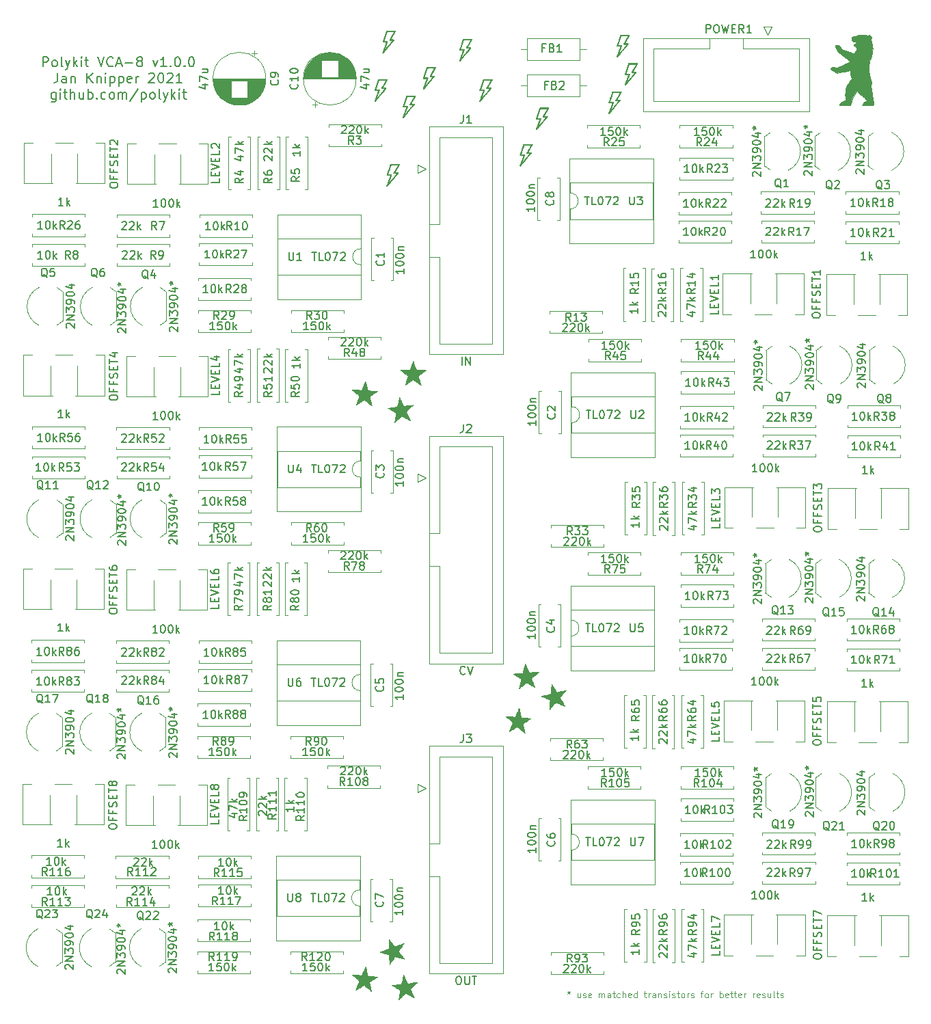
<source format=gbr>
%TF.GenerationSoftware,KiCad,Pcbnew,5.1.10-88a1d61d58~88~ubuntu20.10.1*%
%TF.CreationDate,2021-06-16T00:04:35+02:00*%
%TF.ProjectId,vca-8,7663612d-382e-46b6-9963-61645f706362,v1.0.0*%
%TF.SameCoordinates,Original*%
%TF.FileFunction,Legend,Top*%
%TF.FilePolarity,Positive*%
%FSLAX46Y46*%
G04 Gerber Fmt 4.6, Leading zero omitted, Abs format (unit mm)*
G04 Created by KiCad (PCBNEW 5.1.10-88a1d61d58~88~ubuntu20.10.1) date 2021-06-16 00:04:35*
%MOMM*%
%LPD*%
G01*
G04 APERTURE LIST*
%ADD10C,0.100000*%
%ADD11C,0.200000*%
%ADD12C,0.010000*%
%ADD13C,0.120000*%
%ADD14C,0.150000*%
G04 APERTURE END LIST*
D10*
X97780952Y-137561904D02*
X97780952Y-137752380D01*
X97590476Y-137676190D02*
X97780952Y-137752380D01*
X97971428Y-137676190D01*
X97666666Y-137904761D02*
X97780952Y-137752380D01*
X97895238Y-137904761D01*
X99228571Y-137828571D02*
X99228571Y-138361904D01*
X98885714Y-137828571D02*
X98885714Y-138247619D01*
X98923809Y-138323809D01*
X99000000Y-138361904D01*
X99114285Y-138361904D01*
X99190476Y-138323809D01*
X99228571Y-138285714D01*
X99571428Y-138323809D02*
X99647619Y-138361904D01*
X99800000Y-138361904D01*
X99876190Y-138323809D01*
X99914285Y-138247619D01*
X99914285Y-138209523D01*
X99876190Y-138133333D01*
X99800000Y-138095238D01*
X99685714Y-138095238D01*
X99609523Y-138057142D01*
X99571428Y-137980952D01*
X99571428Y-137942857D01*
X99609523Y-137866666D01*
X99685714Y-137828571D01*
X99800000Y-137828571D01*
X99876190Y-137866666D01*
X100561904Y-138323809D02*
X100485714Y-138361904D01*
X100333333Y-138361904D01*
X100257142Y-138323809D01*
X100219047Y-138247619D01*
X100219047Y-137942857D01*
X100257142Y-137866666D01*
X100333333Y-137828571D01*
X100485714Y-137828571D01*
X100561904Y-137866666D01*
X100600000Y-137942857D01*
X100600000Y-138019047D01*
X100219047Y-138095238D01*
X101552380Y-138361904D02*
X101552380Y-137828571D01*
X101552380Y-137904761D02*
X101590476Y-137866666D01*
X101666666Y-137828571D01*
X101780952Y-137828571D01*
X101857142Y-137866666D01*
X101895238Y-137942857D01*
X101895238Y-138361904D01*
X101895238Y-137942857D02*
X101933333Y-137866666D01*
X102009523Y-137828571D01*
X102123809Y-137828571D01*
X102200000Y-137866666D01*
X102238095Y-137942857D01*
X102238095Y-138361904D01*
X102961904Y-138361904D02*
X102961904Y-137942857D01*
X102923809Y-137866666D01*
X102847619Y-137828571D01*
X102695238Y-137828571D01*
X102619047Y-137866666D01*
X102961904Y-138323809D02*
X102885714Y-138361904D01*
X102695238Y-138361904D01*
X102619047Y-138323809D01*
X102580952Y-138247619D01*
X102580952Y-138171428D01*
X102619047Y-138095238D01*
X102695238Y-138057142D01*
X102885714Y-138057142D01*
X102961904Y-138019047D01*
X103228571Y-137828571D02*
X103533333Y-137828571D01*
X103342857Y-137561904D02*
X103342857Y-138247619D01*
X103380952Y-138323809D01*
X103457142Y-138361904D01*
X103533333Y-138361904D01*
X104142857Y-138323809D02*
X104066666Y-138361904D01*
X103914285Y-138361904D01*
X103838095Y-138323809D01*
X103800000Y-138285714D01*
X103761904Y-138209523D01*
X103761904Y-137980952D01*
X103800000Y-137904761D01*
X103838095Y-137866666D01*
X103914285Y-137828571D01*
X104066666Y-137828571D01*
X104142857Y-137866666D01*
X104485714Y-138361904D02*
X104485714Y-137561904D01*
X104828571Y-138361904D02*
X104828571Y-137942857D01*
X104790476Y-137866666D01*
X104714285Y-137828571D01*
X104600000Y-137828571D01*
X104523809Y-137866666D01*
X104485714Y-137904761D01*
X105514285Y-138323809D02*
X105438095Y-138361904D01*
X105285714Y-138361904D01*
X105209523Y-138323809D01*
X105171428Y-138247619D01*
X105171428Y-137942857D01*
X105209523Y-137866666D01*
X105285714Y-137828571D01*
X105438095Y-137828571D01*
X105514285Y-137866666D01*
X105552380Y-137942857D01*
X105552380Y-138019047D01*
X105171428Y-138095238D01*
X106238095Y-138361904D02*
X106238095Y-137561904D01*
X106238095Y-138323809D02*
X106161904Y-138361904D01*
X106009523Y-138361904D01*
X105933333Y-138323809D01*
X105895238Y-138285714D01*
X105857142Y-138209523D01*
X105857142Y-137980952D01*
X105895238Y-137904761D01*
X105933333Y-137866666D01*
X106009523Y-137828571D01*
X106161904Y-137828571D01*
X106238095Y-137866666D01*
X107114285Y-137828571D02*
X107419047Y-137828571D01*
X107228571Y-137561904D02*
X107228571Y-138247619D01*
X107266666Y-138323809D01*
X107342857Y-138361904D01*
X107419047Y-138361904D01*
X107685714Y-138361904D02*
X107685714Y-137828571D01*
X107685714Y-137980952D02*
X107723809Y-137904761D01*
X107761904Y-137866666D01*
X107838095Y-137828571D01*
X107914285Y-137828571D01*
X108523809Y-138361904D02*
X108523809Y-137942857D01*
X108485714Y-137866666D01*
X108409523Y-137828571D01*
X108257142Y-137828571D01*
X108180952Y-137866666D01*
X108523809Y-138323809D02*
X108447619Y-138361904D01*
X108257142Y-138361904D01*
X108180952Y-138323809D01*
X108142857Y-138247619D01*
X108142857Y-138171428D01*
X108180952Y-138095238D01*
X108257142Y-138057142D01*
X108447619Y-138057142D01*
X108523809Y-138019047D01*
X108904761Y-137828571D02*
X108904761Y-138361904D01*
X108904761Y-137904761D02*
X108942857Y-137866666D01*
X109019047Y-137828571D01*
X109133333Y-137828571D01*
X109209523Y-137866666D01*
X109247619Y-137942857D01*
X109247619Y-138361904D01*
X109590476Y-138323809D02*
X109666666Y-138361904D01*
X109819047Y-138361904D01*
X109895238Y-138323809D01*
X109933333Y-138247619D01*
X109933333Y-138209523D01*
X109895238Y-138133333D01*
X109819047Y-138095238D01*
X109704761Y-138095238D01*
X109628571Y-138057142D01*
X109590476Y-137980952D01*
X109590476Y-137942857D01*
X109628571Y-137866666D01*
X109704761Y-137828571D01*
X109819047Y-137828571D01*
X109895238Y-137866666D01*
X110276190Y-138361904D02*
X110276190Y-137828571D01*
X110276190Y-137561904D02*
X110238095Y-137600000D01*
X110276190Y-137638095D01*
X110314285Y-137600000D01*
X110276190Y-137561904D01*
X110276190Y-137638095D01*
X110619047Y-138323809D02*
X110695238Y-138361904D01*
X110847619Y-138361904D01*
X110923809Y-138323809D01*
X110961904Y-138247619D01*
X110961904Y-138209523D01*
X110923809Y-138133333D01*
X110847619Y-138095238D01*
X110733333Y-138095238D01*
X110657142Y-138057142D01*
X110619047Y-137980952D01*
X110619047Y-137942857D01*
X110657142Y-137866666D01*
X110733333Y-137828571D01*
X110847619Y-137828571D01*
X110923809Y-137866666D01*
X111190476Y-137828571D02*
X111495238Y-137828571D01*
X111304761Y-137561904D02*
X111304761Y-138247619D01*
X111342857Y-138323809D01*
X111419047Y-138361904D01*
X111495238Y-138361904D01*
X111876190Y-138361904D02*
X111800000Y-138323809D01*
X111761904Y-138285714D01*
X111723809Y-138209523D01*
X111723809Y-137980952D01*
X111761904Y-137904761D01*
X111800000Y-137866666D01*
X111876190Y-137828571D01*
X111990476Y-137828571D01*
X112066666Y-137866666D01*
X112104761Y-137904761D01*
X112142857Y-137980952D01*
X112142857Y-138209523D01*
X112104761Y-138285714D01*
X112066666Y-138323809D01*
X111990476Y-138361904D01*
X111876190Y-138361904D01*
X112485714Y-138361904D02*
X112485714Y-137828571D01*
X112485714Y-137980952D02*
X112523809Y-137904761D01*
X112561904Y-137866666D01*
X112638095Y-137828571D01*
X112714285Y-137828571D01*
X112942857Y-138323809D02*
X113019047Y-138361904D01*
X113171428Y-138361904D01*
X113247619Y-138323809D01*
X113285714Y-138247619D01*
X113285714Y-138209523D01*
X113247619Y-138133333D01*
X113171428Y-138095238D01*
X113057142Y-138095238D01*
X112980952Y-138057142D01*
X112942857Y-137980952D01*
X112942857Y-137942857D01*
X112980952Y-137866666D01*
X113057142Y-137828571D01*
X113171428Y-137828571D01*
X113247619Y-137866666D01*
X114123809Y-137828571D02*
X114428571Y-137828571D01*
X114238095Y-138361904D02*
X114238095Y-137676190D01*
X114276190Y-137600000D01*
X114352380Y-137561904D01*
X114428571Y-137561904D01*
X114809523Y-138361904D02*
X114733333Y-138323809D01*
X114695238Y-138285714D01*
X114657142Y-138209523D01*
X114657142Y-137980952D01*
X114695238Y-137904761D01*
X114733333Y-137866666D01*
X114809523Y-137828571D01*
X114923809Y-137828571D01*
X115000000Y-137866666D01*
X115038095Y-137904761D01*
X115076190Y-137980952D01*
X115076190Y-138209523D01*
X115038095Y-138285714D01*
X115000000Y-138323809D01*
X114923809Y-138361904D01*
X114809523Y-138361904D01*
X115419047Y-138361904D02*
X115419047Y-137828571D01*
X115419047Y-137980952D02*
X115457142Y-137904761D01*
X115495238Y-137866666D01*
X115571428Y-137828571D01*
X115647619Y-137828571D01*
X116523809Y-138361904D02*
X116523809Y-137561904D01*
X116523809Y-137866666D02*
X116600000Y-137828571D01*
X116752380Y-137828571D01*
X116828571Y-137866666D01*
X116866666Y-137904761D01*
X116904761Y-137980952D01*
X116904761Y-138209523D01*
X116866666Y-138285714D01*
X116828571Y-138323809D01*
X116752380Y-138361904D01*
X116600000Y-138361904D01*
X116523809Y-138323809D01*
X117552380Y-138323809D02*
X117476190Y-138361904D01*
X117323809Y-138361904D01*
X117247619Y-138323809D01*
X117209523Y-138247619D01*
X117209523Y-137942857D01*
X117247619Y-137866666D01*
X117323809Y-137828571D01*
X117476190Y-137828571D01*
X117552380Y-137866666D01*
X117590476Y-137942857D01*
X117590476Y-138019047D01*
X117209523Y-138095238D01*
X117819047Y-137828571D02*
X118123809Y-137828571D01*
X117933333Y-137561904D02*
X117933333Y-138247619D01*
X117971428Y-138323809D01*
X118047619Y-138361904D01*
X118123809Y-138361904D01*
X118276190Y-137828571D02*
X118580952Y-137828571D01*
X118390476Y-137561904D02*
X118390476Y-138247619D01*
X118428571Y-138323809D01*
X118504761Y-138361904D01*
X118580952Y-138361904D01*
X119152380Y-138323809D02*
X119076190Y-138361904D01*
X118923809Y-138361904D01*
X118847619Y-138323809D01*
X118809523Y-138247619D01*
X118809523Y-137942857D01*
X118847619Y-137866666D01*
X118923809Y-137828571D01*
X119076190Y-137828571D01*
X119152380Y-137866666D01*
X119190476Y-137942857D01*
X119190476Y-138019047D01*
X118809523Y-138095238D01*
X119533333Y-138361904D02*
X119533333Y-137828571D01*
X119533333Y-137980952D02*
X119571428Y-137904761D01*
X119609523Y-137866666D01*
X119685714Y-137828571D01*
X119761904Y-137828571D01*
X120638095Y-138361904D02*
X120638095Y-137828571D01*
X120638095Y-137980952D02*
X120676190Y-137904761D01*
X120714285Y-137866666D01*
X120790476Y-137828571D01*
X120866666Y-137828571D01*
X121438095Y-138323809D02*
X121361904Y-138361904D01*
X121209523Y-138361904D01*
X121133333Y-138323809D01*
X121095238Y-138247619D01*
X121095238Y-137942857D01*
X121133333Y-137866666D01*
X121209523Y-137828571D01*
X121361904Y-137828571D01*
X121438095Y-137866666D01*
X121476190Y-137942857D01*
X121476190Y-138019047D01*
X121095238Y-138095238D01*
X121780952Y-138323809D02*
X121857142Y-138361904D01*
X122009523Y-138361904D01*
X122085714Y-138323809D01*
X122123809Y-138247619D01*
X122123809Y-138209523D01*
X122085714Y-138133333D01*
X122009523Y-138095238D01*
X121895238Y-138095238D01*
X121819047Y-138057142D01*
X121780952Y-137980952D01*
X121780952Y-137942857D01*
X121819047Y-137866666D01*
X121895238Y-137828571D01*
X122009523Y-137828571D01*
X122085714Y-137866666D01*
X122809523Y-137828571D02*
X122809523Y-138361904D01*
X122466666Y-137828571D02*
X122466666Y-138247619D01*
X122504761Y-138323809D01*
X122580952Y-138361904D01*
X122695238Y-138361904D01*
X122771428Y-138323809D01*
X122809523Y-138285714D01*
X123304761Y-138361904D02*
X123228571Y-138323809D01*
X123190476Y-138247619D01*
X123190476Y-137561904D01*
X123495238Y-137828571D02*
X123800000Y-137828571D01*
X123609523Y-137561904D02*
X123609523Y-138247619D01*
X123647619Y-138323809D01*
X123723809Y-138361904D01*
X123800000Y-138361904D01*
X124028571Y-138323809D02*
X124104761Y-138361904D01*
X124257142Y-138361904D01*
X124333333Y-138323809D01*
X124371428Y-138247619D01*
X124371428Y-138209523D01*
X124333333Y-138133333D01*
X124257142Y-138095238D01*
X124142857Y-138095238D01*
X124066666Y-138057142D01*
X124028571Y-137980952D01*
X124028571Y-137942857D01*
X124066666Y-137866666D01*
X124142857Y-137828571D01*
X124257142Y-137828571D01*
X124333333Y-137866666D01*
D11*
X32657142Y-23042857D02*
X32657142Y-21842857D01*
X33114285Y-21842857D01*
X33228571Y-21900000D01*
X33285714Y-21957142D01*
X33342857Y-22071428D01*
X33342857Y-22242857D01*
X33285714Y-22357142D01*
X33228571Y-22414285D01*
X33114285Y-22471428D01*
X32657142Y-22471428D01*
X34028571Y-23042857D02*
X33914285Y-22985714D01*
X33857142Y-22928571D01*
X33799999Y-22814285D01*
X33799999Y-22471428D01*
X33857142Y-22357142D01*
X33914285Y-22300000D01*
X34028571Y-22242857D01*
X34199999Y-22242857D01*
X34314285Y-22300000D01*
X34371428Y-22357142D01*
X34428571Y-22471428D01*
X34428571Y-22814285D01*
X34371428Y-22928571D01*
X34314285Y-22985714D01*
X34199999Y-23042857D01*
X34028571Y-23042857D01*
X35114285Y-23042857D02*
X34999999Y-22985714D01*
X34942857Y-22871428D01*
X34942857Y-21842857D01*
X35457142Y-22242857D02*
X35742857Y-23042857D01*
X36028571Y-22242857D02*
X35742857Y-23042857D01*
X35628571Y-23328571D01*
X35571428Y-23385714D01*
X35457142Y-23442857D01*
X36485714Y-23042857D02*
X36485714Y-21842857D01*
X36599999Y-22585714D02*
X36942857Y-23042857D01*
X36942857Y-22242857D02*
X36485714Y-22700000D01*
X37457142Y-23042857D02*
X37457142Y-22242857D01*
X37457142Y-21842857D02*
X37399999Y-21900000D01*
X37457142Y-21957142D01*
X37514285Y-21900000D01*
X37457142Y-21842857D01*
X37457142Y-21957142D01*
X37857142Y-22242857D02*
X38314285Y-22242857D01*
X38028571Y-21842857D02*
X38028571Y-22871428D01*
X38085714Y-22985714D01*
X38199999Y-23042857D01*
X38314285Y-23042857D01*
X39457142Y-21842857D02*
X39857142Y-23042857D01*
X40257142Y-21842857D01*
X41342857Y-22928571D02*
X41285714Y-22985714D01*
X41114285Y-23042857D01*
X40999999Y-23042857D01*
X40828571Y-22985714D01*
X40714285Y-22871428D01*
X40657142Y-22757142D01*
X40599999Y-22528571D01*
X40599999Y-22357142D01*
X40657142Y-22128571D01*
X40714285Y-22014285D01*
X40828571Y-21900000D01*
X40999999Y-21842857D01*
X41114285Y-21842857D01*
X41285714Y-21900000D01*
X41342857Y-21957142D01*
X41800000Y-22700000D02*
X42371428Y-22700000D01*
X41685714Y-23042857D02*
X42085714Y-21842857D01*
X42485714Y-23042857D01*
X42885714Y-22585714D02*
X43800000Y-22585714D01*
X44542857Y-22357142D02*
X44428571Y-22300000D01*
X44371428Y-22242857D01*
X44314285Y-22128571D01*
X44314285Y-22071428D01*
X44371428Y-21957142D01*
X44428571Y-21900000D01*
X44542857Y-21842857D01*
X44771428Y-21842857D01*
X44885714Y-21900000D01*
X44942857Y-21957142D01*
X45000000Y-22071428D01*
X45000000Y-22128571D01*
X44942857Y-22242857D01*
X44885714Y-22300000D01*
X44771428Y-22357142D01*
X44542857Y-22357142D01*
X44428571Y-22414285D01*
X44371428Y-22471428D01*
X44314285Y-22585714D01*
X44314285Y-22814285D01*
X44371428Y-22928571D01*
X44428571Y-22985714D01*
X44542857Y-23042857D01*
X44771428Y-23042857D01*
X44885714Y-22985714D01*
X44942857Y-22928571D01*
X45000000Y-22814285D01*
X45000000Y-22585714D01*
X44942857Y-22471428D01*
X44885714Y-22414285D01*
X44771428Y-22357142D01*
X46314285Y-22242857D02*
X46600000Y-23042857D01*
X46885714Y-22242857D01*
X47971428Y-23042857D02*
X47285714Y-23042857D01*
X47628571Y-23042857D02*
X47628571Y-21842857D01*
X47514285Y-22014285D01*
X47400000Y-22128571D01*
X47285714Y-22185714D01*
X48485714Y-22928571D02*
X48542857Y-22985714D01*
X48485714Y-23042857D01*
X48428571Y-22985714D01*
X48485714Y-22928571D01*
X48485714Y-23042857D01*
X49285714Y-21842857D02*
X49400000Y-21842857D01*
X49514285Y-21900000D01*
X49571428Y-21957142D01*
X49628571Y-22071428D01*
X49685714Y-22300000D01*
X49685714Y-22585714D01*
X49628571Y-22814285D01*
X49571428Y-22928571D01*
X49514285Y-22985714D01*
X49400000Y-23042857D01*
X49285714Y-23042857D01*
X49171428Y-22985714D01*
X49114285Y-22928571D01*
X49057142Y-22814285D01*
X49000000Y-22585714D01*
X49000000Y-22300000D01*
X49057142Y-22071428D01*
X49114285Y-21957142D01*
X49171428Y-21900000D01*
X49285714Y-21842857D01*
X50200000Y-22928571D02*
X50257142Y-22985714D01*
X50200000Y-23042857D01*
X50142857Y-22985714D01*
X50200000Y-22928571D01*
X50200000Y-23042857D01*
X50999999Y-21842857D02*
X51114285Y-21842857D01*
X51228571Y-21900000D01*
X51285714Y-21957142D01*
X51342857Y-22071428D01*
X51399999Y-22300000D01*
X51399999Y-22585714D01*
X51342857Y-22814285D01*
X51285714Y-22928571D01*
X51228571Y-22985714D01*
X51114285Y-23042857D01*
X50999999Y-23042857D01*
X50885714Y-22985714D01*
X50828571Y-22928571D01*
X50771428Y-22814285D01*
X50714285Y-22585714D01*
X50714285Y-22300000D01*
X50771428Y-22071428D01*
X50828571Y-21957142D01*
X50885714Y-21900000D01*
X50999999Y-21842857D01*
X34485714Y-23842857D02*
X34485714Y-24700000D01*
X34428571Y-24871428D01*
X34314285Y-24985714D01*
X34142857Y-25042857D01*
X34028571Y-25042857D01*
X35571428Y-25042857D02*
X35571428Y-24414285D01*
X35514285Y-24300000D01*
X35400000Y-24242857D01*
X35171428Y-24242857D01*
X35057142Y-24300000D01*
X35571428Y-24985714D02*
X35457142Y-25042857D01*
X35171428Y-25042857D01*
X35057142Y-24985714D01*
X35000000Y-24871428D01*
X35000000Y-24757142D01*
X35057142Y-24642857D01*
X35171428Y-24585714D01*
X35457142Y-24585714D01*
X35571428Y-24528571D01*
X36142857Y-24242857D02*
X36142857Y-25042857D01*
X36142857Y-24357142D02*
X36200000Y-24300000D01*
X36314285Y-24242857D01*
X36485714Y-24242857D01*
X36600000Y-24300000D01*
X36657142Y-24414285D01*
X36657142Y-25042857D01*
X38142857Y-25042857D02*
X38142857Y-23842857D01*
X38828571Y-25042857D02*
X38314285Y-24357142D01*
X38828571Y-23842857D02*
X38142857Y-24528571D01*
X39342857Y-24242857D02*
X39342857Y-25042857D01*
X39342857Y-24357142D02*
X39400000Y-24300000D01*
X39514285Y-24242857D01*
X39685714Y-24242857D01*
X39800000Y-24300000D01*
X39857142Y-24414285D01*
X39857142Y-25042857D01*
X40428571Y-25042857D02*
X40428571Y-24242857D01*
X40428571Y-23842857D02*
X40371428Y-23900000D01*
X40428571Y-23957142D01*
X40485714Y-23900000D01*
X40428571Y-23842857D01*
X40428571Y-23957142D01*
X41000000Y-24242857D02*
X41000000Y-25442857D01*
X41000000Y-24300000D02*
X41114285Y-24242857D01*
X41342857Y-24242857D01*
X41457142Y-24300000D01*
X41514285Y-24357142D01*
X41571428Y-24471428D01*
X41571428Y-24814285D01*
X41514285Y-24928571D01*
X41457142Y-24985714D01*
X41342857Y-25042857D01*
X41114285Y-25042857D01*
X41000000Y-24985714D01*
X42085714Y-24242857D02*
X42085714Y-25442857D01*
X42085714Y-24300000D02*
X42200000Y-24242857D01*
X42428571Y-24242857D01*
X42542857Y-24300000D01*
X42600000Y-24357142D01*
X42657142Y-24471428D01*
X42657142Y-24814285D01*
X42600000Y-24928571D01*
X42542857Y-24985714D01*
X42428571Y-25042857D01*
X42200000Y-25042857D01*
X42085714Y-24985714D01*
X43628571Y-24985714D02*
X43514285Y-25042857D01*
X43285714Y-25042857D01*
X43171428Y-24985714D01*
X43114285Y-24871428D01*
X43114285Y-24414285D01*
X43171428Y-24300000D01*
X43285714Y-24242857D01*
X43514285Y-24242857D01*
X43628571Y-24300000D01*
X43685714Y-24414285D01*
X43685714Y-24528571D01*
X43114285Y-24642857D01*
X44200000Y-25042857D02*
X44200000Y-24242857D01*
X44200000Y-24471428D02*
X44257142Y-24357142D01*
X44314285Y-24300000D01*
X44428571Y-24242857D01*
X44542857Y-24242857D01*
X45800000Y-23957142D02*
X45857142Y-23900000D01*
X45971428Y-23842857D01*
X46257142Y-23842857D01*
X46371428Y-23900000D01*
X46428571Y-23957142D01*
X46485714Y-24071428D01*
X46485714Y-24185714D01*
X46428571Y-24357142D01*
X45742857Y-25042857D01*
X46485714Y-25042857D01*
X47228571Y-23842857D02*
X47342857Y-23842857D01*
X47457142Y-23900000D01*
X47514285Y-23957142D01*
X47571428Y-24071428D01*
X47628571Y-24300000D01*
X47628571Y-24585714D01*
X47571428Y-24814285D01*
X47514285Y-24928571D01*
X47457142Y-24985714D01*
X47342857Y-25042857D01*
X47228571Y-25042857D01*
X47114285Y-24985714D01*
X47057142Y-24928571D01*
X47000000Y-24814285D01*
X46942857Y-24585714D01*
X46942857Y-24300000D01*
X47000000Y-24071428D01*
X47057142Y-23957142D01*
X47114285Y-23900000D01*
X47228571Y-23842857D01*
X48085714Y-23957142D02*
X48142857Y-23900000D01*
X48257142Y-23842857D01*
X48542857Y-23842857D01*
X48657142Y-23900000D01*
X48714285Y-23957142D01*
X48771428Y-24071428D01*
X48771428Y-24185714D01*
X48714285Y-24357142D01*
X48028571Y-25042857D01*
X48771428Y-25042857D01*
X49914285Y-25042857D02*
X49228571Y-25042857D01*
X49571428Y-25042857D02*
X49571428Y-23842857D01*
X49457142Y-24014285D01*
X49342857Y-24128571D01*
X49228571Y-24185714D01*
X34257142Y-26242857D02*
X34257142Y-27214285D01*
X34200000Y-27328571D01*
X34142857Y-27385714D01*
X34028571Y-27442857D01*
X33857142Y-27442857D01*
X33742857Y-27385714D01*
X34257142Y-26985714D02*
X34142857Y-27042857D01*
X33914285Y-27042857D01*
X33800000Y-26985714D01*
X33742857Y-26928571D01*
X33685714Y-26814285D01*
X33685714Y-26471428D01*
X33742857Y-26357142D01*
X33800000Y-26300000D01*
X33914285Y-26242857D01*
X34142857Y-26242857D01*
X34257142Y-26300000D01*
X34828571Y-27042857D02*
X34828571Y-26242857D01*
X34828571Y-25842857D02*
X34771428Y-25900000D01*
X34828571Y-25957142D01*
X34885714Y-25900000D01*
X34828571Y-25842857D01*
X34828571Y-25957142D01*
X35228571Y-26242857D02*
X35685714Y-26242857D01*
X35400000Y-25842857D02*
X35400000Y-26871428D01*
X35457142Y-26985714D01*
X35571428Y-27042857D01*
X35685714Y-27042857D01*
X36085714Y-27042857D02*
X36085714Y-25842857D01*
X36600000Y-27042857D02*
X36600000Y-26414285D01*
X36542857Y-26300000D01*
X36428571Y-26242857D01*
X36257142Y-26242857D01*
X36142857Y-26300000D01*
X36085714Y-26357142D01*
X37685714Y-26242857D02*
X37685714Y-27042857D01*
X37171428Y-26242857D02*
X37171428Y-26871428D01*
X37228571Y-26985714D01*
X37342857Y-27042857D01*
X37514285Y-27042857D01*
X37628571Y-26985714D01*
X37685714Y-26928571D01*
X38257142Y-27042857D02*
X38257142Y-25842857D01*
X38257142Y-26300000D02*
X38371428Y-26242857D01*
X38600000Y-26242857D01*
X38714285Y-26300000D01*
X38771428Y-26357142D01*
X38828571Y-26471428D01*
X38828571Y-26814285D01*
X38771428Y-26928571D01*
X38714285Y-26985714D01*
X38600000Y-27042857D01*
X38371428Y-27042857D01*
X38257142Y-26985714D01*
X39342857Y-26928571D02*
X39400000Y-26985714D01*
X39342857Y-27042857D01*
X39285714Y-26985714D01*
X39342857Y-26928571D01*
X39342857Y-27042857D01*
X40428571Y-26985714D02*
X40314285Y-27042857D01*
X40085714Y-27042857D01*
X39971428Y-26985714D01*
X39914285Y-26928571D01*
X39857142Y-26814285D01*
X39857142Y-26471428D01*
X39914285Y-26357142D01*
X39971428Y-26300000D01*
X40085714Y-26242857D01*
X40314285Y-26242857D01*
X40428571Y-26300000D01*
X41114285Y-27042857D02*
X41000000Y-26985714D01*
X40942857Y-26928571D01*
X40885714Y-26814285D01*
X40885714Y-26471428D01*
X40942857Y-26357142D01*
X41000000Y-26300000D01*
X41114285Y-26242857D01*
X41285714Y-26242857D01*
X41400000Y-26300000D01*
X41457142Y-26357142D01*
X41514285Y-26471428D01*
X41514285Y-26814285D01*
X41457142Y-26928571D01*
X41400000Y-26985714D01*
X41285714Y-27042857D01*
X41114285Y-27042857D01*
X42028571Y-27042857D02*
X42028571Y-26242857D01*
X42028571Y-26357142D02*
X42085714Y-26300000D01*
X42200000Y-26242857D01*
X42371428Y-26242857D01*
X42485714Y-26300000D01*
X42542857Y-26414285D01*
X42542857Y-27042857D01*
X42542857Y-26414285D02*
X42600000Y-26300000D01*
X42714285Y-26242857D01*
X42885714Y-26242857D01*
X43000000Y-26300000D01*
X43057142Y-26414285D01*
X43057142Y-27042857D01*
X44485714Y-25785714D02*
X43457142Y-27328571D01*
X44885714Y-26242857D02*
X44885714Y-27442857D01*
X44885714Y-26300000D02*
X45000000Y-26242857D01*
X45228571Y-26242857D01*
X45342857Y-26300000D01*
X45400000Y-26357142D01*
X45457142Y-26471428D01*
X45457142Y-26814285D01*
X45400000Y-26928571D01*
X45342857Y-26985714D01*
X45228571Y-27042857D01*
X45000000Y-27042857D01*
X44885714Y-26985714D01*
X46142857Y-27042857D02*
X46028571Y-26985714D01*
X45971428Y-26928571D01*
X45914285Y-26814285D01*
X45914285Y-26471428D01*
X45971428Y-26357142D01*
X46028571Y-26300000D01*
X46142857Y-26242857D01*
X46314285Y-26242857D01*
X46428571Y-26300000D01*
X46485714Y-26357142D01*
X46542857Y-26471428D01*
X46542857Y-26814285D01*
X46485714Y-26928571D01*
X46428571Y-26985714D01*
X46314285Y-27042857D01*
X46142857Y-27042857D01*
X47228571Y-27042857D02*
X47114285Y-26985714D01*
X47057142Y-26871428D01*
X47057142Y-25842857D01*
X47571428Y-26242857D02*
X47857142Y-27042857D01*
X48142857Y-26242857D02*
X47857142Y-27042857D01*
X47742857Y-27328571D01*
X47685714Y-27385714D01*
X47571428Y-27442857D01*
X48600000Y-27042857D02*
X48600000Y-25842857D01*
X48714285Y-26585714D02*
X49057142Y-27042857D01*
X49057142Y-26242857D02*
X48600000Y-26700000D01*
X49571428Y-27042857D02*
X49571428Y-26242857D01*
X49571428Y-25842857D02*
X49514285Y-25900000D01*
X49571428Y-25957142D01*
X49628571Y-25900000D01*
X49571428Y-25842857D01*
X49571428Y-25957142D01*
X49971428Y-26242857D02*
X50428571Y-26242857D01*
X50142857Y-25842857D02*
X50142857Y-26871428D01*
X50200000Y-26985714D01*
X50314285Y-27042857D01*
X50428571Y-27042857D01*
D12*
%TO.C,G\u002A\u002A\u002A*%
G36*
X72635440Y-134528525D02*
G01*
X72647083Y-134571201D01*
X72664045Y-134638046D01*
X72685497Y-134725656D01*
X72710604Y-134830630D01*
X72738535Y-134949565D01*
X72768459Y-135079060D01*
X72771304Y-135091479D01*
X72903469Y-135668735D01*
X73501786Y-135721103D01*
X73653448Y-135734755D01*
X73786432Y-135747493D01*
X73898476Y-135759061D01*
X73987318Y-135769206D01*
X74050696Y-135777672D01*
X74086347Y-135784206D01*
X74093551Y-135787645D01*
X74078869Y-135798787D01*
X74039984Y-135824233D01*
X73979990Y-135862066D01*
X73901975Y-135910373D01*
X73809035Y-135967239D01*
X73704261Y-136030747D01*
X73593400Y-136097395D01*
X73479870Y-136165740D01*
X73375034Y-136229547D01*
X73282014Y-136286864D01*
X73203924Y-136335739D01*
X73143886Y-136374222D01*
X73105015Y-136400361D01*
X73090483Y-136412080D01*
X73091525Y-136431967D01*
X73099103Y-136478618D01*
X73112387Y-136547911D01*
X73130547Y-136635727D01*
X73152757Y-136737945D01*
X73178186Y-136850445D01*
X73182088Y-136867353D01*
X73221113Y-137036246D01*
X73253414Y-137176719D01*
X73279506Y-137291265D01*
X73299906Y-137382377D01*
X73315130Y-137452549D01*
X73325695Y-137504272D01*
X73332117Y-137540041D01*
X73334911Y-137562350D01*
X73334596Y-137573689D01*
X73331686Y-137576554D01*
X73328657Y-137575060D01*
X73313081Y-137562035D01*
X73276362Y-137530588D01*
X73221305Y-137483144D01*
X73150715Y-137422127D01*
X73067397Y-137349963D01*
X72974156Y-137269075D01*
X72877458Y-137185069D01*
X72777576Y-137098534D01*
X72685037Y-137018918D01*
X72602609Y-136948564D01*
X72533061Y-136889809D01*
X72479162Y-136844995D01*
X72443680Y-136816460D01*
X72429454Y-136806546D01*
X72413089Y-136814169D01*
X72372689Y-136836405D01*
X72311389Y-136871430D01*
X72232321Y-136917422D01*
X72138618Y-136972561D01*
X72033411Y-137035024D01*
X71922182Y-137101577D01*
X71808400Y-137169862D01*
X71702840Y-137233116D01*
X71608687Y-137289442D01*
X71529122Y-137336938D01*
X71467325Y-137373705D01*
X71426481Y-137397844D01*
X71409904Y-137407388D01*
X71404164Y-137400199D01*
X71412103Y-137367837D01*
X71426842Y-137328412D01*
X71442067Y-137291608D01*
X71467870Y-137230047D01*
X71502371Y-137148177D01*
X71543692Y-137050448D01*
X71589954Y-136941307D01*
X71639277Y-136825202D01*
X71657763Y-136781752D01*
X71705569Y-136668382D01*
X71748758Y-136563929D01*
X71785870Y-136472079D01*
X71815450Y-136396520D01*
X71836039Y-136340942D01*
X71846180Y-136309034D01*
X71846903Y-136303191D01*
X71833930Y-136288443D01*
X71799584Y-136255468D01*
X71746588Y-136206715D01*
X71677662Y-136144637D01*
X71595527Y-136071683D01*
X71502904Y-135990303D01*
X71402565Y-135902994D01*
X71302561Y-135816041D01*
X71210625Y-135735448D01*
X71129418Y-135663597D01*
X71061603Y-135602873D01*
X71009841Y-135555659D01*
X70976796Y-135524341D01*
X70965129Y-135511301D01*
X70965130Y-135511259D01*
X70980606Y-135509905D01*
X71024246Y-135511221D01*
X71092599Y-135514975D01*
X71182213Y-135520937D01*
X71289636Y-135528874D01*
X71411415Y-135538555D01*
X71544100Y-135549746D01*
X71563189Y-135551406D01*
X72160199Y-135603526D01*
X72390479Y-135058070D01*
X72442693Y-134934976D01*
X72491244Y-134821638D01*
X72534721Y-134721262D01*
X72571715Y-134637057D01*
X72600816Y-134572229D01*
X72620615Y-134529981D01*
X72629700Y-134513525D01*
X72629949Y-134513419D01*
X72635440Y-134528525D01*
G37*
X72635440Y-134528525D02*
X72647083Y-134571201D01*
X72664045Y-134638046D01*
X72685497Y-134725656D01*
X72710604Y-134830630D01*
X72738535Y-134949565D01*
X72768459Y-135079060D01*
X72771304Y-135091479D01*
X72903469Y-135668735D01*
X73501786Y-135721103D01*
X73653448Y-135734755D01*
X73786432Y-135747493D01*
X73898476Y-135759061D01*
X73987318Y-135769206D01*
X74050696Y-135777672D01*
X74086347Y-135784206D01*
X74093551Y-135787645D01*
X74078869Y-135798787D01*
X74039984Y-135824233D01*
X73979990Y-135862066D01*
X73901975Y-135910373D01*
X73809035Y-135967239D01*
X73704261Y-136030747D01*
X73593400Y-136097395D01*
X73479870Y-136165740D01*
X73375034Y-136229547D01*
X73282014Y-136286864D01*
X73203924Y-136335739D01*
X73143886Y-136374222D01*
X73105015Y-136400361D01*
X73090483Y-136412080D01*
X73091525Y-136431967D01*
X73099103Y-136478618D01*
X73112387Y-136547911D01*
X73130547Y-136635727D01*
X73152757Y-136737945D01*
X73178186Y-136850445D01*
X73182088Y-136867353D01*
X73221113Y-137036246D01*
X73253414Y-137176719D01*
X73279506Y-137291265D01*
X73299906Y-137382377D01*
X73315130Y-137452549D01*
X73325695Y-137504272D01*
X73332117Y-137540041D01*
X73334911Y-137562350D01*
X73334596Y-137573689D01*
X73331686Y-137576554D01*
X73328657Y-137575060D01*
X73313081Y-137562035D01*
X73276362Y-137530588D01*
X73221305Y-137483144D01*
X73150715Y-137422127D01*
X73067397Y-137349963D01*
X72974156Y-137269075D01*
X72877458Y-137185069D01*
X72777576Y-137098534D01*
X72685037Y-137018918D01*
X72602609Y-136948564D01*
X72533061Y-136889809D01*
X72479162Y-136844995D01*
X72443680Y-136816460D01*
X72429454Y-136806546D01*
X72413089Y-136814169D01*
X72372689Y-136836405D01*
X72311389Y-136871430D01*
X72232321Y-136917422D01*
X72138618Y-136972561D01*
X72033411Y-137035024D01*
X71922182Y-137101577D01*
X71808400Y-137169862D01*
X71702840Y-137233116D01*
X71608687Y-137289442D01*
X71529122Y-137336938D01*
X71467325Y-137373705D01*
X71426481Y-137397844D01*
X71409904Y-137407388D01*
X71404164Y-137400199D01*
X71412103Y-137367837D01*
X71426842Y-137328412D01*
X71442067Y-137291608D01*
X71467870Y-137230047D01*
X71502371Y-137148177D01*
X71543692Y-137050448D01*
X71589954Y-136941307D01*
X71639277Y-136825202D01*
X71657763Y-136781752D01*
X71705569Y-136668382D01*
X71748758Y-136563929D01*
X71785870Y-136472079D01*
X71815450Y-136396520D01*
X71836039Y-136340942D01*
X71846180Y-136309034D01*
X71846903Y-136303191D01*
X71833930Y-136288443D01*
X71799584Y-136255468D01*
X71746588Y-136206715D01*
X71677662Y-136144637D01*
X71595527Y-136071683D01*
X71502904Y-135990303D01*
X71402565Y-135902994D01*
X71302561Y-135816041D01*
X71210625Y-135735448D01*
X71129418Y-135663597D01*
X71061603Y-135602873D01*
X71009841Y-135555659D01*
X70976796Y-135524341D01*
X70965129Y-135511301D01*
X70965130Y-135511259D01*
X70980606Y-135509905D01*
X71024246Y-135511221D01*
X71092599Y-135514975D01*
X71182213Y-135520937D01*
X71289636Y-135528874D01*
X71411415Y-135538555D01*
X71544100Y-135549746D01*
X71563189Y-135551406D01*
X72160199Y-135603526D01*
X72390479Y-135058070D01*
X72442693Y-134934976D01*
X72491244Y-134821638D01*
X72534721Y-134721262D01*
X72571715Y-134637057D01*
X72600816Y-134572229D01*
X72620615Y-134529981D01*
X72629700Y-134513525D01*
X72629949Y-134513419D01*
X72635440Y-134528525D01*
G36*
X77326543Y-135532521D02*
G01*
X77346805Y-135571844D01*
X77377294Y-135633701D01*
X77416493Y-135714936D01*
X77462876Y-135812396D01*
X77514925Y-135922926D01*
X77571118Y-136043369D01*
X77576483Y-136054925D01*
X77825778Y-136592088D01*
X78421908Y-136518915D01*
X78573095Y-136500736D01*
X78705821Y-136485547D01*
X78817822Y-136473567D01*
X78906831Y-136465019D01*
X78970585Y-136460123D01*
X79006816Y-136459102D01*
X79014577Y-136460968D01*
X79002532Y-136474918D01*
X78969788Y-136507893D01*
X78918970Y-136557373D01*
X78852704Y-136620845D01*
X78773618Y-136695792D01*
X78684338Y-136779695D01*
X78589756Y-136867936D01*
X78492916Y-136958392D01*
X78403638Y-137042601D01*
X78324567Y-137118005D01*
X78258346Y-137182048D01*
X78207620Y-137232173D01*
X78175033Y-137265823D01*
X78163256Y-137280307D01*
X78168409Y-137299542D01*
X78185521Y-137343598D01*
X78212922Y-137408615D01*
X78248943Y-137490737D01*
X78291920Y-137586103D01*
X78340183Y-137690858D01*
X78347515Y-137706586D01*
X78420803Y-137863674D01*
X78481604Y-137994361D01*
X78530941Y-138100979D01*
X78569838Y-138185859D01*
X78599319Y-138251332D01*
X78620407Y-138299729D01*
X78634126Y-138333381D01*
X78641497Y-138354621D01*
X78643546Y-138365778D01*
X78641296Y-138369186D01*
X78638022Y-138368354D01*
X78620078Y-138358851D01*
X78577623Y-138335726D01*
X78513906Y-138300766D01*
X78432172Y-138255759D01*
X78335671Y-138202495D01*
X78227650Y-138142760D01*
X78115599Y-138080695D01*
X77999908Y-138016817D01*
X77892838Y-137958181D01*
X77797584Y-137906502D01*
X77717340Y-137863491D01*
X77655301Y-137830863D01*
X77614663Y-137810328D01*
X77598686Y-137803588D01*
X77584263Y-137814448D01*
X77549369Y-137844597D01*
X77496691Y-137891601D01*
X77428913Y-137953028D01*
X77348721Y-138026444D01*
X77258801Y-138109415D01*
X77163840Y-138197640D01*
X77066741Y-138288089D01*
X76976640Y-138371909D01*
X76896254Y-138446579D01*
X76828303Y-138509579D01*
X76775501Y-138558391D01*
X76740568Y-138590495D01*
X76726338Y-138603277D01*
X76719228Y-138597438D01*
X76720266Y-138564133D01*
X76726485Y-138522505D01*
X76733726Y-138483340D01*
X76746165Y-138417759D01*
X76762892Y-138330505D01*
X76782990Y-138226320D01*
X76805549Y-138109947D01*
X76829655Y-137986124D01*
X76838703Y-137939780D01*
X76861893Y-137818948D01*
X76882422Y-137707798D01*
X76899626Y-137610239D01*
X76912850Y-137530181D01*
X76921434Y-137471537D01*
X76924719Y-137438217D01*
X76924212Y-137432352D01*
X76908456Y-137420623D01*
X76868005Y-137395510D01*
X76806030Y-137358841D01*
X76725704Y-137312450D01*
X76630195Y-137258167D01*
X76522677Y-137197823D01*
X76406377Y-137133284D01*
X76290481Y-137069023D01*
X76183797Y-137009305D01*
X76089426Y-136955908D01*
X76010468Y-136910611D01*
X75950021Y-136875191D01*
X75911187Y-136851427D01*
X75897064Y-136841097D01*
X75897056Y-136841057D01*
X75911912Y-136836515D01*
X75954872Y-136828728D01*
X76022512Y-136818189D01*
X76111408Y-136805389D01*
X76218132Y-136790818D01*
X76339264Y-136774968D01*
X76471375Y-136758328D01*
X76490392Y-136755983D01*
X77085193Y-136682838D01*
X77197034Y-136101424D01*
X77222514Y-135970164D01*
X77246440Y-135849208D01*
X77268098Y-135741987D01*
X77286776Y-135651930D01*
X77301763Y-135582468D01*
X77312345Y-135537028D01*
X77317811Y-135519041D01*
X77318031Y-135518886D01*
X77326543Y-135532521D01*
G37*
X77326543Y-135532521D02*
X77346805Y-135571844D01*
X77377294Y-135633701D01*
X77416493Y-135714936D01*
X77462876Y-135812396D01*
X77514925Y-135922926D01*
X77571118Y-136043369D01*
X77576483Y-136054925D01*
X77825778Y-136592088D01*
X78421908Y-136518915D01*
X78573095Y-136500736D01*
X78705821Y-136485547D01*
X78817822Y-136473567D01*
X78906831Y-136465019D01*
X78970585Y-136460123D01*
X79006816Y-136459102D01*
X79014577Y-136460968D01*
X79002532Y-136474918D01*
X78969788Y-136507893D01*
X78918970Y-136557373D01*
X78852704Y-136620845D01*
X78773618Y-136695792D01*
X78684338Y-136779695D01*
X78589756Y-136867936D01*
X78492916Y-136958392D01*
X78403638Y-137042601D01*
X78324567Y-137118005D01*
X78258346Y-137182048D01*
X78207620Y-137232173D01*
X78175033Y-137265823D01*
X78163256Y-137280307D01*
X78168409Y-137299542D01*
X78185521Y-137343598D01*
X78212922Y-137408615D01*
X78248943Y-137490737D01*
X78291920Y-137586103D01*
X78340183Y-137690858D01*
X78347515Y-137706586D01*
X78420803Y-137863674D01*
X78481604Y-137994361D01*
X78530941Y-138100979D01*
X78569838Y-138185859D01*
X78599319Y-138251332D01*
X78620407Y-138299729D01*
X78634126Y-138333381D01*
X78641497Y-138354621D01*
X78643546Y-138365778D01*
X78641296Y-138369186D01*
X78638022Y-138368354D01*
X78620078Y-138358851D01*
X78577623Y-138335726D01*
X78513906Y-138300766D01*
X78432172Y-138255759D01*
X78335671Y-138202495D01*
X78227650Y-138142760D01*
X78115599Y-138080695D01*
X77999908Y-138016817D01*
X77892838Y-137958181D01*
X77797584Y-137906502D01*
X77717340Y-137863491D01*
X77655301Y-137830863D01*
X77614663Y-137810328D01*
X77598686Y-137803588D01*
X77584263Y-137814448D01*
X77549369Y-137844597D01*
X77496691Y-137891601D01*
X77428913Y-137953028D01*
X77348721Y-138026444D01*
X77258801Y-138109415D01*
X77163840Y-138197640D01*
X77066741Y-138288089D01*
X76976640Y-138371909D01*
X76896254Y-138446579D01*
X76828303Y-138509579D01*
X76775501Y-138558391D01*
X76740568Y-138590495D01*
X76726338Y-138603277D01*
X76719228Y-138597438D01*
X76720266Y-138564133D01*
X76726485Y-138522505D01*
X76733726Y-138483340D01*
X76746165Y-138417759D01*
X76762892Y-138330505D01*
X76782990Y-138226320D01*
X76805549Y-138109947D01*
X76829655Y-137986124D01*
X76838703Y-137939780D01*
X76861893Y-137818948D01*
X76882422Y-137707798D01*
X76899626Y-137610239D01*
X76912850Y-137530181D01*
X76921434Y-137471537D01*
X76924719Y-137438217D01*
X76924212Y-137432352D01*
X76908456Y-137420623D01*
X76868005Y-137395510D01*
X76806030Y-137358841D01*
X76725704Y-137312450D01*
X76630195Y-137258167D01*
X76522677Y-137197823D01*
X76406377Y-137133284D01*
X76290481Y-137069023D01*
X76183797Y-137009305D01*
X76089426Y-136955908D01*
X76010468Y-136910611D01*
X75950021Y-136875191D01*
X75911187Y-136851427D01*
X75897064Y-136841097D01*
X75897056Y-136841057D01*
X75911912Y-136836515D01*
X75954872Y-136828728D01*
X76022512Y-136818189D01*
X76111408Y-136805389D01*
X76218132Y-136790818D01*
X76339264Y-136774968D01*
X76471375Y-136758328D01*
X76490392Y-136755983D01*
X77085193Y-136682838D01*
X77197034Y-136101424D01*
X77222514Y-135970164D01*
X77246440Y-135849208D01*
X77268098Y-135741987D01*
X77286776Y-135651930D01*
X77301763Y-135582468D01*
X77312345Y-135537028D01*
X77317811Y-135519041D01*
X77318031Y-135518886D01*
X77326543Y-135532521D01*
G36*
X75500878Y-131109151D02*
G01*
X75529466Y-131142909D01*
X75573089Y-131196322D01*
X75629557Y-131266657D01*
X75696675Y-131351185D01*
X75772253Y-131447174D01*
X75854100Y-131551890D01*
X75861927Y-131561942D01*
X76225668Y-132029259D01*
X76790059Y-131823861D01*
X76933281Y-131772139D01*
X77059189Y-131727481D01*
X77165624Y-131690614D01*
X77250430Y-131662262D01*
X77311448Y-131643150D01*
X77346520Y-131634005D01*
X77354503Y-131634077D01*
X77345905Y-131650380D01*
X77321417Y-131689875D01*
X77283033Y-131749518D01*
X77232743Y-131826270D01*
X77172543Y-131917087D01*
X77104425Y-132018924D01*
X77032118Y-132126179D01*
X76958108Y-132236101D01*
X76890061Y-132338234D01*
X76829979Y-132429493D01*
X76779861Y-132506791D01*
X76741712Y-132567043D01*
X76717529Y-132607160D01*
X76709312Y-132623923D01*
X76718660Y-132641506D01*
X76745244Y-132680583D01*
X76786568Y-132737770D01*
X76840140Y-132809684D01*
X76903467Y-132892938D01*
X76974058Y-132984151D01*
X76984741Y-132997826D01*
X77091487Y-133134403D01*
X77180128Y-133248063D01*
X77252185Y-133340850D01*
X77309179Y-133414804D01*
X77352632Y-133471967D01*
X77384067Y-133514380D01*
X77405004Y-133544083D01*
X77416964Y-133563121D01*
X77421470Y-133573531D01*
X77420044Y-133577358D01*
X77416667Y-133577283D01*
X77397046Y-133572061D01*
X77350477Y-133559079D01*
X77280528Y-133539348D01*
X77190765Y-133513881D01*
X77084755Y-133483690D01*
X76966066Y-133449785D01*
X76842925Y-133414517D01*
X76715829Y-133378301D01*
X76598314Y-133345254D01*
X76493875Y-133316326D01*
X76406013Y-133292469D01*
X76338224Y-133274633D01*
X76294008Y-133263766D01*
X76276925Y-133260792D01*
X76265314Y-133274618D01*
X76238097Y-133311844D01*
X76197343Y-133369494D01*
X76145120Y-133444593D01*
X76083498Y-133534167D01*
X76014547Y-133635239D01*
X75941866Y-133742564D01*
X75867603Y-133852538D01*
X75798666Y-133954477D01*
X75737138Y-134045316D01*
X75685100Y-134121988D01*
X75644631Y-134181427D01*
X75617816Y-134220566D01*
X75606825Y-134236222D01*
X75598585Y-134232131D01*
X75592104Y-134199446D01*
X75588799Y-134157487D01*
X75587044Y-134117696D01*
X75584413Y-134050998D01*
X75581082Y-133962218D01*
X75577229Y-133856182D01*
X75573032Y-133737716D01*
X75568665Y-133611645D01*
X75567057Y-133564453D01*
X75562471Y-133441501D01*
X75557470Y-133328582D01*
X75552288Y-133229653D01*
X75547164Y-133148673D01*
X75542336Y-133089601D01*
X75538041Y-133056396D01*
X75536227Y-133050795D01*
X75518237Y-133042911D01*
X75473173Y-133027541D01*
X75404538Y-133005754D01*
X75315835Y-132978621D01*
X75210563Y-132947214D01*
X75092226Y-132912603D01*
X74964389Y-132875879D01*
X74837008Y-132839336D01*
X74719625Y-132805148D01*
X74615661Y-132774348D01*
X74528537Y-132747974D01*
X74461671Y-132727059D01*
X74418486Y-132712640D01*
X74402401Y-132705752D01*
X74402385Y-132705715D01*
X74415838Y-132697947D01*
X74455946Y-132680696D01*
X74519481Y-132655212D01*
X74603219Y-132622742D01*
X74703931Y-132584537D01*
X74818392Y-132541844D01*
X74943375Y-132495913D01*
X74961377Y-132489350D01*
X75524478Y-132284278D01*
X75502663Y-131692607D01*
X75497963Y-131558979D01*
X75494067Y-131435742D01*
X75491050Y-131326396D01*
X75488991Y-131234446D01*
X75487968Y-131163393D01*
X75488057Y-131116737D01*
X75489337Y-131097982D01*
X75489517Y-131097781D01*
X75500878Y-131109151D01*
G37*
X75500878Y-131109151D02*
X75529466Y-131142909D01*
X75573089Y-131196322D01*
X75629557Y-131266657D01*
X75696675Y-131351185D01*
X75772253Y-131447174D01*
X75854100Y-131551890D01*
X75861927Y-131561942D01*
X76225668Y-132029259D01*
X76790059Y-131823861D01*
X76933281Y-131772139D01*
X77059189Y-131727481D01*
X77165624Y-131690614D01*
X77250430Y-131662262D01*
X77311448Y-131643150D01*
X77346520Y-131634005D01*
X77354503Y-131634077D01*
X77345905Y-131650380D01*
X77321417Y-131689875D01*
X77283033Y-131749518D01*
X77232743Y-131826270D01*
X77172543Y-131917087D01*
X77104425Y-132018924D01*
X77032118Y-132126179D01*
X76958108Y-132236101D01*
X76890061Y-132338234D01*
X76829979Y-132429493D01*
X76779861Y-132506791D01*
X76741712Y-132567043D01*
X76717529Y-132607160D01*
X76709312Y-132623923D01*
X76718660Y-132641506D01*
X76745244Y-132680583D01*
X76786568Y-132737770D01*
X76840140Y-132809684D01*
X76903467Y-132892938D01*
X76974058Y-132984151D01*
X76984741Y-132997826D01*
X77091487Y-133134403D01*
X77180128Y-133248063D01*
X77252185Y-133340850D01*
X77309179Y-133414804D01*
X77352632Y-133471967D01*
X77384067Y-133514380D01*
X77405004Y-133544083D01*
X77416964Y-133563121D01*
X77421470Y-133573531D01*
X77420044Y-133577358D01*
X77416667Y-133577283D01*
X77397046Y-133572061D01*
X77350477Y-133559079D01*
X77280528Y-133539348D01*
X77190765Y-133513881D01*
X77084755Y-133483690D01*
X76966066Y-133449785D01*
X76842925Y-133414517D01*
X76715829Y-133378301D01*
X76598314Y-133345254D01*
X76493875Y-133316326D01*
X76406013Y-133292469D01*
X76338224Y-133274633D01*
X76294008Y-133263766D01*
X76276925Y-133260792D01*
X76265314Y-133274618D01*
X76238097Y-133311844D01*
X76197343Y-133369494D01*
X76145120Y-133444593D01*
X76083498Y-133534167D01*
X76014547Y-133635239D01*
X75941866Y-133742564D01*
X75867603Y-133852538D01*
X75798666Y-133954477D01*
X75737138Y-134045316D01*
X75685100Y-134121988D01*
X75644631Y-134181427D01*
X75617816Y-134220566D01*
X75606825Y-134236222D01*
X75598585Y-134232131D01*
X75592104Y-134199446D01*
X75588799Y-134157487D01*
X75587044Y-134117696D01*
X75584413Y-134050998D01*
X75581082Y-133962218D01*
X75577229Y-133856182D01*
X75573032Y-133737716D01*
X75568665Y-133611645D01*
X75567057Y-133564453D01*
X75562471Y-133441501D01*
X75557470Y-133328582D01*
X75552288Y-133229653D01*
X75547164Y-133148673D01*
X75542336Y-133089601D01*
X75538041Y-133056396D01*
X75536227Y-133050795D01*
X75518237Y-133042911D01*
X75473173Y-133027541D01*
X75404538Y-133005754D01*
X75315835Y-132978621D01*
X75210563Y-132947214D01*
X75092226Y-132912603D01*
X74964389Y-132875879D01*
X74837008Y-132839336D01*
X74719625Y-132805148D01*
X74615661Y-132774348D01*
X74528537Y-132747974D01*
X74461671Y-132727059D01*
X74418486Y-132712640D01*
X74402401Y-132705752D01*
X74402385Y-132705715D01*
X74415838Y-132697947D01*
X74455946Y-132680696D01*
X74519481Y-132655212D01*
X74603219Y-132622742D01*
X74703931Y-132584537D01*
X74818392Y-132541844D01*
X74943375Y-132495913D01*
X74961377Y-132489350D01*
X75524478Y-132284278D01*
X75502663Y-131692607D01*
X75497963Y-131558979D01*
X75494067Y-131435742D01*
X75491050Y-131326396D01*
X75488991Y-131234446D01*
X75487968Y-131163393D01*
X75488057Y-131116737D01*
X75489337Y-131097982D01*
X75489517Y-131097781D01*
X75500878Y-131109151D01*
G36*
X91635440Y-102528525D02*
G01*
X91647083Y-102571201D01*
X91664045Y-102638046D01*
X91685497Y-102725656D01*
X91710604Y-102830630D01*
X91738535Y-102949565D01*
X91768459Y-103079060D01*
X91771304Y-103091479D01*
X91903469Y-103668735D01*
X92501786Y-103721103D01*
X92653448Y-103734755D01*
X92786432Y-103747493D01*
X92898476Y-103759061D01*
X92987318Y-103769206D01*
X93050696Y-103777672D01*
X93086347Y-103784206D01*
X93093551Y-103787645D01*
X93078869Y-103798787D01*
X93039984Y-103824233D01*
X92979990Y-103862066D01*
X92901975Y-103910373D01*
X92809035Y-103967239D01*
X92704261Y-104030747D01*
X92593400Y-104097395D01*
X92479870Y-104165740D01*
X92375034Y-104229547D01*
X92282014Y-104286864D01*
X92203924Y-104335739D01*
X92143886Y-104374222D01*
X92105015Y-104400361D01*
X92090483Y-104412080D01*
X92091525Y-104431967D01*
X92099103Y-104478618D01*
X92112387Y-104547911D01*
X92130547Y-104635727D01*
X92152757Y-104737945D01*
X92178186Y-104850445D01*
X92182088Y-104867353D01*
X92221113Y-105036246D01*
X92253414Y-105176719D01*
X92279506Y-105291265D01*
X92299906Y-105382377D01*
X92315130Y-105452549D01*
X92325695Y-105504272D01*
X92332117Y-105540041D01*
X92334911Y-105562350D01*
X92334596Y-105573689D01*
X92331686Y-105576554D01*
X92328657Y-105575060D01*
X92313081Y-105562035D01*
X92276362Y-105530588D01*
X92221305Y-105483144D01*
X92150715Y-105422127D01*
X92067397Y-105349963D01*
X91974156Y-105269075D01*
X91877458Y-105185069D01*
X91777576Y-105098534D01*
X91685037Y-105018918D01*
X91602609Y-104948564D01*
X91533061Y-104889809D01*
X91479162Y-104844995D01*
X91443680Y-104816460D01*
X91429454Y-104806546D01*
X91413089Y-104814169D01*
X91372689Y-104836405D01*
X91311389Y-104871430D01*
X91232321Y-104917422D01*
X91138618Y-104972561D01*
X91033411Y-105035024D01*
X90922182Y-105101577D01*
X90808400Y-105169862D01*
X90702840Y-105233116D01*
X90608687Y-105289442D01*
X90529122Y-105336938D01*
X90467325Y-105373705D01*
X90426481Y-105397844D01*
X90409904Y-105407388D01*
X90404164Y-105400199D01*
X90412103Y-105367837D01*
X90426842Y-105328412D01*
X90442067Y-105291608D01*
X90467870Y-105230047D01*
X90502371Y-105148177D01*
X90543692Y-105050448D01*
X90589954Y-104941307D01*
X90639277Y-104825202D01*
X90657763Y-104781752D01*
X90705569Y-104668382D01*
X90748758Y-104563929D01*
X90785870Y-104472079D01*
X90815450Y-104396520D01*
X90836039Y-104340942D01*
X90846180Y-104309034D01*
X90846903Y-104303191D01*
X90833930Y-104288443D01*
X90799584Y-104255468D01*
X90746588Y-104206715D01*
X90677662Y-104144637D01*
X90595527Y-104071683D01*
X90502904Y-103990303D01*
X90402565Y-103902994D01*
X90302561Y-103816041D01*
X90210625Y-103735448D01*
X90129418Y-103663597D01*
X90061603Y-103602873D01*
X90009841Y-103555659D01*
X89976796Y-103524341D01*
X89965129Y-103511301D01*
X89965130Y-103511259D01*
X89980606Y-103509905D01*
X90024246Y-103511221D01*
X90092599Y-103514975D01*
X90182213Y-103520937D01*
X90289636Y-103528874D01*
X90411415Y-103538555D01*
X90544100Y-103549746D01*
X90563189Y-103551406D01*
X91160199Y-103603526D01*
X91390479Y-103058070D01*
X91442693Y-102934976D01*
X91491244Y-102821638D01*
X91534721Y-102721262D01*
X91571715Y-102637057D01*
X91600816Y-102572229D01*
X91620615Y-102529981D01*
X91629700Y-102513525D01*
X91629949Y-102513419D01*
X91635440Y-102528525D01*
G37*
X91635440Y-102528525D02*
X91647083Y-102571201D01*
X91664045Y-102638046D01*
X91685497Y-102725656D01*
X91710604Y-102830630D01*
X91738535Y-102949565D01*
X91768459Y-103079060D01*
X91771304Y-103091479D01*
X91903469Y-103668735D01*
X92501786Y-103721103D01*
X92653448Y-103734755D01*
X92786432Y-103747493D01*
X92898476Y-103759061D01*
X92987318Y-103769206D01*
X93050696Y-103777672D01*
X93086347Y-103784206D01*
X93093551Y-103787645D01*
X93078869Y-103798787D01*
X93039984Y-103824233D01*
X92979990Y-103862066D01*
X92901975Y-103910373D01*
X92809035Y-103967239D01*
X92704261Y-104030747D01*
X92593400Y-104097395D01*
X92479870Y-104165740D01*
X92375034Y-104229547D01*
X92282014Y-104286864D01*
X92203924Y-104335739D01*
X92143886Y-104374222D01*
X92105015Y-104400361D01*
X92090483Y-104412080D01*
X92091525Y-104431967D01*
X92099103Y-104478618D01*
X92112387Y-104547911D01*
X92130547Y-104635727D01*
X92152757Y-104737945D01*
X92178186Y-104850445D01*
X92182088Y-104867353D01*
X92221113Y-105036246D01*
X92253414Y-105176719D01*
X92279506Y-105291265D01*
X92299906Y-105382377D01*
X92315130Y-105452549D01*
X92325695Y-105504272D01*
X92332117Y-105540041D01*
X92334911Y-105562350D01*
X92334596Y-105573689D01*
X92331686Y-105576554D01*
X92328657Y-105575060D01*
X92313081Y-105562035D01*
X92276362Y-105530588D01*
X92221305Y-105483144D01*
X92150715Y-105422127D01*
X92067397Y-105349963D01*
X91974156Y-105269075D01*
X91877458Y-105185069D01*
X91777576Y-105098534D01*
X91685037Y-105018918D01*
X91602609Y-104948564D01*
X91533061Y-104889809D01*
X91479162Y-104844995D01*
X91443680Y-104816460D01*
X91429454Y-104806546D01*
X91413089Y-104814169D01*
X91372689Y-104836405D01*
X91311389Y-104871430D01*
X91232321Y-104917422D01*
X91138618Y-104972561D01*
X91033411Y-105035024D01*
X90922182Y-105101577D01*
X90808400Y-105169862D01*
X90702840Y-105233116D01*
X90608687Y-105289442D01*
X90529122Y-105336938D01*
X90467325Y-105373705D01*
X90426481Y-105397844D01*
X90409904Y-105407388D01*
X90404164Y-105400199D01*
X90412103Y-105367837D01*
X90426842Y-105328412D01*
X90442067Y-105291608D01*
X90467870Y-105230047D01*
X90502371Y-105148177D01*
X90543692Y-105050448D01*
X90589954Y-104941307D01*
X90639277Y-104825202D01*
X90657763Y-104781752D01*
X90705569Y-104668382D01*
X90748758Y-104563929D01*
X90785870Y-104472079D01*
X90815450Y-104396520D01*
X90836039Y-104340942D01*
X90846180Y-104309034D01*
X90846903Y-104303191D01*
X90833930Y-104288443D01*
X90799584Y-104255468D01*
X90746588Y-104206715D01*
X90677662Y-104144637D01*
X90595527Y-104071683D01*
X90502904Y-103990303D01*
X90402565Y-103902994D01*
X90302561Y-103816041D01*
X90210625Y-103735448D01*
X90129418Y-103663597D01*
X90061603Y-103602873D01*
X90009841Y-103555659D01*
X89976796Y-103524341D01*
X89965129Y-103511301D01*
X89965130Y-103511259D01*
X89980606Y-103509905D01*
X90024246Y-103511221D01*
X90092599Y-103514975D01*
X90182213Y-103520937D01*
X90289636Y-103528874D01*
X90411415Y-103538555D01*
X90544100Y-103549746D01*
X90563189Y-103551406D01*
X91160199Y-103603526D01*
X91390479Y-103058070D01*
X91442693Y-102934976D01*
X91491244Y-102821638D01*
X91534721Y-102721262D01*
X91571715Y-102637057D01*
X91600816Y-102572229D01*
X91620615Y-102529981D01*
X91629700Y-102513525D01*
X91629949Y-102513419D01*
X91635440Y-102528525D01*
G36*
X95674100Y-99558691D02*
G01*
X95698361Y-99595680D01*
X95735149Y-99654012D01*
X95782624Y-99730705D01*
X95838941Y-99822782D01*
X95902258Y-99927266D01*
X95970733Y-100041176D01*
X95977277Y-100052107D01*
X96281355Y-100560270D01*
X96866571Y-100425185D01*
X97015029Y-100391302D01*
X97145440Y-100362322D01*
X97255575Y-100338701D01*
X97343204Y-100320895D01*
X97406096Y-100309362D01*
X97442022Y-100304560D01*
X97449936Y-100305604D01*
X97439415Y-100320738D01*
X97410297Y-100356954D01*
X97364930Y-100411475D01*
X97305662Y-100481526D01*
X97234842Y-100564329D01*
X97154821Y-100657105D01*
X97069982Y-100754749D01*
X96983128Y-100854832D01*
X96903141Y-100947911D01*
X96832385Y-101031168D01*
X96773221Y-101101782D01*
X96728013Y-101156935D01*
X96699121Y-101193806D01*
X96688922Y-101209442D01*
X96696058Y-101228033D01*
X96717681Y-101270059D01*
X96751728Y-101331856D01*
X96796136Y-101409762D01*
X96848846Y-101500114D01*
X96907795Y-101599250D01*
X96916731Y-101614125D01*
X97006037Y-101762693D01*
X97080166Y-101886309D01*
X97140377Y-101987185D01*
X97187934Y-102067534D01*
X97224097Y-102129567D01*
X97250128Y-102175494D01*
X97267289Y-102207528D01*
X97276840Y-102227881D01*
X97280045Y-102238763D01*
X97278163Y-102242387D01*
X97274820Y-102241902D01*
X97255981Y-102234327D01*
X97211342Y-102215766D01*
X97144319Y-102187658D01*
X97058328Y-102151441D01*
X96956788Y-102108556D01*
X96843115Y-102060439D01*
X96725190Y-102010427D01*
X96603456Y-101958992D01*
X96490843Y-101911869D01*
X96390709Y-101870430D01*
X96306409Y-101836043D01*
X96241299Y-101810078D01*
X96198737Y-101793904D01*
X96182144Y-101788870D01*
X96168935Y-101801178D01*
X96137383Y-101834810D01*
X96089907Y-101887063D01*
X96028921Y-101955238D01*
X95956843Y-102036634D01*
X95876088Y-102128550D01*
X95790869Y-102226217D01*
X95703757Y-102326321D01*
X95622910Y-102419099D01*
X95550770Y-102501763D01*
X95489776Y-102571521D01*
X95442366Y-102625585D01*
X95410980Y-102661164D01*
X95398164Y-102675364D01*
X95390483Y-102670300D01*
X95388034Y-102637068D01*
X95389868Y-102595019D01*
X95392975Y-102555311D01*
X95398491Y-102488790D01*
X95406005Y-102400265D01*
X95415104Y-102294550D01*
X95425374Y-102176456D01*
X95436405Y-102050792D01*
X95440560Y-102003756D01*
X95450992Y-101881162D01*
X95459790Y-101768475D01*
X95466703Y-101669652D01*
X95471486Y-101588651D01*
X95473893Y-101529431D01*
X95473677Y-101495950D01*
X95472559Y-101490169D01*
X95455663Y-101480152D01*
X95412809Y-101459405D01*
X95347341Y-101429415D01*
X95262605Y-101391674D01*
X95161946Y-101347672D01*
X95048709Y-101298898D01*
X94926300Y-101246868D01*
X94804322Y-101195074D01*
X94691980Y-101146835D01*
X94592545Y-101103595D01*
X94509285Y-101066799D01*
X94445466Y-101037891D01*
X94404360Y-101018317D01*
X94389235Y-101009520D01*
X94389223Y-101009481D01*
X94403523Y-101003411D01*
X94445434Y-100991176D01*
X94511601Y-100973625D01*
X94598672Y-100951603D01*
X94703289Y-100925956D01*
X94822100Y-100897531D01*
X94951749Y-100867173D01*
X94970416Y-100862853D01*
X95554313Y-100727935D01*
X95604767Y-100138016D01*
X95616387Y-100004810D01*
X95627538Y-99882017D01*
X95637870Y-99773119D01*
X95647033Y-99681603D01*
X95654676Y-99610955D01*
X95660451Y-99564657D01*
X95664006Y-99546198D01*
X95664210Y-99546021D01*
X95674100Y-99558691D01*
G37*
X95674100Y-99558691D02*
X95698361Y-99595680D01*
X95735149Y-99654012D01*
X95782624Y-99730705D01*
X95838941Y-99822782D01*
X95902258Y-99927266D01*
X95970733Y-100041176D01*
X95977277Y-100052107D01*
X96281355Y-100560270D01*
X96866571Y-100425185D01*
X97015029Y-100391302D01*
X97145440Y-100362322D01*
X97255575Y-100338701D01*
X97343204Y-100320895D01*
X97406096Y-100309362D01*
X97442022Y-100304560D01*
X97449936Y-100305604D01*
X97439415Y-100320738D01*
X97410297Y-100356954D01*
X97364930Y-100411475D01*
X97305662Y-100481526D01*
X97234842Y-100564329D01*
X97154821Y-100657105D01*
X97069982Y-100754749D01*
X96983128Y-100854832D01*
X96903141Y-100947911D01*
X96832385Y-101031168D01*
X96773221Y-101101782D01*
X96728013Y-101156935D01*
X96699121Y-101193806D01*
X96688922Y-101209442D01*
X96696058Y-101228033D01*
X96717681Y-101270059D01*
X96751728Y-101331856D01*
X96796136Y-101409762D01*
X96848846Y-101500114D01*
X96907795Y-101599250D01*
X96916731Y-101614125D01*
X97006037Y-101762693D01*
X97080166Y-101886309D01*
X97140377Y-101987185D01*
X97187934Y-102067534D01*
X97224097Y-102129567D01*
X97250128Y-102175494D01*
X97267289Y-102207528D01*
X97276840Y-102227881D01*
X97280045Y-102238763D01*
X97278163Y-102242387D01*
X97274820Y-102241902D01*
X97255981Y-102234327D01*
X97211342Y-102215766D01*
X97144319Y-102187658D01*
X97058328Y-102151441D01*
X96956788Y-102108556D01*
X96843115Y-102060439D01*
X96725190Y-102010427D01*
X96603456Y-101958992D01*
X96490843Y-101911869D01*
X96390709Y-101870430D01*
X96306409Y-101836043D01*
X96241299Y-101810078D01*
X96198737Y-101793904D01*
X96182144Y-101788870D01*
X96168935Y-101801178D01*
X96137383Y-101834810D01*
X96089907Y-101887063D01*
X96028921Y-101955238D01*
X95956843Y-102036634D01*
X95876088Y-102128550D01*
X95790869Y-102226217D01*
X95703757Y-102326321D01*
X95622910Y-102419099D01*
X95550770Y-102501763D01*
X95489776Y-102571521D01*
X95442366Y-102625585D01*
X95410980Y-102661164D01*
X95398164Y-102675364D01*
X95390483Y-102670300D01*
X95388034Y-102637068D01*
X95389868Y-102595019D01*
X95392975Y-102555311D01*
X95398491Y-102488790D01*
X95406005Y-102400265D01*
X95415104Y-102294550D01*
X95425374Y-102176456D01*
X95436405Y-102050792D01*
X95440560Y-102003756D01*
X95450992Y-101881162D01*
X95459790Y-101768475D01*
X95466703Y-101669652D01*
X95471486Y-101588651D01*
X95473893Y-101529431D01*
X95473677Y-101495950D01*
X95472559Y-101490169D01*
X95455663Y-101480152D01*
X95412809Y-101459405D01*
X95347341Y-101429415D01*
X95262605Y-101391674D01*
X95161946Y-101347672D01*
X95048709Y-101298898D01*
X94926300Y-101246868D01*
X94804322Y-101195074D01*
X94691980Y-101146835D01*
X94592545Y-101103595D01*
X94509285Y-101066799D01*
X94445466Y-101037891D01*
X94404360Y-101018317D01*
X94389235Y-101009520D01*
X94389223Y-101009481D01*
X94403523Y-101003411D01*
X94445434Y-100991176D01*
X94511601Y-100973625D01*
X94598672Y-100951603D01*
X94703289Y-100925956D01*
X94822100Y-100897531D01*
X94951749Y-100867173D01*
X94970416Y-100862853D01*
X95554313Y-100727935D01*
X95604767Y-100138016D01*
X95616387Y-100004810D01*
X95627538Y-99882017D01*
X95637870Y-99773119D01*
X95647033Y-99681603D01*
X95654676Y-99610955D01*
X95660451Y-99564657D01*
X95664006Y-99546198D01*
X95664210Y-99546021D01*
X95674100Y-99558691D01*
G36*
X92403583Y-97025454D02*
G01*
X92421758Y-97065783D01*
X92448969Y-97129151D01*
X92483862Y-97212327D01*
X92525081Y-97312081D01*
X92571274Y-97425183D01*
X92621087Y-97548402D01*
X92625840Y-97560223D01*
X92846680Y-98109697D01*
X93445823Y-98067823D01*
X93597754Y-98057582D01*
X93731093Y-98049360D01*
X93843567Y-98043258D01*
X93932902Y-98039380D01*
X93996825Y-98037827D01*
X94033059Y-98038704D01*
X94040712Y-98040973D01*
X94027954Y-98054275D01*
X93993528Y-98085490D01*
X93940191Y-98132243D01*
X93870694Y-98192159D01*
X93787793Y-98262864D01*
X93694244Y-98341981D01*
X93595175Y-98425150D01*
X93493733Y-98510414D01*
X93400170Y-98589835D01*
X93317261Y-98660998D01*
X93247779Y-98721487D01*
X93194500Y-98768889D01*
X93160196Y-98800787D01*
X93147677Y-98814635D01*
X93151816Y-98834113D01*
X93166599Y-98879005D01*
X93190559Y-98945367D01*
X93222234Y-99029261D01*
X93260160Y-99126746D01*
X93302875Y-99233883D01*
X93309374Y-99249973D01*
X93374340Y-99410682D01*
X93428218Y-99544372D01*
X93471907Y-99653426D01*
X93506309Y-99740225D01*
X93532323Y-99807151D01*
X93550849Y-99856585D01*
X93562788Y-99890909D01*
X93569038Y-99912506D01*
X93570500Y-99923755D01*
X93568074Y-99927040D01*
X93564848Y-99926038D01*
X93547426Y-99915610D01*
X93506240Y-99890294D01*
X93444440Y-99852047D01*
X93365173Y-99802824D01*
X93271592Y-99744582D01*
X93166846Y-99679276D01*
X93058196Y-99611432D01*
X92946007Y-99541586D01*
X92842152Y-99477428D01*
X92749733Y-99420834D01*
X92671851Y-99373683D01*
X92611604Y-99337852D01*
X92572096Y-99315219D01*
X92556495Y-99307652D01*
X92541523Y-99317741D01*
X92505099Y-99346023D01*
X92450033Y-99390206D01*
X92379133Y-99448002D01*
X92295209Y-99517120D01*
X92201069Y-99595271D01*
X92101621Y-99678405D01*
X91999922Y-99763649D01*
X91905557Y-99842638D01*
X91821374Y-99912999D01*
X91750218Y-99972357D01*
X91694934Y-100018338D01*
X91658369Y-100048569D01*
X91643489Y-100060590D01*
X91636695Y-100054387D01*
X91639474Y-100021181D01*
X91647863Y-99979936D01*
X91657144Y-99941203D01*
X91672999Y-99876363D01*
X91694268Y-99790105D01*
X91719792Y-99687114D01*
X91748411Y-99572081D01*
X91778964Y-99449689D01*
X91790425Y-99403882D01*
X91819907Y-99284430D01*
X91846225Y-99174506D01*
X91868512Y-99077981D01*
X91885907Y-98998726D01*
X91897549Y-98940611D01*
X91902573Y-98907509D01*
X91902373Y-98901625D01*
X91887253Y-98889088D01*
X91848171Y-98861892D01*
X91788201Y-98822030D01*
X91710412Y-98771498D01*
X91617876Y-98712291D01*
X91513663Y-98646403D01*
X91400901Y-98575865D01*
X91288526Y-98505627D01*
X91185114Y-98440408D01*
X91093667Y-98382145D01*
X91017188Y-98332777D01*
X90958677Y-98294242D01*
X90921140Y-98268479D01*
X90907577Y-98257424D01*
X90907571Y-98257383D01*
X90922644Y-98253625D01*
X90965953Y-98248097D01*
X91034052Y-98241113D01*
X91123496Y-98232983D01*
X91230837Y-98224017D01*
X91352632Y-98214528D01*
X91485433Y-98204826D01*
X91504547Y-98203479D01*
X92102360Y-98161564D01*
X92244477Y-97586800D01*
X92276792Y-97457053D01*
X92307015Y-97337515D01*
X92334255Y-97231574D01*
X92357621Y-97142618D01*
X92376222Y-97074036D01*
X92389168Y-97029211D01*
X92395568Y-97011536D01*
X92395796Y-97011393D01*
X92403583Y-97025454D01*
G37*
X92403583Y-97025454D02*
X92421758Y-97065783D01*
X92448969Y-97129151D01*
X92483862Y-97212327D01*
X92525081Y-97312081D01*
X92571274Y-97425183D01*
X92621087Y-97548402D01*
X92625840Y-97560223D01*
X92846680Y-98109697D01*
X93445823Y-98067823D01*
X93597754Y-98057582D01*
X93731093Y-98049360D01*
X93843567Y-98043258D01*
X93932902Y-98039380D01*
X93996825Y-98037827D01*
X94033059Y-98038704D01*
X94040712Y-98040973D01*
X94027954Y-98054275D01*
X93993528Y-98085490D01*
X93940191Y-98132243D01*
X93870694Y-98192159D01*
X93787793Y-98262864D01*
X93694244Y-98341981D01*
X93595175Y-98425150D01*
X93493733Y-98510414D01*
X93400170Y-98589835D01*
X93317261Y-98660998D01*
X93247779Y-98721487D01*
X93194500Y-98768889D01*
X93160196Y-98800787D01*
X93147677Y-98814635D01*
X93151816Y-98834113D01*
X93166599Y-98879005D01*
X93190559Y-98945367D01*
X93222234Y-99029261D01*
X93260160Y-99126746D01*
X93302875Y-99233883D01*
X93309374Y-99249973D01*
X93374340Y-99410682D01*
X93428218Y-99544372D01*
X93471907Y-99653426D01*
X93506309Y-99740225D01*
X93532323Y-99807151D01*
X93550849Y-99856585D01*
X93562788Y-99890909D01*
X93569038Y-99912506D01*
X93570500Y-99923755D01*
X93568074Y-99927040D01*
X93564848Y-99926038D01*
X93547426Y-99915610D01*
X93506240Y-99890294D01*
X93444440Y-99852047D01*
X93365173Y-99802824D01*
X93271592Y-99744582D01*
X93166846Y-99679276D01*
X93058196Y-99611432D01*
X92946007Y-99541586D01*
X92842152Y-99477428D01*
X92749733Y-99420834D01*
X92671851Y-99373683D01*
X92611604Y-99337852D01*
X92572096Y-99315219D01*
X92556495Y-99307652D01*
X92541523Y-99317741D01*
X92505099Y-99346023D01*
X92450033Y-99390206D01*
X92379133Y-99448002D01*
X92295209Y-99517120D01*
X92201069Y-99595271D01*
X92101621Y-99678405D01*
X91999922Y-99763649D01*
X91905557Y-99842638D01*
X91821374Y-99912999D01*
X91750218Y-99972357D01*
X91694934Y-100018338D01*
X91658369Y-100048569D01*
X91643489Y-100060590D01*
X91636695Y-100054387D01*
X91639474Y-100021181D01*
X91647863Y-99979936D01*
X91657144Y-99941203D01*
X91672999Y-99876363D01*
X91694268Y-99790105D01*
X91719792Y-99687114D01*
X91748411Y-99572081D01*
X91778964Y-99449689D01*
X91790425Y-99403882D01*
X91819907Y-99284430D01*
X91846225Y-99174506D01*
X91868512Y-99077981D01*
X91885907Y-98998726D01*
X91897549Y-98940611D01*
X91902573Y-98907509D01*
X91902373Y-98901625D01*
X91887253Y-98889088D01*
X91848171Y-98861892D01*
X91788201Y-98822030D01*
X91710412Y-98771498D01*
X91617876Y-98712291D01*
X91513663Y-98646403D01*
X91400901Y-98575865D01*
X91288526Y-98505627D01*
X91185114Y-98440408D01*
X91093667Y-98382145D01*
X91017188Y-98332777D01*
X90958677Y-98294242D01*
X90921140Y-98268479D01*
X90907577Y-98257424D01*
X90907571Y-98257383D01*
X90922644Y-98253625D01*
X90965953Y-98248097D01*
X91034052Y-98241113D01*
X91123496Y-98232983D01*
X91230837Y-98224017D01*
X91352632Y-98214528D01*
X91485433Y-98204826D01*
X91504547Y-98203479D01*
X92102360Y-98161564D01*
X92244477Y-97586800D01*
X92276792Y-97457053D01*
X92307015Y-97337515D01*
X92334255Y-97231574D01*
X92357621Y-97142618D01*
X92376222Y-97074036D01*
X92389168Y-97029211D01*
X92395568Y-97011536D01*
X92395796Y-97011393D01*
X92403583Y-97025454D01*
G36*
X76826543Y-64032521D02*
G01*
X76846805Y-64071844D01*
X76877294Y-64133701D01*
X76916493Y-64214936D01*
X76962876Y-64312396D01*
X77014925Y-64422926D01*
X77071118Y-64543369D01*
X77076483Y-64554925D01*
X77325778Y-65092088D01*
X77921908Y-65018915D01*
X78073095Y-65000736D01*
X78205821Y-64985547D01*
X78317822Y-64973567D01*
X78406831Y-64965019D01*
X78470585Y-64960123D01*
X78506816Y-64959102D01*
X78514577Y-64960968D01*
X78502532Y-64974918D01*
X78469788Y-65007893D01*
X78418970Y-65057373D01*
X78352704Y-65120845D01*
X78273618Y-65195792D01*
X78184338Y-65279695D01*
X78089756Y-65367936D01*
X77992916Y-65458392D01*
X77903638Y-65542601D01*
X77824567Y-65618005D01*
X77758346Y-65682048D01*
X77707620Y-65732173D01*
X77675033Y-65765823D01*
X77663256Y-65780307D01*
X77668409Y-65799542D01*
X77685521Y-65843598D01*
X77712922Y-65908615D01*
X77748943Y-65990737D01*
X77791920Y-66086103D01*
X77840183Y-66190858D01*
X77847515Y-66206586D01*
X77920803Y-66363674D01*
X77981604Y-66494361D01*
X78030941Y-66600979D01*
X78069838Y-66685859D01*
X78099319Y-66751332D01*
X78120407Y-66799729D01*
X78134126Y-66833381D01*
X78141497Y-66854621D01*
X78143546Y-66865778D01*
X78141296Y-66869186D01*
X78138022Y-66868354D01*
X78120078Y-66858851D01*
X78077623Y-66835726D01*
X78013906Y-66800766D01*
X77932172Y-66755759D01*
X77835671Y-66702495D01*
X77727650Y-66642760D01*
X77615599Y-66580695D01*
X77499908Y-66516817D01*
X77392838Y-66458181D01*
X77297584Y-66406502D01*
X77217340Y-66363491D01*
X77155301Y-66330863D01*
X77114663Y-66310328D01*
X77098686Y-66303588D01*
X77084263Y-66314448D01*
X77049369Y-66344597D01*
X76996691Y-66391601D01*
X76928913Y-66453028D01*
X76848721Y-66526444D01*
X76758801Y-66609415D01*
X76663840Y-66697640D01*
X76566741Y-66788089D01*
X76476640Y-66871909D01*
X76396254Y-66946579D01*
X76328303Y-67009579D01*
X76275501Y-67058391D01*
X76240568Y-67090495D01*
X76226338Y-67103277D01*
X76219228Y-67097438D01*
X76220266Y-67064133D01*
X76226485Y-67022505D01*
X76233726Y-66983340D01*
X76246165Y-66917759D01*
X76262892Y-66830505D01*
X76282990Y-66726320D01*
X76305549Y-66609947D01*
X76329655Y-66486124D01*
X76338703Y-66439780D01*
X76361893Y-66318948D01*
X76382422Y-66207798D01*
X76399626Y-66110239D01*
X76412850Y-66030181D01*
X76421434Y-65971537D01*
X76424719Y-65938217D01*
X76424212Y-65932352D01*
X76408456Y-65920623D01*
X76368005Y-65895510D01*
X76306030Y-65858841D01*
X76225704Y-65812450D01*
X76130195Y-65758167D01*
X76022677Y-65697823D01*
X75906377Y-65633284D01*
X75790481Y-65569023D01*
X75683797Y-65509305D01*
X75589426Y-65455908D01*
X75510468Y-65410611D01*
X75450021Y-65375191D01*
X75411187Y-65351427D01*
X75397064Y-65341097D01*
X75397056Y-65341057D01*
X75411912Y-65336515D01*
X75454872Y-65328728D01*
X75522512Y-65318189D01*
X75611408Y-65305389D01*
X75718132Y-65290818D01*
X75839264Y-65274968D01*
X75971375Y-65258328D01*
X75990392Y-65255983D01*
X76585193Y-65182838D01*
X76697034Y-64601424D01*
X76722514Y-64470164D01*
X76746440Y-64349208D01*
X76768098Y-64241987D01*
X76786776Y-64151930D01*
X76801763Y-64082468D01*
X76812345Y-64037028D01*
X76817811Y-64019041D01*
X76818031Y-64018886D01*
X76826543Y-64032521D01*
G37*
X76826543Y-64032521D02*
X76846805Y-64071844D01*
X76877294Y-64133701D01*
X76916493Y-64214936D01*
X76962876Y-64312396D01*
X77014925Y-64422926D01*
X77071118Y-64543369D01*
X77076483Y-64554925D01*
X77325778Y-65092088D01*
X77921908Y-65018915D01*
X78073095Y-65000736D01*
X78205821Y-64985547D01*
X78317822Y-64973567D01*
X78406831Y-64965019D01*
X78470585Y-64960123D01*
X78506816Y-64959102D01*
X78514577Y-64960968D01*
X78502532Y-64974918D01*
X78469788Y-65007893D01*
X78418970Y-65057373D01*
X78352704Y-65120845D01*
X78273618Y-65195792D01*
X78184338Y-65279695D01*
X78089756Y-65367936D01*
X77992916Y-65458392D01*
X77903638Y-65542601D01*
X77824567Y-65618005D01*
X77758346Y-65682048D01*
X77707620Y-65732173D01*
X77675033Y-65765823D01*
X77663256Y-65780307D01*
X77668409Y-65799542D01*
X77685521Y-65843598D01*
X77712922Y-65908615D01*
X77748943Y-65990737D01*
X77791920Y-66086103D01*
X77840183Y-66190858D01*
X77847515Y-66206586D01*
X77920803Y-66363674D01*
X77981604Y-66494361D01*
X78030941Y-66600979D01*
X78069838Y-66685859D01*
X78099319Y-66751332D01*
X78120407Y-66799729D01*
X78134126Y-66833381D01*
X78141497Y-66854621D01*
X78143546Y-66865778D01*
X78141296Y-66869186D01*
X78138022Y-66868354D01*
X78120078Y-66858851D01*
X78077623Y-66835726D01*
X78013906Y-66800766D01*
X77932172Y-66755759D01*
X77835671Y-66702495D01*
X77727650Y-66642760D01*
X77615599Y-66580695D01*
X77499908Y-66516817D01*
X77392838Y-66458181D01*
X77297584Y-66406502D01*
X77217340Y-66363491D01*
X77155301Y-66330863D01*
X77114663Y-66310328D01*
X77098686Y-66303588D01*
X77084263Y-66314448D01*
X77049369Y-66344597D01*
X76996691Y-66391601D01*
X76928913Y-66453028D01*
X76848721Y-66526444D01*
X76758801Y-66609415D01*
X76663840Y-66697640D01*
X76566741Y-66788089D01*
X76476640Y-66871909D01*
X76396254Y-66946579D01*
X76328303Y-67009579D01*
X76275501Y-67058391D01*
X76240568Y-67090495D01*
X76226338Y-67103277D01*
X76219228Y-67097438D01*
X76220266Y-67064133D01*
X76226485Y-67022505D01*
X76233726Y-66983340D01*
X76246165Y-66917759D01*
X76262892Y-66830505D01*
X76282990Y-66726320D01*
X76305549Y-66609947D01*
X76329655Y-66486124D01*
X76338703Y-66439780D01*
X76361893Y-66318948D01*
X76382422Y-66207798D01*
X76399626Y-66110239D01*
X76412850Y-66030181D01*
X76421434Y-65971537D01*
X76424719Y-65938217D01*
X76424212Y-65932352D01*
X76408456Y-65920623D01*
X76368005Y-65895510D01*
X76306030Y-65858841D01*
X76225704Y-65812450D01*
X76130195Y-65758167D01*
X76022677Y-65697823D01*
X75906377Y-65633284D01*
X75790481Y-65569023D01*
X75683797Y-65509305D01*
X75589426Y-65455908D01*
X75510468Y-65410611D01*
X75450021Y-65375191D01*
X75411187Y-65351427D01*
X75397064Y-65341097D01*
X75397056Y-65341057D01*
X75411912Y-65336515D01*
X75454872Y-65328728D01*
X75522512Y-65318189D01*
X75611408Y-65305389D01*
X75718132Y-65290818D01*
X75839264Y-65274968D01*
X75971375Y-65258328D01*
X75990392Y-65255983D01*
X76585193Y-65182838D01*
X76697034Y-64601424D01*
X76722514Y-64470164D01*
X76746440Y-64349208D01*
X76768098Y-64241987D01*
X76786776Y-64151930D01*
X76801763Y-64082468D01*
X76812345Y-64037028D01*
X76817811Y-64019041D01*
X76818031Y-64018886D01*
X76826543Y-64032521D01*
G36*
X72584004Y-62024695D02*
G01*
X72597129Y-62066938D01*
X72616414Y-62133150D01*
X72640910Y-62219958D01*
X72669665Y-62323992D01*
X72701730Y-62441881D01*
X72736155Y-62570252D01*
X72739432Y-62582564D01*
X72891662Y-63154856D01*
X73491442Y-63186311D01*
X73643488Y-63194662D01*
X73776836Y-63202751D01*
X73889215Y-63210402D01*
X73978357Y-63217440D01*
X74041992Y-63223689D01*
X74077850Y-63228975D01*
X74085169Y-63232160D01*
X74070885Y-63243808D01*
X74032912Y-63270595D01*
X73974274Y-63310499D01*
X73897993Y-63361500D01*
X73807094Y-63421575D01*
X73704600Y-63488700D01*
X73596133Y-63559176D01*
X73485057Y-63631442D01*
X73382512Y-63698869D01*
X73291549Y-63759397D01*
X73215212Y-63810967D01*
X73156553Y-63851523D01*
X73118618Y-63879002D01*
X73104505Y-63891221D01*
X73106240Y-63911059D01*
X73115441Y-63957418D01*
X73131135Y-64026205D01*
X73152350Y-64113334D01*
X73178113Y-64214714D01*
X73207453Y-64326259D01*
X73211942Y-64343021D01*
X73256838Y-64510449D01*
X73294022Y-64649709D01*
X73324096Y-64763274D01*
X73347663Y-64853618D01*
X73365327Y-64923216D01*
X73377690Y-64974540D01*
X73385357Y-65010062D01*
X73388928Y-65032260D01*
X73389008Y-65043604D01*
X73386200Y-65046569D01*
X73383121Y-65045181D01*
X73367100Y-65032707D01*
X73329306Y-65002561D01*
X73272627Y-64957067D01*
X73199950Y-64898551D01*
X73114164Y-64829339D01*
X73018157Y-64751754D01*
X72918586Y-64671174D01*
X72815745Y-64588177D01*
X72720484Y-64511840D01*
X72635651Y-64444405D01*
X72564095Y-64388114D01*
X72508664Y-64345208D01*
X72472209Y-64317928D01*
X72457645Y-64308516D01*
X72441556Y-64316707D01*
X72401957Y-64340338D01*
X72341917Y-64377481D01*
X72264501Y-64426205D01*
X72172780Y-64484581D01*
X72069817Y-64550677D01*
X71960979Y-64621071D01*
X71849649Y-64693286D01*
X71746361Y-64760186D01*
X71654231Y-64819763D01*
X71576372Y-64870007D01*
X71515896Y-64908908D01*
X71475919Y-64934458D01*
X71459685Y-64944575D01*
X71453697Y-64937590D01*
X71460503Y-64904970D01*
X71473856Y-64865056D01*
X71487788Y-64827743D01*
X71511427Y-64765318D01*
X71543050Y-64682294D01*
X71580935Y-64583182D01*
X71623359Y-64472494D01*
X71668600Y-64354738D01*
X71685559Y-64310669D01*
X71729379Y-64195700D01*
X71768896Y-64089803D01*
X71802780Y-63996714D01*
X71829705Y-63920169D01*
X71848343Y-63863907D01*
X71857363Y-63831664D01*
X71857882Y-63825799D01*
X71844402Y-63811513D01*
X71808927Y-63779756D01*
X71754261Y-63732883D01*
X71683211Y-63673248D01*
X71598579Y-63603205D01*
X71503173Y-63525108D01*
X71399848Y-63441353D01*
X71296871Y-63357943D01*
X71202177Y-63280608D01*
X71118513Y-63211634D01*
X71048620Y-63153315D01*
X70995242Y-63107936D01*
X70961124Y-63077790D01*
X70949009Y-63065164D01*
X70949008Y-63065123D01*
X70964427Y-63063230D01*
X71008087Y-63063021D01*
X71076529Y-63064388D01*
X71166297Y-63067219D01*
X71273931Y-63071402D01*
X71395974Y-63076827D01*
X71528968Y-63083381D01*
X71548104Y-63084374D01*
X72146569Y-63115626D01*
X72357673Y-62562466D01*
X72405559Y-62437624D01*
X72450125Y-62322661D01*
X72490073Y-62220829D01*
X72524105Y-62135384D01*
X72550926Y-62069580D01*
X72569238Y-62026667D01*
X72577744Y-62009904D01*
X72577988Y-62009789D01*
X72584004Y-62024695D01*
G37*
X72584004Y-62024695D02*
X72597129Y-62066938D01*
X72616414Y-62133150D01*
X72640910Y-62219958D01*
X72669665Y-62323992D01*
X72701730Y-62441881D01*
X72736155Y-62570252D01*
X72739432Y-62582564D01*
X72891662Y-63154856D01*
X73491442Y-63186311D01*
X73643488Y-63194662D01*
X73776836Y-63202751D01*
X73889215Y-63210402D01*
X73978357Y-63217440D01*
X74041992Y-63223689D01*
X74077850Y-63228975D01*
X74085169Y-63232160D01*
X74070885Y-63243808D01*
X74032912Y-63270595D01*
X73974274Y-63310499D01*
X73897993Y-63361500D01*
X73807094Y-63421575D01*
X73704600Y-63488700D01*
X73596133Y-63559176D01*
X73485057Y-63631442D01*
X73382512Y-63698869D01*
X73291549Y-63759397D01*
X73215212Y-63810967D01*
X73156553Y-63851523D01*
X73118618Y-63879002D01*
X73104505Y-63891221D01*
X73106240Y-63911059D01*
X73115441Y-63957418D01*
X73131135Y-64026205D01*
X73152350Y-64113334D01*
X73178113Y-64214714D01*
X73207453Y-64326259D01*
X73211942Y-64343021D01*
X73256838Y-64510449D01*
X73294022Y-64649709D01*
X73324096Y-64763274D01*
X73347663Y-64853618D01*
X73365327Y-64923216D01*
X73377690Y-64974540D01*
X73385357Y-65010062D01*
X73388928Y-65032260D01*
X73389008Y-65043604D01*
X73386200Y-65046569D01*
X73383121Y-65045181D01*
X73367100Y-65032707D01*
X73329306Y-65002561D01*
X73272627Y-64957067D01*
X73199950Y-64898551D01*
X73114164Y-64829339D01*
X73018157Y-64751754D01*
X72918586Y-64671174D01*
X72815745Y-64588177D01*
X72720484Y-64511840D01*
X72635651Y-64444405D01*
X72564095Y-64388114D01*
X72508664Y-64345208D01*
X72472209Y-64317928D01*
X72457645Y-64308516D01*
X72441556Y-64316707D01*
X72401957Y-64340338D01*
X72341917Y-64377481D01*
X72264501Y-64426205D01*
X72172780Y-64484581D01*
X72069817Y-64550677D01*
X71960979Y-64621071D01*
X71849649Y-64693286D01*
X71746361Y-64760186D01*
X71654231Y-64819763D01*
X71576372Y-64870007D01*
X71515896Y-64908908D01*
X71475919Y-64934458D01*
X71459685Y-64944575D01*
X71453697Y-64937590D01*
X71460503Y-64904970D01*
X71473856Y-64865056D01*
X71487788Y-64827743D01*
X71511427Y-64765318D01*
X71543050Y-64682294D01*
X71580935Y-64583182D01*
X71623359Y-64472494D01*
X71668600Y-64354738D01*
X71685559Y-64310669D01*
X71729379Y-64195700D01*
X71768896Y-64089803D01*
X71802780Y-63996714D01*
X71829705Y-63920169D01*
X71848343Y-63863907D01*
X71857363Y-63831664D01*
X71857882Y-63825799D01*
X71844402Y-63811513D01*
X71808927Y-63779756D01*
X71754261Y-63732883D01*
X71683211Y-63673248D01*
X71598579Y-63603205D01*
X71503173Y-63525108D01*
X71399848Y-63441353D01*
X71296871Y-63357943D01*
X71202177Y-63280608D01*
X71118513Y-63211634D01*
X71048620Y-63153315D01*
X70995242Y-63107936D01*
X70961124Y-63077790D01*
X70949009Y-63065164D01*
X70949008Y-63065123D01*
X70964427Y-63063230D01*
X71008087Y-63063021D01*
X71076529Y-63064388D01*
X71166297Y-63067219D01*
X71273931Y-63071402D01*
X71395974Y-63076827D01*
X71528968Y-63083381D01*
X71548104Y-63084374D01*
X72146569Y-63115626D01*
X72357673Y-62562466D01*
X72405559Y-62437624D01*
X72450125Y-62322661D01*
X72490073Y-62220829D01*
X72524105Y-62135384D01*
X72550926Y-62069580D01*
X72569238Y-62026667D01*
X72577744Y-62009904D01*
X72577988Y-62009789D01*
X72584004Y-62024695D01*
G36*
X78506677Y-59522320D02*
G01*
X78521995Y-59563819D01*
X78544719Y-59628931D01*
X78573725Y-59714338D01*
X78607885Y-59816724D01*
X78646076Y-59932773D01*
X78687172Y-60059167D01*
X78691089Y-60071290D01*
X78873062Y-60634831D01*
X79473666Y-60634853D01*
X79625941Y-60635235D01*
X79759529Y-60636334D01*
X79872155Y-60638093D01*
X79961543Y-60640456D01*
X80025418Y-60643366D01*
X80061503Y-60646768D01*
X80068979Y-60649566D01*
X80055324Y-60661945D01*
X80018805Y-60690683D01*
X79962336Y-60733601D01*
X79888829Y-60788524D01*
X79801198Y-60853274D01*
X79702358Y-60925672D01*
X79597728Y-61001728D01*
X79490586Y-61079708D01*
X79391711Y-61152409D01*
X79304040Y-61217615D01*
X79230507Y-61273110D01*
X79174051Y-61316680D01*
X79137606Y-61346107D01*
X79124151Y-61359048D01*
X79126922Y-61378768D01*
X79138537Y-61424581D01*
X79157810Y-61492453D01*
X79183555Y-61578352D01*
X79214589Y-61678245D01*
X79249726Y-61788101D01*
X79255087Y-61804605D01*
X79308684Y-61969454D01*
X79353105Y-62106577D01*
X79389081Y-62218413D01*
X79417344Y-62307400D01*
X79438626Y-62375978D01*
X79453659Y-62426584D01*
X79463174Y-62461657D01*
X79467902Y-62483637D01*
X79468576Y-62494961D01*
X79465927Y-62498069D01*
X79462779Y-62496844D01*
X79446127Y-62485226D01*
X79406807Y-62457099D01*
X79347825Y-62414634D01*
X79272185Y-62360002D01*
X79182895Y-62295374D01*
X79082959Y-62222920D01*
X78979307Y-62147662D01*
X78872263Y-62070161D01*
X78773137Y-61998914D01*
X78684891Y-61936011D01*
X78610487Y-61883542D01*
X78552887Y-61843596D01*
X78515054Y-61818262D01*
X78500018Y-61809625D01*
X78484379Y-61818646D01*
X78446071Y-61844318D01*
X78388057Y-61884552D01*
X78313298Y-61937261D01*
X78224757Y-62000357D01*
X78125395Y-62071751D01*
X78020390Y-62147745D01*
X77912992Y-62225687D01*
X77813347Y-62297901D01*
X77724461Y-62362218D01*
X77649338Y-62416468D01*
X77590981Y-62458481D01*
X77552396Y-62486088D01*
X77536714Y-62497041D01*
X77530369Y-62490379D01*
X77535458Y-62457448D01*
X77546704Y-62416889D01*
X77558664Y-62378898D01*
X77579003Y-62315322D01*
X77606238Y-62230757D01*
X77638884Y-62129798D01*
X77675457Y-62017041D01*
X77714473Y-61897079D01*
X77729102Y-61852183D01*
X77766845Y-61735078D01*
X77800766Y-61627258D01*
X77829732Y-61532523D01*
X77852614Y-61454674D01*
X77868281Y-61397513D01*
X77875602Y-61364842D01*
X77875813Y-61358958D01*
X77861604Y-61345397D01*
X77824515Y-61315541D01*
X77767471Y-61271593D01*
X77693397Y-61215758D01*
X77605216Y-61150240D01*
X77505853Y-61077243D01*
X77398286Y-60999011D01*
X77291085Y-60921105D01*
X77192474Y-60848831D01*
X77105314Y-60784331D01*
X77032465Y-60729749D01*
X76976785Y-60687226D01*
X76941136Y-60658907D01*
X76928377Y-60646933D01*
X76928374Y-60646892D01*
X76943673Y-60644194D01*
X76987262Y-60641701D01*
X77055682Y-60639484D01*
X77145475Y-60637613D01*
X77253180Y-60636157D01*
X77375340Y-60635187D01*
X77508495Y-60634772D01*
X77527656Y-60634762D01*
X78126937Y-60634650D01*
X78308801Y-60071200D01*
X78350088Y-59944023D01*
X78388576Y-59826885D01*
X78423140Y-59723102D01*
X78452654Y-59635993D01*
X78475994Y-59568875D01*
X78492035Y-59525063D01*
X78499652Y-59507877D01*
X78499890Y-59507750D01*
X78506677Y-59522320D01*
G37*
X78506677Y-59522320D02*
X78521995Y-59563819D01*
X78544719Y-59628931D01*
X78573725Y-59714338D01*
X78607885Y-59816724D01*
X78646076Y-59932773D01*
X78687172Y-60059167D01*
X78691089Y-60071290D01*
X78873062Y-60634831D01*
X79473666Y-60634853D01*
X79625941Y-60635235D01*
X79759529Y-60636334D01*
X79872155Y-60638093D01*
X79961543Y-60640456D01*
X80025418Y-60643366D01*
X80061503Y-60646768D01*
X80068979Y-60649566D01*
X80055324Y-60661945D01*
X80018805Y-60690683D01*
X79962336Y-60733601D01*
X79888829Y-60788524D01*
X79801198Y-60853274D01*
X79702358Y-60925672D01*
X79597728Y-61001728D01*
X79490586Y-61079708D01*
X79391711Y-61152409D01*
X79304040Y-61217615D01*
X79230507Y-61273110D01*
X79174051Y-61316680D01*
X79137606Y-61346107D01*
X79124151Y-61359048D01*
X79126922Y-61378768D01*
X79138537Y-61424581D01*
X79157810Y-61492453D01*
X79183555Y-61578352D01*
X79214589Y-61678245D01*
X79249726Y-61788101D01*
X79255087Y-61804605D01*
X79308684Y-61969454D01*
X79353105Y-62106577D01*
X79389081Y-62218413D01*
X79417344Y-62307400D01*
X79438626Y-62375978D01*
X79453659Y-62426584D01*
X79463174Y-62461657D01*
X79467902Y-62483637D01*
X79468576Y-62494961D01*
X79465927Y-62498069D01*
X79462779Y-62496844D01*
X79446127Y-62485226D01*
X79406807Y-62457099D01*
X79347825Y-62414634D01*
X79272185Y-62360002D01*
X79182895Y-62295374D01*
X79082959Y-62222920D01*
X78979307Y-62147662D01*
X78872263Y-62070161D01*
X78773137Y-61998914D01*
X78684891Y-61936011D01*
X78610487Y-61883542D01*
X78552887Y-61843596D01*
X78515054Y-61818262D01*
X78500018Y-61809625D01*
X78484379Y-61818646D01*
X78446071Y-61844318D01*
X78388057Y-61884552D01*
X78313298Y-61937261D01*
X78224757Y-62000357D01*
X78125395Y-62071751D01*
X78020390Y-62147745D01*
X77912992Y-62225687D01*
X77813347Y-62297901D01*
X77724461Y-62362218D01*
X77649338Y-62416468D01*
X77590981Y-62458481D01*
X77552396Y-62486088D01*
X77536714Y-62497041D01*
X77530369Y-62490379D01*
X77535458Y-62457448D01*
X77546704Y-62416889D01*
X77558664Y-62378898D01*
X77579003Y-62315322D01*
X77606238Y-62230757D01*
X77638884Y-62129798D01*
X77675457Y-62017041D01*
X77714473Y-61897079D01*
X77729102Y-61852183D01*
X77766845Y-61735078D01*
X77800766Y-61627258D01*
X77829732Y-61532523D01*
X77852614Y-61454674D01*
X77868281Y-61397513D01*
X77875602Y-61364842D01*
X77875813Y-61358958D01*
X77861604Y-61345397D01*
X77824515Y-61315541D01*
X77767471Y-61271593D01*
X77693397Y-61215758D01*
X77605216Y-61150240D01*
X77505853Y-61077243D01*
X77398286Y-60999011D01*
X77291085Y-60921105D01*
X77192474Y-60848831D01*
X77105314Y-60784331D01*
X77032465Y-60729749D01*
X76976785Y-60687226D01*
X76941136Y-60658907D01*
X76928377Y-60646933D01*
X76928374Y-60646892D01*
X76943673Y-60644194D01*
X76987262Y-60641701D01*
X77055682Y-60639484D01*
X77145475Y-60637613D01*
X77253180Y-60636157D01*
X77375340Y-60635187D01*
X77508495Y-60634772D01*
X77527656Y-60634762D01*
X78126937Y-60634650D01*
X78308801Y-60071200D01*
X78350088Y-59944023D01*
X78388576Y-59826885D01*
X78423140Y-59723102D01*
X78452654Y-59635993D01*
X78475994Y-59568875D01*
X78492035Y-59525063D01*
X78499652Y-59507877D01*
X78499890Y-59507750D01*
X78506677Y-59522320D01*
G36*
X93262407Y-32639634D02*
G01*
X93274713Y-32657117D01*
X93277191Y-32676064D01*
X93270018Y-32698059D01*
X93269152Y-32699768D01*
X93265116Y-32706984D01*
X93256170Y-32722583D01*
X93242750Y-32745812D01*
X93225294Y-32775921D01*
X93204238Y-32812158D01*
X93180019Y-32853773D01*
X93153074Y-32900013D01*
X93123840Y-32950129D01*
X93092753Y-33003369D01*
X93060251Y-33058981D01*
X93059268Y-33060662D01*
X93024537Y-33120060D01*
X92989553Y-33179894D01*
X92954964Y-33239057D01*
X92921415Y-33296443D01*
X92889553Y-33350946D01*
X92860025Y-33401459D01*
X92833478Y-33446876D01*
X92810559Y-33486090D01*
X92791914Y-33517997D01*
X92782369Y-33534333D01*
X92706632Y-33663979D01*
X92907445Y-33666625D01*
X92958799Y-33667313D01*
X93000622Y-33667937D01*
X93033964Y-33668570D01*
X93059878Y-33669283D01*
X93079414Y-33670148D01*
X93093623Y-33671238D01*
X93103557Y-33672624D01*
X93110266Y-33674379D01*
X93114802Y-33676574D01*
X93118216Y-33679281D01*
X93120186Y-33681204D01*
X93129970Y-33697334D01*
X93132113Y-33713469D01*
X93131791Y-33717804D01*
X93130513Y-33722738D01*
X93127810Y-33728871D01*
X93123215Y-33736802D01*
X93116258Y-33747134D01*
X93106471Y-33760466D01*
X93093386Y-33777400D01*
X93076534Y-33798535D01*
X93055448Y-33824472D01*
X93029658Y-33855813D01*
X92998696Y-33893157D01*
X92962093Y-33937106D01*
X92919382Y-33988259D01*
X92895870Y-34016390D01*
X92814275Y-34113989D01*
X92738488Y-34204631D01*
X92667534Y-34289482D01*
X92600440Y-34369707D01*
X92536229Y-34446473D01*
X92473926Y-34520944D01*
X92412556Y-34594287D01*
X92351145Y-34667667D01*
X92288716Y-34742250D01*
X92269969Y-34764646D01*
X92236654Y-34804443D01*
X92198166Y-34850425D01*
X92156121Y-34900659D01*
X92112135Y-34953213D01*
X92067827Y-35006155D01*
X92024814Y-35057551D01*
X91984713Y-35105471D01*
X91974827Y-35117285D01*
X91941818Y-35156612D01*
X91910472Y-35193730D01*
X91881519Y-35227790D01*
X91855693Y-35257938D01*
X91833726Y-35283325D01*
X91816349Y-35303099D01*
X91804297Y-35316410D01*
X91798389Y-35322337D01*
X91778797Y-35332222D01*
X91759142Y-35331636D01*
X91740350Y-35320645D01*
X91737592Y-35318032D01*
X91726959Y-35303985D01*
X91722181Y-35290467D01*
X91722125Y-35289176D01*
X91723935Y-35281661D01*
X91729126Y-35265265D01*
X91737338Y-35241005D01*
X91748211Y-35209899D01*
X91761384Y-35172966D01*
X91776497Y-35131223D01*
X91793191Y-35085689D01*
X91811105Y-35037383D01*
X91812574Y-35033446D01*
X91834501Y-34974701D01*
X91858604Y-34910135D01*
X91883946Y-34842257D01*
X91909591Y-34773578D01*
X91934600Y-34706606D01*
X91958037Y-34643851D01*
X91978965Y-34587823D01*
X91984074Y-34574146D01*
X92004359Y-34519846D01*
X92026296Y-34461121D01*
X92048988Y-34400370D01*
X92071542Y-34339989D01*
X92093060Y-34282376D01*
X92112647Y-34229930D01*
X92129104Y-34185863D01*
X92144116Y-34145536D01*
X92157875Y-34108323D01*
X92169957Y-34075394D01*
X92179937Y-34047916D01*
X92187391Y-34027059D01*
X92191892Y-34013991D01*
X92193083Y-34009915D01*
X92187978Y-34008881D01*
X92173413Y-34007929D01*
X92150511Y-34007084D01*
X92120394Y-34006373D01*
X92084184Y-34005821D01*
X92043005Y-34005454D01*
X91997980Y-34005296D01*
X91989184Y-34005292D01*
X91933453Y-34005249D01*
X91887331Y-34005039D01*
X91849843Y-34004534D01*
X91820015Y-34003608D01*
X91796871Y-34002137D01*
X91779438Y-33999994D01*
X91766740Y-33997053D01*
X91757803Y-33993188D01*
X91751653Y-33988273D01*
X91747315Y-33982183D01*
X91743813Y-33974792D01*
X91743286Y-33973530D01*
X91738920Y-33956173D01*
X91741528Y-33937831D01*
X91741720Y-33937160D01*
X91744242Y-33929281D01*
X91749899Y-33912158D01*
X91752481Y-33904411D01*
X91855202Y-33904411D01*
X92072230Y-33905903D01*
X92289257Y-33907396D01*
X92302024Y-33922243D01*
X92311428Y-33938016D01*
X92314791Y-33953040D01*
X92312977Y-33961188D01*
X92307786Y-33978157D01*
X92299591Y-34002872D01*
X92288769Y-34034258D01*
X92275693Y-34071239D01*
X92260738Y-34112742D01*
X92244279Y-34157691D01*
X92230494Y-34194839D01*
X92211842Y-34244802D01*
X92190224Y-34302695D01*
X92166379Y-34366538D01*
X92141049Y-34434348D01*
X92114972Y-34504144D01*
X92088891Y-34573944D01*
X92063545Y-34641765D01*
X92039675Y-34705627D01*
X92034702Y-34718929D01*
X92011443Y-34781149D01*
X91991625Y-34834188D01*
X91974981Y-34878779D01*
X91961248Y-34915655D01*
X91950160Y-34945549D01*
X91941452Y-34969194D01*
X91934858Y-34987321D01*
X91930115Y-35000665D01*
X91926956Y-35009958D01*
X91925116Y-35015933D01*
X91924331Y-35019322D01*
X91924335Y-35020858D01*
X91924863Y-35021274D01*
X91925315Y-35021292D01*
X91929008Y-35017352D01*
X91938858Y-35006026D01*
X91954239Y-34988051D01*
X91974526Y-34964167D01*
X91999096Y-34935111D01*
X92027322Y-34901623D01*
X92058580Y-34864440D01*
X92092245Y-34824301D01*
X92111846Y-34800890D01*
X92150810Y-34754327D01*
X92191112Y-34706165D01*
X92231595Y-34657788D01*
X92271104Y-34610578D01*
X92308480Y-34565917D01*
X92342567Y-34525189D01*
X92372209Y-34489774D01*
X92396247Y-34461056D01*
X92396812Y-34460381D01*
X92478504Y-34362776D01*
X92553508Y-34273129D01*
X92621946Y-34191293D01*
X92683938Y-34117125D01*
X92739607Y-34050479D01*
X92789072Y-33991209D01*
X92832455Y-33939170D01*
X92869876Y-33894217D01*
X92901457Y-33856205D01*
X92927319Y-33824988D01*
X92947583Y-33800421D01*
X92962369Y-33782359D01*
X92971799Y-33770656D01*
X92975993Y-33765168D01*
X92976250Y-33764701D01*
X92971157Y-33764045D01*
X92956678Y-33763442D01*
X92934008Y-33762911D01*
X92904345Y-33762471D01*
X92868883Y-33762140D01*
X92828820Y-33761935D01*
X92790693Y-33761875D01*
X92732219Y-33761703D01*
X92683900Y-33761188D01*
X92645823Y-33760334D01*
X92618078Y-33759143D01*
X92600752Y-33757617D01*
X92594454Y-33756157D01*
X92582497Y-33744626D01*
X92574513Y-33727484D01*
X92572270Y-33709476D01*
X92573979Y-33701293D01*
X92577657Y-33694023D01*
X92586127Y-33678620D01*
X92598822Y-33656077D01*
X92615174Y-33627386D01*
X92634617Y-33593540D01*
X92656581Y-33555532D01*
X92680500Y-33514354D01*
X92698930Y-33482759D01*
X92757373Y-33382738D01*
X92810683Y-33291489D01*
X92859070Y-33208651D01*
X92902744Y-33133861D01*
X92941918Y-33066759D01*
X92976801Y-33006981D01*
X93007604Y-32954166D01*
X93034538Y-32907952D01*
X93057814Y-32867976D01*
X93077643Y-32833877D01*
X93094234Y-32805293D01*
X93107800Y-32781861D01*
X93118551Y-32763220D01*
X93126697Y-32749007D01*
X93132449Y-32738861D01*
X93136019Y-32732420D01*
X93137616Y-32729321D01*
X93137696Y-32729130D01*
X93136720Y-32727846D01*
X93132340Y-32726723D01*
X93123950Y-32725753D01*
X93110944Y-32724925D01*
X93092717Y-32724231D01*
X93068664Y-32723661D01*
X93038179Y-32723206D01*
X93000657Y-32722856D01*
X92955492Y-32722602D01*
X92902079Y-32722435D01*
X92839812Y-32722345D01*
X92768087Y-32722324D01*
X92698647Y-32722352D01*
X92631233Y-32722424D01*
X92566904Y-32722546D01*
X92506441Y-32722714D01*
X92450623Y-32722922D01*
X92400231Y-32723167D01*
X92356045Y-32723444D01*
X92318844Y-32723748D01*
X92289410Y-32724074D01*
X92268523Y-32724418D01*
X92256962Y-32724775D01*
X92254823Y-32724998D01*
X92252594Y-32730504D01*
X92247556Y-32744525D01*
X92240240Y-32765531D01*
X92231177Y-32791995D01*
X92220897Y-32822387D01*
X92218159Y-32830542D01*
X92209942Y-32855006D01*
X92199020Y-32887469D01*
X92185690Y-32927050D01*
X92170248Y-32972869D01*
X92152992Y-33024046D01*
X92134220Y-33079701D01*
X92114228Y-33138954D01*
X92093313Y-33200924D01*
X92071774Y-33264731D01*
X92049907Y-33329495D01*
X92028009Y-33394337D01*
X92006379Y-33458375D01*
X91985312Y-33520731D01*
X91965106Y-33580523D01*
X91946059Y-33636872D01*
X91928467Y-33688897D01*
X91912629Y-33735718D01*
X91898840Y-33776456D01*
X91887399Y-33810229D01*
X91878603Y-33836159D01*
X91872749Y-33853364D01*
X91871066Y-33858278D01*
X91855202Y-33904411D01*
X91752481Y-33904411D01*
X91758428Y-33886572D01*
X91769565Y-33853304D01*
X91783050Y-33813133D01*
X91798620Y-33766840D01*
X91816013Y-33715206D01*
X91834965Y-33659010D01*
X91855215Y-33599032D01*
X91876501Y-33536054D01*
X91888718Y-33499937D01*
X91912553Y-33429464D01*
X91937030Y-33357038D01*
X91961699Y-33283993D01*
X91986112Y-33211660D01*
X92009819Y-33141371D01*
X92032372Y-33074460D01*
X92053320Y-33012258D01*
X92072215Y-32956098D01*
X92088607Y-32907311D01*
X92101916Y-32867622D01*
X92120290Y-32813008D01*
X92135764Y-32767629D01*
X92148659Y-32730638D01*
X92159294Y-32701189D01*
X92167988Y-32678435D01*
X92175061Y-32661528D01*
X92180832Y-32649623D01*
X92185622Y-32641872D01*
X92188261Y-32638757D01*
X92202852Y-32624167D01*
X93246939Y-32624167D01*
X93262407Y-32639634D01*
G37*
X93262407Y-32639634D02*
X93274713Y-32657117D01*
X93277191Y-32676064D01*
X93270018Y-32698059D01*
X93269152Y-32699768D01*
X93265116Y-32706984D01*
X93256170Y-32722583D01*
X93242750Y-32745812D01*
X93225294Y-32775921D01*
X93204238Y-32812158D01*
X93180019Y-32853773D01*
X93153074Y-32900013D01*
X93123840Y-32950129D01*
X93092753Y-33003369D01*
X93060251Y-33058981D01*
X93059268Y-33060662D01*
X93024537Y-33120060D01*
X92989553Y-33179894D01*
X92954964Y-33239057D01*
X92921415Y-33296443D01*
X92889553Y-33350946D01*
X92860025Y-33401459D01*
X92833478Y-33446876D01*
X92810559Y-33486090D01*
X92791914Y-33517997D01*
X92782369Y-33534333D01*
X92706632Y-33663979D01*
X92907445Y-33666625D01*
X92958799Y-33667313D01*
X93000622Y-33667937D01*
X93033964Y-33668570D01*
X93059878Y-33669283D01*
X93079414Y-33670148D01*
X93093623Y-33671238D01*
X93103557Y-33672624D01*
X93110266Y-33674379D01*
X93114802Y-33676574D01*
X93118216Y-33679281D01*
X93120186Y-33681204D01*
X93129970Y-33697334D01*
X93132113Y-33713469D01*
X93131791Y-33717804D01*
X93130513Y-33722738D01*
X93127810Y-33728871D01*
X93123215Y-33736802D01*
X93116258Y-33747134D01*
X93106471Y-33760466D01*
X93093386Y-33777400D01*
X93076534Y-33798535D01*
X93055448Y-33824472D01*
X93029658Y-33855813D01*
X92998696Y-33893157D01*
X92962093Y-33937106D01*
X92919382Y-33988259D01*
X92895870Y-34016390D01*
X92814275Y-34113989D01*
X92738488Y-34204631D01*
X92667534Y-34289482D01*
X92600440Y-34369707D01*
X92536229Y-34446473D01*
X92473926Y-34520944D01*
X92412556Y-34594287D01*
X92351145Y-34667667D01*
X92288716Y-34742250D01*
X92269969Y-34764646D01*
X92236654Y-34804443D01*
X92198166Y-34850425D01*
X92156121Y-34900659D01*
X92112135Y-34953213D01*
X92067827Y-35006155D01*
X92024814Y-35057551D01*
X91984713Y-35105471D01*
X91974827Y-35117285D01*
X91941818Y-35156612D01*
X91910472Y-35193730D01*
X91881519Y-35227790D01*
X91855693Y-35257938D01*
X91833726Y-35283325D01*
X91816349Y-35303099D01*
X91804297Y-35316410D01*
X91798389Y-35322337D01*
X91778797Y-35332222D01*
X91759142Y-35331636D01*
X91740350Y-35320645D01*
X91737592Y-35318032D01*
X91726959Y-35303985D01*
X91722181Y-35290467D01*
X91722125Y-35289176D01*
X91723935Y-35281661D01*
X91729126Y-35265265D01*
X91737338Y-35241005D01*
X91748211Y-35209899D01*
X91761384Y-35172966D01*
X91776497Y-35131223D01*
X91793191Y-35085689D01*
X91811105Y-35037383D01*
X91812574Y-35033446D01*
X91834501Y-34974701D01*
X91858604Y-34910135D01*
X91883946Y-34842257D01*
X91909591Y-34773578D01*
X91934600Y-34706606D01*
X91958037Y-34643851D01*
X91978965Y-34587823D01*
X91984074Y-34574146D01*
X92004359Y-34519846D01*
X92026296Y-34461121D01*
X92048988Y-34400370D01*
X92071542Y-34339989D01*
X92093060Y-34282376D01*
X92112647Y-34229930D01*
X92129104Y-34185863D01*
X92144116Y-34145536D01*
X92157875Y-34108323D01*
X92169957Y-34075394D01*
X92179937Y-34047916D01*
X92187391Y-34027059D01*
X92191892Y-34013991D01*
X92193083Y-34009915D01*
X92187978Y-34008881D01*
X92173413Y-34007929D01*
X92150511Y-34007084D01*
X92120394Y-34006373D01*
X92084184Y-34005821D01*
X92043005Y-34005454D01*
X91997980Y-34005296D01*
X91989184Y-34005292D01*
X91933453Y-34005249D01*
X91887331Y-34005039D01*
X91849843Y-34004534D01*
X91820015Y-34003608D01*
X91796871Y-34002137D01*
X91779438Y-33999994D01*
X91766740Y-33997053D01*
X91757803Y-33993188D01*
X91751653Y-33988273D01*
X91747315Y-33982183D01*
X91743813Y-33974792D01*
X91743286Y-33973530D01*
X91738920Y-33956173D01*
X91741528Y-33937831D01*
X91741720Y-33937160D01*
X91744242Y-33929281D01*
X91749899Y-33912158D01*
X91752481Y-33904411D01*
X91855202Y-33904411D01*
X92072230Y-33905903D01*
X92289257Y-33907396D01*
X92302024Y-33922243D01*
X92311428Y-33938016D01*
X92314791Y-33953040D01*
X92312977Y-33961188D01*
X92307786Y-33978157D01*
X92299591Y-34002872D01*
X92288769Y-34034258D01*
X92275693Y-34071239D01*
X92260738Y-34112742D01*
X92244279Y-34157691D01*
X92230494Y-34194839D01*
X92211842Y-34244802D01*
X92190224Y-34302695D01*
X92166379Y-34366538D01*
X92141049Y-34434348D01*
X92114972Y-34504144D01*
X92088891Y-34573944D01*
X92063545Y-34641765D01*
X92039675Y-34705627D01*
X92034702Y-34718929D01*
X92011443Y-34781149D01*
X91991625Y-34834188D01*
X91974981Y-34878779D01*
X91961248Y-34915655D01*
X91950160Y-34945549D01*
X91941452Y-34969194D01*
X91934858Y-34987321D01*
X91930115Y-35000665D01*
X91926956Y-35009958D01*
X91925116Y-35015933D01*
X91924331Y-35019322D01*
X91924335Y-35020858D01*
X91924863Y-35021274D01*
X91925315Y-35021292D01*
X91929008Y-35017352D01*
X91938858Y-35006026D01*
X91954239Y-34988051D01*
X91974526Y-34964167D01*
X91999096Y-34935111D01*
X92027322Y-34901623D01*
X92058580Y-34864440D01*
X92092245Y-34824301D01*
X92111846Y-34800890D01*
X92150810Y-34754327D01*
X92191112Y-34706165D01*
X92231595Y-34657788D01*
X92271104Y-34610578D01*
X92308480Y-34565917D01*
X92342567Y-34525189D01*
X92372209Y-34489774D01*
X92396247Y-34461056D01*
X92396812Y-34460381D01*
X92478504Y-34362776D01*
X92553508Y-34273129D01*
X92621946Y-34191293D01*
X92683938Y-34117125D01*
X92739607Y-34050479D01*
X92789072Y-33991209D01*
X92832455Y-33939170D01*
X92869876Y-33894217D01*
X92901457Y-33856205D01*
X92927319Y-33824988D01*
X92947583Y-33800421D01*
X92962369Y-33782359D01*
X92971799Y-33770656D01*
X92975993Y-33765168D01*
X92976250Y-33764701D01*
X92971157Y-33764045D01*
X92956678Y-33763442D01*
X92934008Y-33762911D01*
X92904345Y-33762471D01*
X92868883Y-33762140D01*
X92828820Y-33761935D01*
X92790693Y-33761875D01*
X92732219Y-33761703D01*
X92683900Y-33761188D01*
X92645823Y-33760334D01*
X92618078Y-33759143D01*
X92600752Y-33757617D01*
X92594454Y-33756157D01*
X92582497Y-33744626D01*
X92574513Y-33727484D01*
X92572270Y-33709476D01*
X92573979Y-33701293D01*
X92577657Y-33694023D01*
X92586127Y-33678620D01*
X92598822Y-33656077D01*
X92615174Y-33627386D01*
X92634617Y-33593540D01*
X92656581Y-33555532D01*
X92680500Y-33514354D01*
X92698930Y-33482759D01*
X92757373Y-33382738D01*
X92810683Y-33291489D01*
X92859070Y-33208651D01*
X92902744Y-33133861D01*
X92941918Y-33066759D01*
X92976801Y-33006981D01*
X93007604Y-32954166D01*
X93034538Y-32907952D01*
X93057814Y-32867976D01*
X93077643Y-32833877D01*
X93094234Y-32805293D01*
X93107800Y-32781861D01*
X93118551Y-32763220D01*
X93126697Y-32749007D01*
X93132449Y-32738861D01*
X93136019Y-32732420D01*
X93137616Y-32729321D01*
X93137696Y-32729130D01*
X93136720Y-32727846D01*
X93132340Y-32726723D01*
X93123950Y-32725753D01*
X93110944Y-32724925D01*
X93092717Y-32724231D01*
X93068664Y-32723661D01*
X93038179Y-32723206D01*
X93000657Y-32722856D01*
X92955492Y-32722602D01*
X92902079Y-32722435D01*
X92839812Y-32722345D01*
X92768087Y-32722324D01*
X92698647Y-32722352D01*
X92631233Y-32722424D01*
X92566904Y-32722546D01*
X92506441Y-32722714D01*
X92450623Y-32722922D01*
X92400231Y-32723167D01*
X92356045Y-32723444D01*
X92318844Y-32723748D01*
X92289410Y-32724074D01*
X92268523Y-32724418D01*
X92256962Y-32724775D01*
X92254823Y-32724998D01*
X92252594Y-32730504D01*
X92247556Y-32744525D01*
X92240240Y-32765531D01*
X92231177Y-32791995D01*
X92220897Y-32822387D01*
X92218159Y-32830542D01*
X92209942Y-32855006D01*
X92199020Y-32887469D01*
X92185690Y-32927050D01*
X92170248Y-32972869D01*
X92152992Y-33024046D01*
X92134220Y-33079701D01*
X92114228Y-33138954D01*
X92093313Y-33200924D01*
X92071774Y-33264731D01*
X92049907Y-33329495D01*
X92028009Y-33394337D01*
X92006379Y-33458375D01*
X91985312Y-33520731D01*
X91965106Y-33580523D01*
X91946059Y-33636872D01*
X91928467Y-33688897D01*
X91912629Y-33735718D01*
X91898840Y-33776456D01*
X91887399Y-33810229D01*
X91878603Y-33836159D01*
X91872749Y-33853364D01*
X91871066Y-33858278D01*
X91855202Y-33904411D01*
X91752481Y-33904411D01*
X91758428Y-33886572D01*
X91769565Y-33853304D01*
X91783050Y-33813133D01*
X91798620Y-33766840D01*
X91816013Y-33715206D01*
X91834965Y-33659010D01*
X91855215Y-33599032D01*
X91876501Y-33536054D01*
X91888718Y-33499937D01*
X91912553Y-33429464D01*
X91937030Y-33357038D01*
X91961699Y-33283993D01*
X91986112Y-33211660D01*
X92009819Y-33141371D01*
X92032372Y-33074460D01*
X92053320Y-33012258D01*
X92072215Y-32956098D01*
X92088607Y-32907311D01*
X92101916Y-32867622D01*
X92120290Y-32813008D01*
X92135764Y-32767629D01*
X92148659Y-32730638D01*
X92159294Y-32701189D01*
X92167988Y-32678435D01*
X92175061Y-32661528D01*
X92180832Y-32649623D01*
X92185622Y-32641872D01*
X92188261Y-32638757D01*
X92202852Y-32624167D01*
X93246939Y-32624167D01*
X93262407Y-32639634D01*
G36*
X76762407Y-35139634D02*
G01*
X76774713Y-35157117D01*
X76777191Y-35176064D01*
X76770018Y-35198059D01*
X76769152Y-35199768D01*
X76765116Y-35206984D01*
X76756170Y-35222583D01*
X76742750Y-35245812D01*
X76725294Y-35275921D01*
X76704238Y-35312158D01*
X76680019Y-35353773D01*
X76653074Y-35400013D01*
X76623840Y-35450129D01*
X76592753Y-35503369D01*
X76560251Y-35558981D01*
X76559268Y-35560662D01*
X76524537Y-35620060D01*
X76489553Y-35679894D01*
X76454964Y-35739057D01*
X76421415Y-35796443D01*
X76389553Y-35850946D01*
X76360025Y-35901459D01*
X76333478Y-35946876D01*
X76310559Y-35986090D01*
X76291914Y-36017997D01*
X76282369Y-36034333D01*
X76206632Y-36163979D01*
X76407445Y-36166625D01*
X76458799Y-36167313D01*
X76500622Y-36167937D01*
X76533964Y-36168570D01*
X76559878Y-36169283D01*
X76579414Y-36170148D01*
X76593623Y-36171238D01*
X76603557Y-36172624D01*
X76610266Y-36174379D01*
X76614802Y-36176574D01*
X76618216Y-36179281D01*
X76620186Y-36181204D01*
X76629970Y-36197334D01*
X76632113Y-36213469D01*
X76631791Y-36217804D01*
X76630513Y-36222738D01*
X76627810Y-36228871D01*
X76623215Y-36236802D01*
X76616258Y-36247134D01*
X76606471Y-36260466D01*
X76593386Y-36277400D01*
X76576534Y-36298535D01*
X76555448Y-36324472D01*
X76529658Y-36355813D01*
X76498696Y-36393157D01*
X76462093Y-36437106D01*
X76419382Y-36488259D01*
X76395870Y-36516390D01*
X76314275Y-36613989D01*
X76238488Y-36704631D01*
X76167534Y-36789482D01*
X76100440Y-36869707D01*
X76036229Y-36946473D01*
X75973926Y-37020944D01*
X75912556Y-37094287D01*
X75851145Y-37167667D01*
X75788716Y-37242250D01*
X75769969Y-37264646D01*
X75736654Y-37304443D01*
X75698166Y-37350425D01*
X75656121Y-37400659D01*
X75612135Y-37453213D01*
X75567827Y-37506155D01*
X75524814Y-37557551D01*
X75484713Y-37605471D01*
X75474827Y-37617285D01*
X75441818Y-37656612D01*
X75410472Y-37693730D01*
X75381519Y-37727790D01*
X75355693Y-37757938D01*
X75333726Y-37783325D01*
X75316349Y-37803099D01*
X75304297Y-37816410D01*
X75298389Y-37822337D01*
X75278797Y-37832222D01*
X75259142Y-37831636D01*
X75240350Y-37820645D01*
X75237592Y-37818032D01*
X75226959Y-37803985D01*
X75222181Y-37790467D01*
X75222125Y-37789176D01*
X75223935Y-37781661D01*
X75229126Y-37765265D01*
X75237338Y-37741005D01*
X75248211Y-37709899D01*
X75261384Y-37672966D01*
X75276497Y-37631223D01*
X75293191Y-37585689D01*
X75311105Y-37537383D01*
X75312574Y-37533446D01*
X75334501Y-37474701D01*
X75358604Y-37410135D01*
X75383946Y-37342257D01*
X75409591Y-37273578D01*
X75434600Y-37206606D01*
X75458037Y-37143851D01*
X75478965Y-37087823D01*
X75484074Y-37074146D01*
X75504359Y-37019846D01*
X75526296Y-36961121D01*
X75548988Y-36900370D01*
X75571542Y-36839989D01*
X75593060Y-36782376D01*
X75612647Y-36729930D01*
X75629104Y-36685863D01*
X75644116Y-36645536D01*
X75657875Y-36608323D01*
X75669957Y-36575394D01*
X75679937Y-36547916D01*
X75687391Y-36527059D01*
X75691892Y-36513991D01*
X75693083Y-36509915D01*
X75687978Y-36508881D01*
X75673413Y-36507929D01*
X75650511Y-36507084D01*
X75620394Y-36506373D01*
X75584184Y-36505821D01*
X75543005Y-36505454D01*
X75497980Y-36505296D01*
X75489184Y-36505292D01*
X75433453Y-36505249D01*
X75387331Y-36505039D01*
X75349843Y-36504534D01*
X75320015Y-36503608D01*
X75296871Y-36502137D01*
X75279438Y-36499994D01*
X75266740Y-36497053D01*
X75257803Y-36493188D01*
X75251653Y-36488273D01*
X75247315Y-36482183D01*
X75243813Y-36474792D01*
X75243286Y-36473530D01*
X75238920Y-36456173D01*
X75241528Y-36437831D01*
X75241720Y-36437160D01*
X75244242Y-36429281D01*
X75249899Y-36412158D01*
X75252481Y-36404411D01*
X75355202Y-36404411D01*
X75572230Y-36405903D01*
X75789257Y-36407396D01*
X75802024Y-36422243D01*
X75811428Y-36438016D01*
X75814791Y-36453040D01*
X75812977Y-36461188D01*
X75807786Y-36478157D01*
X75799591Y-36502872D01*
X75788769Y-36534258D01*
X75775693Y-36571239D01*
X75760738Y-36612742D01*
X75744279Y-36657691D01*
X75730494Y-36694839D01*
X75711842Y-36744802D01*
X75690224Y-36802695D01*
X75666379Y-36866538D01*
X75641049Y-36934348D01*
X75614972Y-37004144D01*
X75588891Y-37073944D01*
X75563545Y-37141765D01*
X75539675Y-37205627D01*
X75534702Y-37218929D01*
X75511443Y-37281149D01*
X75491625Y-37334188D01*
X75474981Y-37378779D01*
X75461248Y-37415655D01*
X75450160Y-37445549D01*
X75441452Y-37469194D01*
X75434858Y-37487321D01*
X75430115Y-37500665D01*
X75426956Y-37509958D01*
X75425116Y-37515933D01*
X75424331Y-37519322D01*
X75424335Y-37520858D01*
X75424863Y-37521274D01*
X75425315Y-37521292D01*
X75429008Y-37517352D01*
X75438858Y-37506026D01*
X75454239Y-37488051D01*
X75474526Y-37464167D01*
X75499096Y-37435111D01*
X75527322Y-37401623D01*
X75558580Y-37364440D01*
X75592245Y-37324301D01*
X75611846Y-37300890D01*
X75650810Y-37254327D01*
X75691112Y-37206165D01*
X75731595Y-37157788D01*
X75771104Y-37110578D01*
X75808480Y-37065917D01*
X75842567Y-37025189D01*
X75872209Y-36989774D01*
X75896247Y-36961056D01*
X75896812Y-36960381D01*
X75978504Y-36862776D01*
X76053508Y-36773129D01*
X76121946Y-36691293D01*
X76183938Y-36617125D01*
X76239607Y-36550479D01*
X76289072Y-36491209D01*
X76332455Y-36439170D01*
X76369876Y-36394217D01*
X76401457Y-36356205D01*
X76427319Y-36324988D01*
X76447583Y-36300421D01*
X76462369Y-36282359D01*
X76471799Y-36270656D01*
X76475993Y-36265168D01*
X76476250Y-36264701D01*
X76471157Y-36264045D01*
X76456678Y-36263442D01*
X76434008Y-36262911D01*
X76404345Y-36262471D01*
X76368883Y-36262140D01*
X76328820Y-36261935D01*
X76290693Y-36261875D01*
X76232219Y-36261703D01*
X76183900Y-36261188D01*
X76145823Y-36260334D01*
X76118078Y-36259143D01*
X76100752Y-36257617D01*
X76094454Y-36256157D01*
X76082497Y-36244626D01*
X76074513Y-36227484D01*
X76072270Y-36209476D01*
X76073979Y-36201293D01*
X76077657Y-36194023D01*
X76086127Y-36178620D01*
X76098822Y-36156077D01*
X76115174Y-36127386D01*
X76134617Y-36093540D01*
X76156581Y-36055532D01*
X76180500Y-36014354D01*
X76198930Y-35982759D01*
X76257373Y-35882738D01*
X76310683Y-35791489D01*
X76359070Y-35708651D01*
X76402744Y-35633861D01*
X76441918Y-35566759D01*
X76476801Y-35506981D01*
X76507604Y-35454166D01*
X76534538Y-35407952D01*
X76557814Y-35367976D01*
X76577643Y-35333877D01*
X76594234Y-35305293D01*
X76607800Y-35281861D01*
X76618551Y-35263220D01*
X76626697Y-35249007D01*
X76632449Y-35238861D01*
X76636019Y-35232420D01*
X76637616Y-35229321D01*
X76637696Y-35229130D01*
X76636720Y-35227846D01*
X76632340Y-35226723D01*
X76623950Y-35225753D01*
X76610944Y-35224925D01*
X76592717Y-35224231D01*
X76568664Y-35223661D01*
X76538179Y-35223206D01*
X76500657Y-35222856D01*
X76455492Y-35222602D01*
X76402079Y-35222435D01*
X76339812Y-35222345D01*
X76268087Y-35222324D01*
X76198647Y-35222352D01*
X76131233Y-35222424D01*
X76066904Y-35222546D01*
X76006441Y-35222714D01*
X75950623Y-35222922D01*
X75900231Y-35223167D01*
X75856045Y-35223444D01*
X75818844Y-35223748D01*
X75789410Y-35224074D01*
X75768523Y-35224418D01*
X75756962Y-35224775D01*
X75754823Y-35224998D01*
X75752594Y-35230504D01*
X75747556Y-35244525D01*
X75740240Y-35265531D01*
X75731177Y-35291995D01*
X75720897Y-35322387D01*
X75718159Y-35330542D01*
X75709942Y-35355006D01*
X75699020Y-35387469D01*
X75685690Y-35427050D01*
X75670248Y-35472869D01*
X75652992Y-35524046D01*
X75634220Y-35579701D01*
X75614228Y-35638954D01*
X75593313Y-35700924D01*
X75571774Y-35764731D01*
X75549907Y-35829495D01*
X75528009Y-35894337D01*
X75506379Y-35958375D01*
X75485312Y-36020731D01*
X75465106Y-36080523D01*
X75446059Y-36136872D01*
X75428467Y-36188897D01*
X75412629Y-36235718D01*
X75398840Y-36276456D01*
X75387399Y-36310229D01*
X75378603Y-36336159D01*
X75372749Y-36353364D01*
X75371066Y-36358278D01*
X75355202Y-36404411D01*
X75252481Y-36404411D01*
X75258428Y-36386572D01*
X75269565Y-36353304D01*
X75283050Y-36313133D01*
X75298620Y-36266840D01*
X75316013Y-36215206D01*
X75334965Y-36159010D01*
X75355215Y-36099032D01*
X75376501Y-36036054D01*
X75388718Y-35999937D01*
X75412553Y-35929464D01*
X75437030Y-35857038D01*
X75461699Y-35783993D01*
X75486112Y-35711660D01*
X75509819Y-35641371D01*
X75532372Y-35574460D01*
X75553320Y-35512258D01*
X75572215Y-35456098D01*
X75588607Y-35407311D01*
X75601916Y-35367622D01*
X75620290Y-35313008D01*
X75635764Y-35267629D01*
X75648659Y-35230638D01*
X75659294Y-35201189D01*
X75667988Y-35178435D01*
X75675061Y-35161528D01*
X75680832Y-35149623D01*
X75685622Y-35141872D01*
X75688261Y-35138757D01*
X75702852Y-35124167D01*
X76746939Y-35124167D01*
X76762407Y-35139634D01*
G37*
X76762407Y-35139634D02*
X76774713Y-35157117D01*
X76777191Y-35176064D01*
X76770018Y-35198059D01*
X76769152Y-35199768D01*
X76765116Y-35206984D01*
X76756170Y-35222583D01*
X76742750Y-35245812D01*
X76725294Y-35275921D01*
X76704238Y-35312158D01*
X76680019Y-35353773D01*
X76653074Y-35400013D01*
X76623840Y-35450129D01*
X76592753Y-35503369D01*
X76560251Y-35558981D01*
X76559268Y-35560662D01*
X76524537Y-35620060D01*
X76489553Y-35679894D01*
X76454964Y-35739057D01*
X76421415Y-35796443D01*
X76389553Y-35850946D01*
X76360025Y-35901459D01*
X76333478Y-35946876D01*
X76310559Y-35986090D01*
X76291914Y-36017997D01*
X76282369Y-36034333D01*
X76206632Y-36163979D01*
X76407445Y-36166625D01*
X76458799Y-36167313D01*
X76500622Y-36167937D01*
X76533964Y-36168570D01*
X76559878Y-36169283D01*
X76579414Y-36170148D01*
X76593623Y-36171238D01*
X76603557Y-36172624D01*
X76610266Y-36174379D01*
X76614802Y-36176574D01*
X76618216Y-36179281D01*
X76620186Y-36181204D01*
X76629970Y-36197334D01*
X76632113Y-36213469D01*
X76631791Y-36217804D01*
X76630513Y-36222738D01*
X76627810Y-36228871D01*
X76623215Y-36236802D01*
X76616258Y-36247134D01*
X76606471Y-36260466D01*
X76593386Y-36277400D01*
X76576534Y-36298535D01*
X76555448Y-36324472D01*
X76529658Y-36355813D01*
X76498696Y-36393157D01*
X76462093Y-36437106D01*
X76419382Y-36488259D01*
X76395870Y-36516390D01*
X76314275Y-36613989D01*
X76238488Y-36704631D01*
X76167534Y-36789482D01*
X76100440Y-36869707D01*
X76036229Y-36946473D01*
X75973926Y-37020944D01*
X75912556Y-37094287D01*
X75851145Y-37167667D01*
X75788716Y-37242250D01*
X75769969Y-37264646D01*
X75736654Y-37304443D01*
X75698166Y-37350425D01*
X75656121Y-37400659D01*
X75612135Y-37453213D01*
X75567827Y-37506155D01*
X75524814Y-37557551D01*
X75484713Y-37605471D01*
X75474827Y-37617285D01*
X75441818Y-37656612D01*
X75410472Y-37693730D01*
X75381519Y-37727790D01*
X75355693Y-37757938D01*
X75333726Y-37783325D01*
X75316349Y-37803099D01*
X75304297Y-37816410D01*
X75298389Y-37822337D01*
X75278797Y-37832222D01*
X75259142Y-37831636D01*
X75240350Y-37820645D01*
X75237592Y-37818032D01*
X75226959Y-37803985D01*
X75222181Y-37790467D01*
X75222125Y-37789176D01*
X75223935Y-37781661D01*
X75229126Y-37765265D01*
X75237338Y-37741005D01*
X75248211Y-37709899D01*
X75261384Y-37672966D01*
X75276497Y-37631223D01*
X75293191Y-37585689D01*
X75311105Y-37537383D01*
X75312574Y-37533446D01*
X75334501Y-37474701D01*
X75358604Y-37410135D01*
X75383946Y-37342257D01*
X75409591Y-37273578D01*
X75434600Y-37206606D01*
X75458037Y-37143851D01*
X75478965Y-37087823D01*
X75484074Y-37074146D01*
X75504359Y-37019846D01*
X75526296Y-36961121D01*
X75548988Y-36900370D01*
X75571542Y-36839989D01*
X75593060Y-36782376D01*
X75612647Y-36729930D01*
X75629104Y-36685863D01*
X75644116Y-36645536D01*
X75657875Y-36608323D01*
X75669957Y-36575394D01*
X75679937Y-36547916D01*
X75687391Y-36527059D01*
X75691892Y-36513991D01*
X75693083Y-36509915D01*
X75687978Y-36508881D01*
X75673413Y-36507929D01*
X75650511Y-36507084D01*
X75620394Y-36506373D01*
X75584184Y-36505821D01*
X75543005Y-36505454D01*
X75497980Y-36505296D01*
X75489184Y-36505292D01*
X75433453Y-36505249D01*
X75387331Y-36505039D01*
X75349843Y-36504534D01*
X75320015Y-36503608D01*
X75296871Y-36502137D01*
X75279438Y-36499994D01*
X75266740Y-36497053D01*
X75257803Y-36493188D01*
X75251653Y-36488273D01*
X75247315Y-36482183D01*
X75243813Y-36474792D01*
X75243286Y-36473530D01*
X75238920Y-36456173D01*
X75241528Y-36437831D01*
X75241720Y-36437160D01*
X75244242Y-36429281D01*
X75249899Y-36412158D01*
X75252481Y-36404411D01*
X75355202Y-36404411D01*
X75572230Y-36405903D01*
X75789257Y-36407396D01*
X75802024Y-36422243D01*
X75811428Y-36438016D01*
X75814791Y-36453040D01*
X75812977Y-36461188D01*
X75807786Y-36478157D01*
X75799591Y-36502872D01*
X75788769Y-36534258D01*
X75775693Y-36571239D01*
X75760738Y-36612742D01*
X75744279Y-36657691D01*
X75730494Y-36694839D01*
X75711842Y-36744802D01*
X75690224Y-36802695D01*
X75666379Y-36866538D01*
X75641049Y-36934348D01*
X75614972Y-37004144D01*
X75588891Y-37073944D01*
X75563545Y-37141765D01*
X75539675Y-37205627D01*
X75534702Y-37218929D01*
X75511443Y-37281149D01*
X75491625Y-37334188D01*
X75474981Y-37378779D01*
X75461248Y-37415655D01*
X75450160Y-37445549D01*
X75441452Y-37469194D01*
X75434858Y-37487321D01*
X75430115Y-37500665D01*
X75426956Y-37509958D01*
X75425116Y-37515933D01*
X75424331Y-37519322D01*
X75424335Y-37520858D01*
X75424863Y-37521274D01*
X75425315Y-37521292D01*
X75429008Y-37517352D01*
X75438858Y-37506026D01*
X75454239Y-37488051D01*
X75474526Y-37464167D01*
X75499096Y-37435111D01*
X75527322Y-37401623D01*
X75558580Y-37364440D01*
X75592245Y-37324301D01*
X75611846Y-37300890D01*
X75650810Y-37254327D01*
X75691112Y-37206165D01*
X75731595Y-37157788D01*
X75771104Y-37110578D01*
X75808480Y-37065917D01*
X75842567Y-37025189D01*
X75872209Y-36989774D01*
X75896247Y-36961056D01*
X75896812Y-36960381D01*
X75978504Y-36862776D01*
X76053508Y-36773129D01*
X76121946Y-36691293D01*
X76183938Y-36617125D01*
X76239607Y-36550479D01*
X76289072Y-36491209D01*
X76332455Y-36439170D01*
X76369876Y-36394217D01*
X76401457Y-36356205D01*
X76427319Y-36324988D01*
X76447583Y-36300421D01*
X76462369Y-36282359D01*
X76471799Y-36270656D01*
X76475993Y-36265168D01*
X76476250Y-36264701D01*
X76471157Y-36264045D01*
X76456678Y-36263442D01*
X76434008Y-36262911D01*
X76404345Y-36262471D01*
X76368883Y-36262140D01*
X76328820Y-36261935D01*
X76290693Y-36261875D01*
X76232219Y-36261703D01*
X76183900Y-36261188D01*
X76145823Y-36260334D01*
X76118078Y-36259143D01*
X76100752Y-36257617D01*
X76094454Y-36256157D01*
X76082497Y-36244626D01*
X76074513Y-36227484D01*
X76072270Y-36209476D01*
X76073979Y-36201293D01*
X76077657Y-36194023D01*
X76086127Y-36178620D01*
X76098822Y-36156077D01*
X76115174Y-36127386D01*
X76134617Y-36093540D01*
X76156581Y-36055532D01*
X76180500Y-36014354D01*
X76198930Y-35982759D01*
X76257373Y-35882738D01*
X76310683Y-35791489D01*
X76359070Y-35708651D01*
X76402744Y-35633861D01*
X76441918Y-35566759D01*
X76476801Y-35506981D01*
X76507604Y-35454166D01*
X76534538Y-35407952D01*
X76557814Y-35367976D01*
X76577643Y-35333877D01*
X76594234Y-35305293D01*
X76607800Y-35281861D01*
X76618551Y-35263220D01*
X76626697Y-35249007D01*
X76632449Y-35238861D01*
X76636019Y-35232420D01*
X76637616Y-35229321D01*
X76637696Y-35229130D01*
X76636720Y-35227846D01*
X76632340Y-35226723D01*
X76623950Y-35225753D01*
X76610944Y-35224925D01*
X76592717Y-35224231D01*
X76568664Y-35223661D01*
X76538179Y-35223206D01*
X76500657Y-35222856D01*
X76455492Y-35222602D01*
X76402079Y-35222435D01*
X76339812Y-35222345D01*
X76268087Y-35222324D01*
X76198647Y-35222352D01*
X76131233Y-35222424D01*
X76066904Y-35222546D01*
X76006441Y-35222714D01*
X75950623Y-35222922D01*
X75900231Y-35223167D01*
X75856045Y-35223444D01*
X75818844Y-35223748D01*
X75789410Y-35224074D01*
X75768523Y-35224418D01*
X75756962Y-35224775D01*
X75754823Y-35224998D01*
X75752594Y-35230504D01*
X75747556Y-35244525D01*
X75740240Y-35265531D01*
X75731177Y-35291995D01*
X75720897Y-35322387D01*
X75718159Y-35330542D01*
X75709942Y-35355006D01*
X75699020Y-35387469D01*
X75685690Y-35427050D01*
X75670248Y-35472869D01*
X75652992Y-35524046D01*
X75634220Y-35579701D01*
X75614228Y-35638954D01*
X75593313Y-35700924D01*
X75571774Y-35764731D01*
X75549907Y-35829495D01*
X75528009Y-35894337D01*
X75506379Y-35958375D01*
X75485312Y-36020731D01*
X75465106Y-36080523D01*
X75446059Y-36136872D01*
X75428467Y-36188897D01*
X75412629Y-36235718D01*
X75398840Y-36276456D01*
X75387399Y-36310229D01*
X75378603Y-36336159D01*
X75372749Y-36353364D01*
X75371066Y-36358278D01*
X75355202Y-36404411D01*
X75252481Y-36404411D01*
X75258428Y-36386572D01*
X75269565Y-36353304D01*
X75283050Y-36313133D01*
X75298620Y-36266840D01*
X75316013Y-36215206D01*
X75334965Y-36159010D01*
X75355215Y-36099032D01*
X75376501Y-36036054D01*
X75388718Y-35999937D01*
X75412553Y-35929464D01*
X75437030Y-35857038D01*
X75461699Y-35783993D01*
X75486112Y-35711660D01*
X75509819Y-35641371D01*
X75532372Y-35574460D01*
X75553320Y-35512258D01*
X75572215Y-35456098D01*
X75588607Y-35407311D01*
X75601916Y-35367622D01*
X75620290Y-35313008D01*
X75635764Y-35267629D01*
X75648659Y-35230638D01*
X75659294Y-35201189D01*
X75667988Y-35178435D01*
X75675061Y-35161528D01*
X75680832Y-35149623D01*
X75685622Y-35141872D01*
X75688261Y-35138757D01*
X75702852Y-35124167D01*
X76746939Y-35124167D01*
X76762407Y-35139634D01*
G36*
X75262407Y-24639634D02*
G01*
X75274713Y-24657117D01*
X75277191Y-24676064D01*
X75270018Y-24698059D01*
X75269152Y-24699768D01*
X75265116Y-24706984D01*
X75256170Y-24722583D01*
X75242750Y-24745812D01*
X75225294Y-24775921D01*
X75204238Y-24812158D01*
X75180019Y-24853773D01*
X75153074Y-24900013D01*
X75123840Y-24950129D01*
X75092753Y-25003369D01*
X75060251Y-25058981D01*
X75059268Y-25060662D01*
X75024537Y-25120060D01*
X74989553Y-25179894D01*
X74954964Y-25239057D01*
X74921415Y-25296443D01*
X74889553Y-25350946D01*
X74860025Y-25401459D01*
X74833478Y-25446876D01*
X74810559Y-25486090D01*
X74791914Y-25517997D01*
X74782369Y-25534333D01*
X74706632Y-25663979D01*
X74907445Y-25666625D01*
X74958799Y-25667313D01*
X75000622Y-25667937D01*
X75033964Y-25668570D01*
X75059878Y-25669283D01*
X75079414Y-25670148D01*
X75093623Y-25671238D01*
X75103557Y-25672624D01*
X75110266Y-25674379D01*
X75114802Y-25676574D01*
X75118216Y-25679281D01*
X75120186Y-25681204D01*
X75129970Y-25697334D01*
X75132113Y-25713469D01*
X75131791Y-25717804D01*
X75130513Y-25722738D01*
X75127810Y-25728871D01*
X75123215Y-25736802D01*
X75116258Y-25747134D01*
X75106471Y-25760466D01*
X75093386Y-25777400D01*
X75076534Y-25798535D01*
X75055448Y-25824472D01*
X75029658Y-25855813D01*
X74998696Y-25893157D01*
X74962093Y-25937106D01*
X74919382Y-25988259D01*
X74895870Y-26016390D01*
X74814275Y-26113989D01*
X74738488Y-26204631D01*
X74667534Y-26289482D01*
X74600440Y-26369707D01*
X74536229Y-26446473D01*
X74473926Y-26520944D01*
X74412556Y-26594287D01*
X74351145Y-26667667D01*
X74288716Y-26742250D01*
X74269969Y-26764646D01*
X74236654Y-26804443D01*
X74198166Y-26850425D01*
X74156121Y-26900659D01*
X74112135Y-26953213D01*
X74067827Y-27006155D01*
X74024814Y-27057551D01*
X73984713Y-27105471D01*
X73974827Y-27117285D01*
X73941818Y-27156612D01*
X73910472Y-27193730D01*
X73881519Y-27227790D01*
X73855693Y-27257938D01*
X73833726Y-27283325D01*
X73816349Y-27303099D01*
X73804297Y-27316410D01*
X73798389Y-27322337D01*
X73778797Y-27332222D01*
X73759142Y-27331636D01*
X73740350Y-27320645D01*
X73737592Y-27318032D01*
X73726959Y-27303985D01*
X73722181Y-27290467D01*
X73722125Y-27289176D01*
X73723935Y-27281661D01*
X73729126Y-27265265D01*
X73737338Y-27241005D01*
X73748211Y-27209899D01*
X73761384Y-27172966D01*
X73776497Y-27131223D01*
X73793191Y-27085689D01*
X73811105Y-27037383D01*
X73812574Y-27033446D01*
X73834501Y-26974701D01*
X73858604Y-26910135D01*
X73883946Y-26842257D01*
X73909591Y-26773578D01*
X73934600Y-26706606D01*
X73958037Y-26643851D01*
X73978965Y-26587823D01*
X73984074Y-26574146D01*
X74004359Y-26519846D01*
X74026296Y-26461121D01*
X74048988Y-26400370D01*
X74071542Y-26339989D01*
X74093060Y-26282376D01*
X74112647Y-26229930D01*
X74129104Y-26185863D01*
X74144116Y-26145536D01*
X74157875Y-26108323D01*
X74169957Y-26075394D01*
X74179937Y-26047916D01*
X74187391Y-26027059D01*
X74191892Y-26013991D01*
X74193083Y-26009915D01*
X74187978Y-26008881D01*
X74173413Y-26007929D01*
X74150511Y-26007084D01*
X74120394Y-26006373D01*
X74084184Y-26005821D01*
X74043005Y-26005454D01*
X73997980Y-26005296D01*
X73989184Y-26005292D01*
X73933453Y-26005249D01*
X73887331Y-26005039D01*
X73849843Y-26004534D01*
X73820015Y-26003608D01*
X73796871Y-26002137D01*
X73779438Y-25999994D01*
X73766740Y-25997053D01*
X73757803Y-25993188D01*
X73751653Y-25988273D01*
X73747315Y-25982183D01*
X73743813Y-25974792D01*
X73743286Y-25973530D01*
X73738920Y-25956173D01*
X73741528Y-25937831D01*
X73741720Y-25937160D01*
X73744242Y-25929281D01*
X73749899Y-25912158D01*
X73752481Y-25904411D01*
X73855202Y-25904411D01*
X74072230Y-25905903D01*
X74289257Y-25907396D01*
X74302024Y-25922243D01*
X74311428Y-25938016D01*
X74314791Y-25953040D01*
X74312977Y-25961188D01*
X74307786Y-25978157D01*
X74299591Y-26002872D01*
X74288769Y-26034258D01*
X74275693Y-26071239D01*
X74260738Y-26112742D01*
X74244279Y-26157691D01*
X74230494Y-26194839D01*
X74211842Y-26244802D01*
X74190224Y-26302695D01*
X74166379Y-26366538D01*
X74141049Y-26434348D01*
X74114972Y-26504144D01*
X74088891Y-26573944D01*
X74063545Y-26641765D01*
X74039675Y-26705627D01*
X74034702Y-26718929D01*
X74011443Y-26781149D01*
X73991625Y-26834188D01*
X73974981Y-26878779D01*
X73961248Y-26915655D01*
X73950160Y-26945549D01*
X73941452Y-26969194D01*
X73934858Y-26987321D01*
X73930115Y-27000665D01*
X73926956Y-27009958D01*
X73925116Y-27015933D01*
X73924331Y-27019322D01*
X73924335Y-27020858D01*
X73924863Y-27021274D01*
X73925315Y-27021292D01*
X73929008Y-27017352D01*
X73938858Y-27006026D01*
X73954239Y-26988051D01*
X73974526Y-26964167D01*
X73999096Y-26935111D01*
X74027322Y-26901623D01*
X74058580Y-26864440D01*
X74092245Y-26824301D01*
X74111846Y-26800890D01*
X74150810Y-26754327D01*
X74191112Y-26706165D01*
X74231595Y-26657788D01*
X74271104Y-26610578D01*
X74308480Y-26565917D01*
X74342567Y-26525189D01*
X74372209Y-26489774D01*
X74396247Y-26461056D01*
X74396812Y-26460381D01*
X74478504Y-26362776D01*
X74553508Y-26273129D01*
X74621946Y-26191293D01*
X74683938Y-26117125D01*
X74739607Y-26050479D01*
X74789072Y-25991209D01*
X74832455Y-25939170D01*
X74869876Y-25894217D01*
X74901457Y-25856205D01*
X74927319Y-25824988D01*
X74947583Y-25800421D01*
X74962369Y-25782359D01*
X74971799Y-25770656D01*
X74975993Y-25765168D01*
X74976250Y-25764701D01*
X74971157Y-25764045D01*
X74956678Y-25763442D01*
X74934008Y-25762911D01*
X74904345Y-25762471D01*
X74868883Y-25762140D01*
X74828820Y-25761935D01*
X74790693Y-25761875D01*
X74732219Y-25761703D01*
X74683900Y-25761188D01*
X74645823Y-25760334D01*
X74618078Y-25759143D01*
X74600752Y-25757617D01*
X74594454Y-25756157D01*
X74582497Y-25744626D01*
X74574513Y-25727484D01*
X74572270Y-25709476D01*
X74573979Y-25701293D01*
X74577657Y-25694023D01*
X74586127Y-25678620D01*
X74598822Y-25656077D01*
X74615174Y-25627386D01*
X74634617Y-25593540D01*
X74656581Y-25555532D01*
X74680500Y-25514354D01*
X74698930Y-25482759D01*
X74757373Y-25382738D01*
X74810683Y-25291489D01*
X74859070Y-25208651D01*
X74902744Y-25133861D01*
X74941918Y-25066759D01*
X74976801Y-25006981D01*
X75007604Y-24954166D01*
X75034538Y-24907952D01*
X75057814Y-24867976D01*
X75077643Y-24833877D01*
X75094234Y-24805293D01*
X75107800Y-24781861D01*
X75118551Y-24763220D01*
X75126697Y-24749007D01*
X75132449Y-24738861D01*
X75136019Y-24732420D01*
X75137616Y-24729321D01*
X75137696Y-24729130D01*
X75136720Y-24727846D01*
X75132340Y-24726723D01*
X75123950Y-24725753D01*
X75110944Y-24724925D01*
X75092717Y-24724231D01*
X75068664Y-24723661D01*
X75038179Y-24723206D01*
X75000657Y-24722856D01*
X74955492Y-24722602D01*
X74902079Y-24722435D01*
X74839812Y-24722345D01*
X74768087Y-24722324D01*
X74698647Y-24722352D01*
X74631233Y-24722424D01*
X74566904Y-24722546D01*
X74506441Y-24722714D01*
X74450623Y-24722922D01*
X74400231Y-24723167D01*
X74356045Y-24723444D01*
X74318844Y-24723748D01*
X74289410Y-24724074D01*
X74268523Y-24724418D01*
X74256962Y-24724775D01*
X74254823Y-24724998D01*
X74252594Y-24730504D01*
X74247556Y-24744525D01*
X74240240Y-24765531D01*
X74231177Y-24791995D01*
X74220897Y-24822387D01*
X74218159Y-24830542D01*
X74209942Y-24855006D01*
X74199020Y-24887469D01*
X74185690Y-24927050D01*
X74170248Y-24972869D01*
X74152992Y-25024046D01*
X74134220Y-25079701D01*
X74114228Y-25138954D01*
X74093313Y-25200924D01*
X74071774Y-25264731D01*
X74049907Y-25329495D01*
X74028009Y-25394337D01*
X74006379Y-25458375D01*
X73985312Y-25520731D01*
X73965106Y-25580523D01*
X73946059Y-25636872D01*
X73928467Y-25688897D01*
X73912629Y-25735718D01*
X73898840Y-25776456D01*
X73887399Y-25810229D01*
X73878603Y-25836159D01*
X73872749Y-25853364D01*
X73871066Y-25858278D01*
X73855202Y-25904411D01*
X73752481Y-25904411D01*
X73758428Y-25886572D01*
X73769565Y-25853304D01*
X73783050Y-25813133D01*
X73798620Y-25766840D01*
X73816013Y-25715206D01*
X73834965Y-25659010D01*
X73855215Y-25599032D01*
X73876501Y-25536054D01*
X73888718Y-25499937D01*
X73912553Y-25429464D01*
X73937030Y-25357038D01*
X73961699Y-25283993D01*
X73986112Y-25211660D01*
X74009819Y-25141371D01*
X74032372Y-25074460D01*
X74053320Y-25012258D01*
X74072215Y-24956098D01*
X74088607Y-24907311D01*
X74101916Y-24867622D01*
X74120290Y-24813008D01*
X74135764Y-24767629D01*
X74148659Y-24730638D01*
X74159294Y-24701189D01*
X74167988Y-24678435D01*
X74175061Y-24661528D01*
X74180832Y-24649623D01*
X74185622Y-24641872D01*
X74188261Y-24638757D01*
X74202852Y-24624167D01*
X75246939Y-24624167D01*
X75262407Y-24639634D01*
G37*
X75262407Y-24639634D02*
X75274713Y-24657117D01*
X75277191Y-24676064D01*
X75270018Y-24698059D01*
X75269152Y-24699768D01*
X75265116Y-24706984D01*
X75256170Y-24722583D01*
X75242750Y-24745812D01*
X75225294Y-24775921D01*
X75204238Y-24812158D01*
X75180019Y-24853773D01*
X75153074Y-24900013D01*
X75123840Y-24950129D01*
X75092753Y-25003369D01*
X75060251Y-25058981D01*
X75059268Y-25060662D01*
X75024537Y-25120060D01*
X74989553Y-25179894D01*
X74954964Y-25239057D01*
X74921415Y-25296443D01*
X74889553Y-25350946D01*
X74860025Y-25401459D01*
X74833478Y-25446876D01*
X74810559Y-25486090D01*
X74791914Y-25517997D01*
X74782369Y-25534333D01*
X74706632Y-25663979D01*
X74907445Y-25666625D01*
X74958799Y-25667313D01*
X75000622Y-25667937D01*
X75033964Y-25668570D01*
X75059878Y-25669283D01*
X75079414Y-25670148D01*
X75093623Y-25671238D01*
X75103557Y-25672624D01*
X75110266Y-25674379D01*
X75114802Y-25676574D01*
X75118216Y-25679281D01*
X75120186Y-25681204D01*
X75129970Y-25697334D01*
X75132113Y-25713469D01*
X75131791Y-25717804D01*
X75130513Y-25722738D01*
X75127810Y-25728871D01*
X75123215Y-25736802D01*
X75116258Y-25747134D01*
X75106471Y-25760466D01*
X75093386Y-25777400D01*
X75076534Y-25798535D01*
X75055448Y-25824472D01*
X75029658Y-25855813D01*
X74998696Y-25893157D01*
X74962093Y-25937106D01*
X74919382Y-25988259D01*
X74895870Y-26016390D01*
X74814275Y-26113989D01*
X74738488Y-26204631D01*
X74667534Y-26289482D01*
X74600440Y-26369707D01*
X74536229Y-26446473D01*
X74473926Y-26520944D01*
X74412556Y-26594287D01*
X74351145Y-26667667D01*
X74288716Y-26742250D01*
X74269969Y-26764646D01*
X74236654Y-26804443D01*
X74198166Y-26850425D01*
X74156121Y-26900659D01*
X74112135Y-26953213D01*
X74067827Y-27006155D01*
X74024814Y-27057551D01*
X73984713Y-27105471D01*
X73974827Y-27117285D01*
X73941818Y-27156612D01*
X73910472Y-27193730D01*
X73881519Y-27227790D01*
X73855693Y-27257938D01*
X73833726Y-27283325D01*
X73816349Y-27303099D01*
X73804297Y-27316410D01*
X73798389Y-27322337D01*
X73778797Y-27332222D01*
X73759142Y-27331636D01*
X73740350Y-27320645D01*
X73737592Y-27318032D01*
X73726959Y-27303985D01*
X73722181Y-27290467D01*
X73722125Y-27289176D01*
X73723935Y-27281661D01*
X73729126Y-27265265D01*
X73737338Y-27241005D01*
X73748211Y-27209899D01*
X73761384Y-27172966D01*
X73776497Y-27131223D01*
X73793191Y-27085689D01*
X73811105Y-27037383D01*
X73812574Y-27033446D01*
X73834501Y-26974701D01*
X73858604Y-26910135D01*
X73883946Y-26842257D01*
X73909591Y-26773578D01*
X73934600Y-26706606D01*
X73958037Y-26643851D01*
X73978965Y-26587823D01*
X73984074Y-26574146D01*
X74004359Y-26519846D01*
X74026296Y-26461121D01*
X74048988Y-26400370D01*
X74071542Y-26339989D01*
X74093060Y-26282376D01*
X74112647Y-26229930D01*
X74129104Y-26185863D01*
X74144116Y-26145536D01*
X74157875Y-26108323D01*
X74169957Y-26075394D01*
X74179937Y-26047916D01*
X74187391Y-26027059D01*
X74191892Y-26013991D01*
X74193083Y-26009915D01*
X74187978Y-26008881D01*
X74173413Y-26007929D01*
X74150511Y-26007084D01*
X74120394Y-26006373D01*
X74084184Y-26005821D01*
X74043005Y-26005454D01*
X73997980Y-26005296D01*
X73989184Y-26005292D01*
X73933453Y-26005249D01*
X73887331Y-26005039D01*
X73849843Y-26004534D01*
X73820015Y-26003608D01*
X73796871Y-26002137D01*
X73779438Y-25999994D01*
X73766740Y-25997053D01*
X73757803Y-25993188D01*
X73751653Y-25988273D01*
X73747315Y-25982183D01*
X73743813Y-25974792D01*
X73743286Y-25973530D01*
X73738920Y-25956173D01*
X73741528Y-25937831D01*
X73741720Y-25937160D01*
X73744242Y-25929281D01*
X73749899Y-25912158D01*
X73752481Y-25904411D01*
X73855202Y-25904411D01*
X74072230Y-25905903D01*
X74289257Y-25907396D01*
X74302024Y-25922243D01*
X74311428Y-25938016D01*
X74314791Y-25953040D01*
X74312977Y-25961188D01*
X74307786Y-25978157D01*
X74299591Y-26002872D01*
X74288769Y-26034258D01*
X74275693Y-26071239D01*
X74260738Y-26112742D01*
X74244279Y-26157691D01*
X74230494Y-26194839D01*
X74211842Y-26244802D01*
X74190224Y-26302695D01*
X74166379Y-26366538D01*
X74141049Y-26434348D01*
X74114972Y-26504144D01*
X74088891Y-26573944D01*
X74063545Y-26641765D01*
X74039675Y-26705627D01*
X74034702Y-26718929D01*
X74011443Y-26781149D01*
X73991625Y-26834188D01*
X73974981Y-26878779D01*
X73961248Y-26915655D01*
X73950160Y-26945549D01*
X73941452Y-26969194D01*
X73934858Y-26987321D01*
X73930115Y-27000665D01*
X73926956Y-27009958D01*
X73925116Y-27015933D01*
X73924331Y-27019322D01*
X73924335Y-27020858D01*
X73924863Y-27021274D01*
X73925315Y-27021292D01*
X73929008Y-27017352D01*
X73938858Y-27006026D01*
X73954239Y-26988051D01*
X73974526Y-26964167D01*
X73999096Y-26935111D01*
X74027322Y-26901623D01*
X74058580Y-26864440D01*
X74092245Y-26824301D01*
X74111846Y-26800890D01*
X74150810Y-26754327D01*
X74191112Y-26706165D01*
X74231595Y-26657788D01*
X74271104Y-26610578D01*
X74308480Y-26565917D01*
X74342567Y-26525189D01*
X74372209Y-26489774D01*
X74396247Y-26461056D01*
X74396812Y-26460381D01*
X74478504Y-26362776D01*
X74553508Y-26273129D01*
X74621946Y-26191293D01*
X74683938Y-26117125D01*
X74739607Y-26050479D01*
X74789072Y-25991209D01*
X74832455Y-25939170D01*
X74869876Y-25894217D01*
X74901457Y-25856205D01*
X74927319Y-25824988D01*
X74947583Y-25800421D01*
X74962369Y-25782359D01*
X74971799Y-25770656D01*
X74975993Y-25765168D01*
X74976250Y-25764701D01*
X74971157Y-25764045D01*
X74956678Y-25763442D01*
X74934008Y-25762911D01*
X74904345Y-25762471D01*
X74868883Y-25762140D01*
X74828820Y-25761935D01*
X74790693Y-25761875D01*
X74732219Y-25761703D01*
X74683900Y-25761188D01*
X74645823Y-25760334D01*
X74618078Y-25759143D01*
X74600752Y-25757617D01*
X74594454Y-25756157D01*
X74582497Y-25744626D01*
X74574513Y-25727484D01*
X74572270Y-25709476D01*
X74573979Y-25701293D01*
X74577657Y-25694023D01*
X74586127Y-25678620D01*
X74598822Y-25656077D01*
X74615174Y-25627386D01*
X74634617Y-25593540D01*
X74656581Y-25555532D01*
X74680500Y-25514354D01*
X74698930Y-25482759D01*
X74757373Y-25382738D01*
X74810683Y-25291489D01*
X74859070Y-25208651D01*
X74902744Y-25133861D01*
X74941918Y-25066759D01*
X74976801Y-25006981D01*
X75007604Y-24954166D01*
X75034538Y-24907952D01*
X75057814Y-24867976D01*
X75077643Y-24833877D01*
X75094234Y-24805293D01*
X75107800Y-24781861D01*
X75118551Y-24763220D01*
X75126697Y-24749007D01*
X75132449Y-24738861D01*
X75136019Y-24732420D01*
X75137616Y-24729321D01*
X75137696Y-24729130D01*
X75136720Y-24727846D01*
X75132340Y-24726723D01*
X75123950Y-24725753D01*
X75110944Y-24724925D01*
X75092717Y-24724231D01*
X75068664Y-24723661D01*
X75038179Y-24723206D01*
X75000657Y-24722856D01*
X74955492Y-24722602D01*
X74902079Y-24722435D01*
X74839812Y-24722345D01*
X74768087Y-24722324D01*
X74698647Y-24722352D01*
X74631233Y-24722424D01*
X74566904Y-24722546D01*
X74506441Y-24722714D01*
X74450623Y-24722922D01*
X74400231Y-24723167D01*
X74356045Y-24723444D01*
X74318844Y-24723748D01*
X74289410Y-24724074D01*
X74268523Y-24724418D01*
X74256962Y-24724775D01*
X74254823Y-24724998D01*
X74252594Y-24730504D01*
X74247556Y-24744525D01*
X74240240Y-24765531D01*
X74231177Y-24791995D01*
X74220897Y-24822387D01*
X74218159Y-24830542D01*
X74209942Y-24855006D01*
X74199020Y-24887469D01*
X74185690Y-24927050D01*
X74170248Y-24972869D01*
X74152992Y-25024046D01*
X74134220Y-25079701D01*
X74114228Y-25138954D01*
X74093313Y-25200924D01*
X74071774Y-25264731D01*
X74049907Y-25329495D01*
X74028009Y-25394337D01*
X74006379Y-25458375D01*
X73985312Y-25520731D01*
X73965106Y-25580523D01*
X73946059Y-25636872D01*
X73928467Y-25688897D01*
X73912629Y-25735718D01*
X73898840Y-25776456D01*
X73887399Y-25810229D01*
X73878603Y-25836159D01*
X73872749Y-25853364D01*
X73871066Y-25858278D01*
X73855202Y-25904411D01*
X73752481Y-25904411D01*
X73758428Y-25886572D01*
X73769565Y-25853304D01*
X73783050Y-25813133D01*
X73798620Y-25766840D01*
X73816013Y-25715206D01*
X73834965Y-25659010D01*
X73855215Y-25599032D01*
X73876501Y-25536054D01*
X73888718Y-25499937D01*
X73912553Y-25429464D01*
X73937030Y-25357038D01*
X73961699Y-25283993D01*
X73986112Y-25211660D01*
X74009819Y-25141371D01*
X74032372Y-25074460D01*
X74053320Y-25012258D01*
X74072215Y-24956098D01*
X74088607Y-24907311D01*
X74101916Y-24867622D01*
X74120290Y-24813008D01*
X74135764Y-24767629D01*
X74148659Y-24730638D01*
X74159294Y-24701189D01*
X74167988Y-24678435D01*
X74175061Y-24661528D01*
X74180832Y-24649623D01*
X74185622Y-24641872D01*
X74188261Y-24638757D01*
X74202852Y-24624167D01*
X75246939Y-24624167D01*
X75262407Y-24639634D01*
G36*
X76262407Y-18639634D02*
G01*
X76274713Y-18657117D01*
X76277191Y-18676064D01*
X76270018Y-18698059D01*
X76269152Y-18699768D01*
X76265116Y-18706984D01*
X76256170Y-18722583D01*
X76242750Y-18745812D01*
X76225294Y-18775921D01*
X76204238Y-18812158D01*
X76180019Y-18853773D01*
X76153074Y-18900013D01*
X76123840Y-18950129D01*
X76092753Y-19003369D01*
X76060251Y-19058981D01*
X76059268Y-19060662D01*
X76024537Y-19120060D01*
X75989553Y-19179894D01*
X75954964Y-19239057D01*
X75921415Y-19296443D01*
X75889553Y-19350946D01*
X75860025Y-19401459D01*
X75833478Y-19446876D01*
X75810559Y-19486090D01*
X75791914Y-19517997D01*
X75782369Y-19534333D01*
X75706632Y-19663979D01*
X75907445Y-19666625D01*
X75958799Y-19667313D01*
X76000622Y-19667937D01*
X76033964Y-19668570D01*
X76059878Y-19669283D01*
X76079414Y-19670148D01*
X76093623Y-19671238D01*
X76103557Y-19672624D01*
X76110266Y-19674379D01*
X76114802Y-19676574D01*
X76118216Y-19679281D01*
X76120186Y-19681204D01*
X76129970Y-19697334D01*
X76132113Y-19713469D01*
X76131791Y-19717804D01*
X76130513Y-19722738D01*
X76127810Y-19728871D01*
X76123215Y-19736802D01*
X76116258Y-19747134D01*
X76106471Y-19760466D01*
X76093386Y-19777400D01*
X76076534Y-19798535D01*
X76055448Y-19824472D01*
X76029658Y-19855813D01*
X75998696Y-19893157D01*
X75962093Y-19937106D01*
X75919382Y-19988259D01*
X75895870Y-20016390D01*
X75814275Y-20113989D01*
X75738488Y-20204631D01*
X75667534Y-20289482D01*
X75600440Y-20369707D01*
X75536229Y-20446473D01*
X75473926Y-20520944D01*
X75412556Y-20594287D01*
X75351145Y-20667667D01*
X75288716Y-20742250D01*
X75269969Y-20764646D01*
X75236654Y-20804443D01*
X75198166Y-20850425D01*
X75156121Y-20900659D01*
X75112135Y-20953213D01*
X75067827Y-21006155D01*
X75024814Y-21057551D01*
X74984713Y-21105471D01*
X74974827Y-21117285D01*
X74941818Y-21156612D01*
X74910472Y-21193730D01*
X74881519Y-21227790D01*
X74855693Y-21257938D01*
X74833726Y-21283325D01*
X74816349Y-21303099D01*
X74804297Y-21316410D01*
X74798389Y-21322337D01*
X74778797Y-21332222D01*
X74759142Y-21331636D01*
X74740350Y-21320645D01*
X74737592Y-21318032D01*
X74726959Y-21303985D01*
X74722181Y-21290467D01*
X74722125Y-21289176D01*
X74723935Y-21281661D01*
X74729126Y-21265265D01*
X74737338Y-21241005D01*
X74748211Y-21209899D01*
X74761384Y-21172966D01*
X74776497Y-21131223D01*
X74793191Y-21085689D01*
X74811105Y-21037383D01*
X74812574Y-21033446D01*
X74834501Y-20974701D01*
X74858604Y-20910135D01*
X74883946Y-20842257D01*
X74909591Y-20773578D01*
X74934600Y-20706606D01*
X74958037Y-20643851D01*
X74978965Y-20587823D01*
X74984074Y-20574146D01*
X75004359Y-20519846D01*
X75026296Y-20461121D01*
X75048988Y-20400370D01*
X75071542Y-20339989D01*
X75093060Y-20282376D01*
X75112647Y-20229930D01*
X75129104Y-20185863D01*
X75144116Y-20145536D01*
X75157875Y-20108323D01*
X75169957Y-20075394D01*
X75179937Y-20047916D01*
X75187391Y-20027059D01*
X75191892Y-20013991D01*
X75193083Y-20009915D01*
X75187978Y-20008881D01*
X75173413Y-20007929D01*
X75150511Y-20007084D01*
X75120394Y-20006373D01*
X75084184Y-20005821D01*
X75043005Y-20005454D01*
X74997980Y-20005296D01*
X74989184Y-20005292D01*
X74933453Y-20005249D01*
X74887331Y-20005039D01*
X74849843Y-20004534D01*
X74820015Y-20003608D01*
X74796871Y-20002137D01*
X74779438Y-19999994D01*
X74766740Y-19997053D01*
X74757803Y-19993188D01*
X74751653Y-19988273D01*
X74747315Y-19982183D01*
X74743813Y-19974792D01*
X74743286Y-19973530D01*
X74738920Y-19956173D01*
X74741528Y-19937831D01*
X74741720Y-19937160D01*
X74744242Y-19929281D01*
X74749899Y-19912158D01*
X74752481Y-19904411D01*
X74855202Y-19904411D01*
X75072230Y-19905903D01*
X75289257Y-19907396D01*
X75302024Y-19922243D01*
X75311428Y-19938016D01*
X75314791Y-19953040D01*
X75312977Y-19961188D01*
X75307786Y-19978157D01*
X75299591Y-20002872D01*
X75288769Y-20034258D01*
X75275693Y-20071239D01*
X75260738Y-20112742D01*
X75244279Y-20157691D01*
X75230494Y-20194839D01*
X75211842Y-20244802D01*
X75190224Y-20302695D01*
X75166379Y-20366538D01*
X75141049Y-20434348D01*
X75114972Y-20504144D01*
X75088891Y-20573944D01*
X75063545Y-20641765D01*
X75039675Y-20705627D01*
X75034702Y-20718929D01*
X75011443Y-20781149D01*
X74991625Y-20834188D01*
X74974981Y-20878779D01*
X74961248Y-20915655D01*
X74950160Y-20945549D01*
X74941452Y-20969194D01*
X74934858Y-20987321D01*
X74930115Y-21000665D01*
X74926956Y-21009958D01*
X74925116Y-21015933D01*
X74924331Y-21019322D01*
X74924335Y-21020858D01*
X74924863Y-21021274D01*
X74925315Y-21021292D01*
X74929008Y-21017352D01*
X74938858Y-21006026D01*
X74954239Y-20988051D01*
X74974526Y-20964167D01*
X74999096Y-20935111D01*
X75027322Y-20901623D01*
X75058580Y-20864440D01*
X75092245Y-20824301D01*
X75111846Y-20800890D01*
X75150810Y-20754327D01*
X75191112Y-20706165D01*
X75231595Y-20657788D01*
X75271104Y-20610578D01*
X75308480Y-20565917D01*
X75342567Y-20525189D01*
X75372209Y-20489774D01*
X75396247Y-20461056D01*
X75396812Y-20460381D01*
X75478504Y-20362776D01*
X75553508Y-20273129D01*
X75621946Y-20191293D01*
X75683938Y-20117125D01*
X75739607Y-20050479D01*
X75789072Y-19991209D01*
X75832455Y-19939170D01*
X75869876Y-19894217D01*
X75901457Y-19856205D01*
X75927319Y-19824988D01*
X75947583Y-19800421D01*
X75962369Y-19782359D01*
X75971799Y-19770656D01*
X75975993Y-19765168D01*
X75976250Y-19764701D01*
X75971157Y-19764045D01*
X75956678Y-19763442D01*
X75934008Y-19762911D01*
X75904345Y-19762471D01*
X75868883Y-19762140D01*
X75828820Y-19761935D01*
X75790693Y-19761875D01*
X75732219Y-19761703D01*
X75683900Y-19761188D01*
X75645823Y-19760334D01*
X75618078Y-19759143D01*
X75600752Y-19757617D01*
X75594454Y-19756157D01*
X75582497Y-19744626D01*
X75574513Y-19727484D01*
X75572270Y-19709476D01*
X75573979Y-19701293D01*
X75577657Y-19694023D01*
X75586127Y-19678620D01*
X75598822Y-19656077D01*
X75615174Y-19627386D01*
X75634617Y-19593540D01*
X75656581Y-19555532D01*
X75680500Y-19514354D01*
X75698930Y-19482759D01*
X75757373Y-19382738D01*
X75810683Y-19291489D01*
X75859070Y-19208651D01*
X75902744Y-19133861D01*
X75941918Y-19066759D01*
X75976801Y-19006981D01*
X76007604Y-18954166D01*
X76034538Y-18907952D01*
X76057814Y-18867976D01*
X76077643Y-18833877D01*
X76094234Y-18805293D01*
X76107800Y-18781861D01*
X76118551Y-18763220D01*
X76126697Y-18749007D01*
X76132449Y-18738861D01*
X76136019Y-18732420D01*
X76137616Y-18729321D01*
X76137696Y-18729130D01*
X76136720Y-18727846D01*
X76132340Y-18726723D01*
X76123950Y-18725753D01*
X76110944Y-18724925D01*
X76092717Y-18724231D01*
X76068664Y-18723661D01*
X76038179Y-18723206D01*
X76000657Y-18722856D01*
X75955492Y-18722602D01*
X75902079Y-18722435D01*
X75839812Y-18722345D01*
X75768087Y-18722324D01*
X75698647Y-18722352D01*
X75631233Y-18722424D01*
X75566904Y-18722546D01*
X75506441Y-18722714D01*
X75450623Y-18722922D01*
X75400231Y-18723167D01*
X75356045Y-18723444D01*
X75318844Y-18723748D01*
X75289410Y-18724074D01*
X75268523Y-18724418D01*
X75256962Y-18724775D01*
X75254823Y-18724998D01*
X75252594Y-18730504D01*
X75247556Y-18744525D01*
X75240240Y-18765531D01*
X75231177Y-18791995D01*
X75220897Y-18822387D01*
X75218159Y-18830542D01*
X75209942Y-18855006D01*
X75199020Y-18887469D01*
X75185690Y-18927050D01*
X75170248Y-18972869D01*
X75152992Y-19024046D01*
X75134220Y-19079701D01*
X75114228Y-19138954D01*
X75093313Y-19200924D01*
X75071774Y-19264731D01*
X75049907Y-19329495D01*
X75028009Y-19394337D01*
X75006379Y-19458375D01*
X74985312Y-19520731D01*
X74965106Y-19580523D01*
X74946059Y-19636872D01*
X74928467Y-19688897D01*
X74912629Y-19735718D01*
X74898840Y-19776456D01*
X74887399Y-19810229D01*
X74878603Y-19836159D01*
X74872749Y-19853364D01*
X74871066Y-19858278D01*
X74855202Y-19904411D01*
X74752481Y-19904411D01*
X74758428Y-19886572D01*
X74769565Y-19853304D01*
X74783050Y-19813133D01*
X74798620Y-19766840D01*
X74816013Y-19715206D01*
X74834965Y-19659010D01*
X74855215Y-19599032D01*
X74876501Y-19536054D01*
X74888718Y-19499937D01*
X74912553Y-19429464D01*
X74937030Y-19357038D01*
X74961699Y-19283993D01*
X74986112Y-19211660D01*
X75009819Y-19141371D01*
X75032372Y-19074460D01*
X75053320Y-19012258D01*
X75072215Y-18956098D01*
X75088607Y-18907311D01*
X75101916Y-18867622D01*
X75120290Y-18813008D01*
X75135764Y-18767629D01*
X75148659Y-18730638D01*
X75159294Y-18701189D01*
X75167988Y-18678435D01*
X75175061Y-18661528D01*
X75180832Y-18649623D01*
X75185622Y-18641872D01*
X75188261Y-18638757D01*
X75202852Y-18624167D01*
X76246939Y-18624167D01*
X76262407Y-18639634D01*
G37*
X76262407Y-18639634D02*
X76274713Y-18657117D01*
X76277191Y-18676064D01*
X76270018Y-18698059D01*
X76269152Y-18699768D01*
X76265116Y-18706984D01*
X76256170Y-18722583D01*
X76242750Y-18745812D01*
X76225294Y-18775921D01*
X76204238Y-18812158D01*
X76180019Y-18853773D01*
X76153074Y-18900013D01*
X76123840Y-18950129D01*
X76092753Y-19003369D01*
X76060251Y-19058981D01*
X76059268Y-19060662D01*
X76024537Y-19120060D01*
X75989553Y-19179894D01*
X75954964Y-19239057D01*
X75921415Y-19296443D01*
X75889553Y-19350946D01*
X75860025Y-19401459D01*
X75833478Y-19446876D01*
X75810559Y-19486090D01*
X75791914Y-19517997D01*
X75782369Y-19534333D01*
X75706632Y-19663979D01*
X75907445Y-19666625D01*
X75958799Y-19667313D01*
X76000622Y-19667937D01*
X76033964Y-19668570D01*
X76059878Y-19669283D01*
X76079414Y-19670148D01*
X76093623Y-19671238D01*
X76103557Y-19672624D01*
X76110266Y-19674379D01*
X76114802Y-19676574D01*
X76118216Y-19679281D01*
X76120186Y-19681204D01*
X76129970Y-19697334D01*
X76132113Y-19713469D01*
X76131791Y-19717804D01*
X76130513Y-19722738D01*
X76127810Y-19728871D01*
X76123215Y-19736802D01*
X76116258Y-19747134D01*
X76106471Y-19760466D01*
X76093386Y-19777400D01*
X76076534Y-19798535D01*
X76055448Y-19824472D01*
X76029658Y-19855813D01*
X75998696Y-19893157D01*
X75962093Y-19937106D01*
X75919382Y-19988259D01*
X75895870Y-20016390D01*
X75814275Y-20113989D01*
X75738488Y-20204631D01*
X75667534Y-20289482D01*
X75600440Y-20369707D01*
X75536229Y-20446473D01*
X75473926Y-20520944D01*
X75412556Y-20594287D01*
X75351145Y-20667667D01*
X75288716Y-20742250D01*
X75269969Y-20764646D01*
X75236654Y-20804443D01*
X75198166Y-20850425D01*
X75156121Y-20900659D01*
X75112135Y-20953213D01*
X75067827Y-21006155D01*
X75024814Y-21057551D01*
X74984713Y-21105471D01*
X74974827Y-21117285D01*
X74941818Y-21156612D01*
X74910472Y-21193730D01*
X74881519Y-21227790D01*
X74855693Y-21257938D01*
X74833726Y-21283325D01*
X74816349Y-21303099D01*
X74804297Y-21316410D01*
X74798389Y-21322337D01*
X74778797Y-21332222D01*
X74759142Y-21331636D01*
X74740350Y-21320645D01*
X74737592Y-21318032D01*
X74726959Y-21303985D01*
X74722181Y-21290467D01*
X74722125Y-21289176D01*
X74723935Y-21281661D01*
X74729126Y-21265265D01*
X74737338Y-21241005D01*
X74748211Y-21209899D01*
X74761384Y-21172966D01*
X74776497Y-21131223D01*
X74793191Y-21085689D01*
X74811105Y-21037383D01*
X74812574Y-21033446D01*
X74834501Y-20974701D01*
X74858604Y-20910135D01*
X74883946Y-20842257D01*
X74909591Y-20773578D01*
X74934600Y-20706606D01*
X74958037Y-20643851D01*
X74978965Y-20587823D01*
X74984074Y-20574146D01*
X75004359Y-20519846D01*
X75026296Y-20461121D01*
X75048988Y-20400370D01*
X75071542Y-20339989D01*
X75093060Y-20282376D01*
X75112647Y-20229930D01*
X75129104Y-20185863D01*
X75144116Y-20145536D01*
X75157875Y-20108323D01*
X75169957Y-20075394D01*
X75179937Y-20047916D01*
X75187391Y-20027059D01*
X75191892Y-20013991D01*
X75193083Y-20009915D01*
X75187978Y-20008881D01*
X75173413Y-20007929D01*
X75150511Y-20007084D01*
X75120394Y-20006373D01*
X75084184Y-20005821D01*
X75043005Y-20005454D01*
X74997980Y-20005296D01*
X74989184Y-20005292D01*
X74933453Y-20005249D01*
X74887331Y-20005039D01*
X74849843Y-20004534D01*
X74820015Y-20003608D01*
X74796871Y-20002137D01*
X74779438Y-19999994D01*
X74766740Y-19997053D01*
X74757803Y-19993188D01*
X74751653Y-19988273D01*
X74747315Y-19982183D01*
X74743813Y-19974792D01*
X74743286Y-19973530D01*
X74738920Y-19956173D01*
X74741528Y-19937831D01*
X74741720Y-19937160D01*
X74744242Y-19929281D01*
X74749899Y-19912158D01*
X74752481Y-19904411D01*
X74855202Y-19904411D01*
X75072230Y-19905903D01*
X75289257Y-19907396D01*
X75302024Y-19922243D01*
X75311428Y-19938016D01*
X75314791Y-19953040D01*
X75312977Y-19961188D01*
X75307786Y-19978157D01*
X75299591Y-20002872D01*
X75288769Y-20034258D01*
X75275693Y-20071239D01*
X75260738Y-20112742D01*
X75244279Y-20157691D01*
X75230494Y-20194839D01*
X75211842Y-20244802D01*
X75190224Y-20302695D01*
X75166379Y-20366538D01*
X75141049Y-20434348D01*
X75114972Y-20504144D01*
X75088891Y-20573944D01*
X75063545Y-20641765D01*
X75039675Y-20705627D01*
X75034702Y-20718929D01*
X75011443Y-20781149D01*
X74991625Y-20834188D01*
X74974981Y-20878779D01*
X74961248Y-20915655D01*
X74950160Y-20945549D01*
X74941452Y-20969194D01*
X74934858Y-20987321D01*
X74930115Y-21000665D01*
X74926956Y-21009958D01*
X74925116Y-21015933D01*
X74924331Y-21019322D01*
X74924335Y-21020858D01*
X74924863Y-21021274D01*
X74925315Y-21021292D01*
X74929008Y-21017352D01*
X74938858Y-21006026D01*
X74954239Y-20988051D01*
X74974526Y-20964167D01*
X74999096Y-20935111D01*
X75027322Y-20901623D01*
X75058580Y-20864440D01*
X75092245Y-20824301D01*
X75111846Y-20800890D01*
X75150810Y-20754327D01*
X75191112Y-20706165D01*
X75231595Y-20657788D01*
X75271104Y-20610578D01*
X75308480Y-20565917D01*
X75342567Y-20525189D01*
X75372209Y-20489774D01*
X75396247Y-20461056D01*
X75396812Y-20460381D01*
X75478504Y-20362776D01*
X75553508Y-20273129D01*
X75621946Y-20191293D01*
X75683938Y-20117125D01*
X75739607Y-20050479D01*
X75789072Y-19991209D01*
X75832455Y-19939170D01*
X75869876Y-19894217D01*
X75901457Y-19856205D01*
X75927319Y-19824988D01*
X75947583Y-19800421D01*
X75962369Y-19782359D01*
X75971799Y-19770656D01*
X75975993Y-19765168D01*
X75976250Y-19764701D01*
X75971157Y-19764045D01*
X75956678Y-19763442D01*
X75934008Y-19762911D01*
X75904345Y-19762471D01*
X75868883Y-19762140D01*
X75828820Y-19761935D01*
X75790693Y-19761875D01*
X75732219Y-19761703D01*
X75683900Y-19761188D01*
X75645823Y-19760334D01*
X75618078Y-19759143D01*
X75600752Y-19757617D01*
X75594454Y-19756157D01*
X75582497Y-19744626D01*
X75574513Y-19727484D01*
X75572270Y-19709476D01*
X75573979Y-19701293D01*
X75577657Y-19694023D01*
X75586127Y-19678620D01*
X75598822Y-19656077D01*
X75615174Y-19627386D01*
X75634617Y-19593540D01*
X75656581Y-19555532D01*
X75680500Y-19514354D01*
X75698930Y-19482759D01*
X75757373Y-19382738D01*
X75810683Y-19291489D01*
X75859070Y-19208651D01*
X75902744Y-19133861D01*
X75941918Y-19066759D01*
X75976801Y-19006981D01*
X76007604Y-18954166D01*
X76034538Y-18907952D01*
X76057814Y-18867976D01*
X76077643Y-18833877D01*
X76094234Y-18805293D01*
X76107800Y-18781861D01*
X76118551Y-18763220D01*
X76126697Y-18749007D01*
X76132449Y-18738861D01*
X76136019Y-18732420D01*
X76137616Y-18729321D01*
X76137696Y-18729130D01*
X76136720Y-18727846D01*
X76132340Y-18726723D01*
X76123950Y-18725753D01*
X76110944Y-18724925D01*
X76092717Y-18724231D01*
X76068664Y-18723661D01*
X76038179Y-18723206D01*
X76000657Y-18722856D01*
X75955492Y-18722602D01*
X75902079Y-18722435D01*
X75839812Y-18722345D01*
X75768087Y-18722324D01*
X75698647Y-18722352D01*
X75631233Y-18722424D01*
X75566904Y-18722546D01*
X75506441Y-18722714D01*
X75450623Y-18722922D01*
X75400231Y-18723167D01*
X75356045Y-18723444D01*
X75318844Y-18723748D01*
X75289410Y-18724074D01*
X75268523Y-18724418D01*
X75256962Y-18724775D01*
X75254823Y-18724998D01*
X75252594Y-18730504D01*
X75247556Y-18744525D01*
X75240240Y-18765531D01*
X75231177Y-18791995D01*
X75220897Y-18822387D01*
X75218159Y-18830542D01*
X75209942Y-18855006D01*
X75199020Y-18887469D01*
X75185690Y-18927050D01*
X75170248Y-18972869D01*
X75152992Y-19024046D01*
X75134220Y-19079701D01*
X75114228Y-19138954D01*
X75093313Y-19200924D01*
X75071774Y-19264731D01*
X75049907Y-19329495D01*
X75028009Y-19394337D01*
X75006379Y-19458375D01*
X74985312Y-19520731D01*
X74965106Y-19580523D01*
X74946059Y-19636872D01*
X74928467Y-19688897D01*
X74912629Y-19735718D01*
X74898840Y-19776456D01*
X74887399Y-19810229D01*
X74878603Y-19836159D01*
X74872749Y-19853364D01*
X74871066Y-19858278D01*
X74855202Y-19904411D01*
X74752481Y-19904411D01*
X74758428Y-19886572D01*
X74769565Y-19853304D01*
X74783050Y-19813133D01*
X74798620Y-19766840D01*
X74816013Y-19715206D01*
X74834965Y-19659010D01*
X74855215Y-19599032D01*
X74876501Y-19536054D01*
X74888718Y-19499937D01*
X74912553Y-19429464D01*
X74937030Y-19357038D01*
X74961699Y-19283993D01*
X74986112Y-19211660D01*
X75009819Y-19141371D01*
X75032372Y-19074460D01*
X75053320Y-19012258D01*
X75072215Y-18956098D01*
X75088607Y-18907311D01*
X75101916Y-18867622D01*
X75120290Y-18813008D01*
X75135764Y-18767629D01*
X75148659Y-18730638D01*
X75159294Y-18701189D01*
X75167988Y-18678435D01*
X75175061Y-18661528D01*
X75180832Y-18649623D01*
X75185622Y-18641872D01*
X75188261Y-18638757D01*
X75202852Y-18624167D01*
X76246939Y-18624167D01*
X76262407Y-18639634D01*
G36*
X78762407Y-26639634D02*
G01*
X78774713Y-26657117D01*
X78777191Y-26676064D01*
X78770018Y-26698059D01*
X78769152Y-26699768D01*
X78765116Y-26706984D01*
X78756170Y-26722583D01*
X78742750Y-26745812D01*
X78725294Y-26775921D01*
X78704238Y-26812158D01*
X78680019Y-26853773D01*
X78653074Y-26900013D01*
X78623840Y-26950129D01*
X78592753Y-27003369D01*
X78560251Y-27058981D01*
X78559268Y-27060662D01*
X78524537Y-27120060D01*
X78489553Y-27179894D01*
X78454964Y-27239057D01*
X78421415Y-27296443D01*
X78389553Y-27350946D01*
X78360025Y-27401459D01*
X78333478Y-27446876D01*
X78310559Y-27486090D01*
X78291914Y-27517997D01*
X78282369Y-27534333D01*
X78206632Y-27663979D01*
X78407445Y-27666625D01*
X78458799Y-27667313D01*
X78500622Y-27667937D01*
X78533964Y-27668570D01*
X78559878Y-27669283D01*
X78579414Y-27670148D01*
X78593623Y-27671238D01*
X78603557Y-27672624D01*
X78610266Y-27674379D01*
X78614802Y-27676574D01*
X78618216Y-27679281D01*
X78620186Y-27681204D01*
X78629970Y-27697334D01*
X78632113Y-27713469D01*
X78631791Y-27717804D01*
X78630513Y-27722738D01*
X78627810Y-27728871D01*
X78623215Y-27736802D01*
X78616258Y-27747134D01*
X78606471Y-27760466D01*
X78593386Y-27777400D01*
X78576534Y-27798535D01*
X78555448Y-27824472D01*
X78529658Y-27855813D01*
X78498696Y-27893157D01*
X78462093Y-27937106D01*
X78419382Y-27988259D01*
X78395870Y-28016390D01*
X78314275Y-28113989D01*
X78238488Y-28204631D01*
X78167534Y-28289482D01*
X78100440Y-28369707D01*
X78036229Y-28446473D01*
X77973926Y-28520944D01*
X77912556Y-28594287D01*
X77851145Y-28667667D01*
X77788716Y-28742250D01*
X77769969Y-28764646D01*
X77736654Y-28804443D01*
X77698166Y-28850425D01*
X77656121Y-28900659D01*
X77612135Y-28953213D01*
X77567827Y-29006155D01*
X77524814Y-29057551D01*
X77484713Y-29105471D01*
X77474827Y-29117285D01*
X77441818Y-29156612D01*
X77410472Y-29193730D01*
X77381519Y-29227790D01*
X77355693Y-29257938D01*
X77333726Y-29283325D01*
X77316349Y-29303099D01*
X77304297Y-29316410D01*
X77298389Y-29322337D01*
X77278797Y-29332222D01*
X77259142Y-29331636D01*
X77240350Y-29320645D01*
X77237592Y-29318032D01*
X77226959Y-29303985D01*
X77222181Y-29290467D01*
X77222125Y-29289176D01*
X77223935Y-29281661D01*
X77229126Y-29265265D01*
X77237338Y-29241005D01*
X77248211Y-29209899D01*
X77261384Y-29172966D01*
X77276497Y-29131223D01*
X77293191Y-29085689D01*
X77311105Y-29037383D01*
X77312574Y-29033446D01*
X77334501Y-28974701D01*
X77358604Y-28910135D01*
X77383946Y-28842257D01*
X77409591Y-28773578D01*
X77434600Y-28706606D01*
X77458037Y-28643851D01*
X77478965Y-28587823D01*
X77484074Y-28574146D01*
X77504359Y-28519846D01*
X77526296Y-28461121D01*
X77548988Y-28400370D01*
X77571542Y-28339989D01*
X77593060Y-28282376D01*
X77612647Y-28229930D01*
X77629104Y-28185863D01*
X77644116Y-28145536D01*
X77657875Y-28108323D01*
X77669957Y-28075394D01*
X77679937Y-28047916D01*
X77687391Y-28027059D01*
X77691892Y-28013991D01*
X77693083Y-28009915D01*
X77687978Y-28008881D01*
X77673413Y-28007929D01*
X77650511Y-28007084D01*
X77620394Y-28006373D01*
X77584184Y-28005821D01*
X77543005Y-28005454D01*
X77497980Y-28005296D01*
X77489184Y-28005292D01*
X77433453Y-28005249D01*
X77387331Y-28005039D01*
X77349843Y-28004534D01*
X77320015Y-28003608D01*
X77296871Y-28002137D01*
X77279438Y-27999994D01*
X77266740Y-27997053D01*
X77257803Y-27993188D01*
X77251653Y-27988273D01*
X77247315Y-27982183D01*
X77243813Y-27974792D01*
X77243286Y-27973530D01*
X77238920Y-27956173D01*
X77241528Y-27937831D01*
X77241720Y-27937160D01*
X77244242Y-27929281D01*
X77249899Y-27912158D01*
X77252481Y-27904411D01*
X77355202Y-27904411D01*
X77572230Y-27905903D01*
X77789257Y-27907396D01*
X77802024Y-27922243D01*
X77811428Y-27938016D01*
X77814791Y-27953040D01*
X77812977Y-27961188D01*
X77807786Y-27978157D01*
X77799591Y-28002872D01*
X77788769Y-28034258D01*
X77775693Y-28071239D01*
X77760738Y-28112742D01*
X77744279Y-28157691D01*
X77730494Y-28194839D01*
X77711842Y-28244802D01*
X77690224Y-28302695D01*
X77666379Y-28366538D01*
X77641049Y-28434348D01*
X77614972Y-28504144D01*
X77588891Y-28573944D01*
X77563545Y-28641765D01*
X77539675Y-28705627D01*
X77534702Y-28718929D01*
X77511443Y-28781149D01*
X77491625Y-28834188D01*
X77474981Y-28878779D01*
X77461248Y-28915655D01*
X77450160Y-28945549D01*
X77441452Y-28969194D01*
X77434858Y-28987321D01*
X77430115Y-29000665D01*
X77426956Y-29009958D01*
X77425116Y-29015933D01*
X77424331Y-29019322D01*
X77424335Y-29020858D01*
X77424863Y-29021274D01*
X77425315Y-29021292D01*
X77429008Y-29017352D01*
X77438858Y-29006026D01*
X77454239Y-28988051D01*
X77474526Y-28964167D01*
X77499096Y-28935111D01*
X77527322Y-28901623D01*
X77558580Y-28864440D01*
X77592245Y-28824301D01*
X77611846Y-28800890D01*
X77650810Y-28754327D01*
X77691112Y-28706165D01*
X77731595Y-28657788D01*
X77771104Y-28610578D01*
X77808480Y-28565917D01*
X77842567Y-28525189D01*
X77872209Y-28489774D01*
X77896247Y-28461056D01*
X77896812Y-28460381D01*
X77978504Y-28362776D01*
X78053508Y-28273129D01*
X78121946Y-28191293D01*
X78183938Y-28117125D01*
X78239607Y-28050479D01*
X78289072Y-27991209D01*
X78332455Y-27939170D01*
X78369876Y-27894217D01*
X78401457Y-27856205D01*
X78427319Y-27824988D01*
X78447583Y-27800421D01*
X78462369Y-27782359D01*
X78471799Y-27770656D01*
X78475993Y-27765168D01*
X78476250Y-27764701D01*
X78471157Y-27764045D01*
X78456678Y-27763442D01*
X78434008Y-27762911D01*
X78404345Y-27762471D01*
X78368883Y-27762140D01*
X78328820Y-27761935D01*
X78290693Y-27761875D01*
X78232219Y-27761703D01*
X78183900Y-27761188D01*
X78145823Y-27760334D01*
X78118078Y-27759143D01*
X78100752Y-27757617D01*
X78094454Y-27756157D01*
X78082497Y-27744626D01*
X78074513Y-27727484D01*
X78072270Y-27709476D01*
X78073979Y-27701293D01*
X78077657Y-27694023D01*
X78086127Y-27678620D01*
X78098822Y-27656077D01*
X78115174Y-27627386D01*
X78134617Y-27593540D01*
X78156581Y-27555532D01*
X78180500Y-27514354D01*
X78198930Y-27482759D01*
X78257373Y-27382738D01*
X78310683Y-27291489D01*
X78359070Y-27208651D01*
X78402744Y-27133861D01*
X78441918Y-27066759D01*
X78476801Y-27006981D01*
X78507604Y-26954166D01*
X78534538Y-26907952D01*
X78557814Y-26867976D01*
X78577643Y-26833877D01*
X78594234Y-26805293D01*
X78607800Y-26781861D01*
X78618551Y-26763220D01*
X78626697Y-26749007D01*
X78632449Y-26738861D01*
X78636019Y-26732420D01*
X78637616Y-26729321D01*
X78637696Y-26729130D01*
X78636720Y-26727846D01*
X78632340Y-26726723D01*
X78623950Y-26725753D01*
X78610944Y-26724925D01*
X78592717Y-26724231D01*
X78568664Y-26723661D01*
X78538179Y-26723206D01*
X78500657Y-26722856D01*
X78455492Y-26722602D01*
X78402079Y-26722435D01*
X78339812Y-26722345D01*
X78268087Y-26722324D01*
X78198647Y-26722352D01*
X78131233Y-26722424D01*
X78066904Y-26722546D01*
X78006441Y-26722714D01*
X77950623Y-26722922D01*
X77900231Y-26723167D01*
X77856045Y-26723444D01*
X77818844Y-26723748D01*
X77789410Y-26724074D01*
X77768523Y-26724418D01*
X77756962Y-26724775D01*
X77754823Y-26724998D01*
X77752594Y-26730504D01*
X77747556Y-26744525D01*
X77740240Y-26765531D01*
X77731177Y-26791995D01*
X77720897Y-26822387D01*
X77718159Y-26830542D01*
X77709942Y-26855006D01*
X77699020Y-26887469D01*
X77685690Y-26927050D01*
X77670248Y-26972869D01*
X77652992Y-27024046D01*
X77634220Y-27079701D01*
X77614228Y-27138954D01*
X77593313Y-27200924D01*
X77571774Y-27264731D01*
X77549907Y-27329495D01*
X77528009Y-27394337D01*
X77506379Y-27458375D01*
X77485312Y-27520731D01*
X77465106Y-27580523D01*
X77446059Y-27636872D01*
X77428467Y-27688897D01*
X77412629Y-27735718D01*
X77398840Y-27776456D01*
X77387399Y-27810229D01*
X77378603Y-27836159D01*
X77372749Y-27853364D01*
X77371066Y-27858278D01*
X77355202Y-27904411D01*
X77252481Y-27904411D01*
X77258428Y-27886572D01*
X77269565Y-27853304D01*
X77283050Y-27813133D01*
X77298620Y-27766840D01*
X77316013Y-27715206D01*
X77334965Y-27659010D01*
X77355215Y-27599032D01*
X77376501Y-27536054D01*
X77388718Y-27499937D01*
X77412553Y-27429464D01*
X77437030Y-27357038D01*
X77461699Y-27283993D01*
X77486112Y-27211660D01*
X77509819Y-27141371D01*
X77532372Y-27074460D01*
X77553320Y-27012258D01*
X77572215Y-26956098D01*
X77588607Y-26907311D01*
X77601916Y-26867622D01*
X77620290Y-26813008D01*
X77635764Y-26767629D01*
X77648659Y-26730638D01*
X77659294Y-26701189D01*
X77667988Y-26678435D01*
X77675061Y-26661528D01*
X77680832Y-26649623D01*
X77685622Y-26641872D01*
X77688261Y-26638757D01*
X77702852Y-26624167D01*
X78746939Y-26624167D01*
X78762407Y-26639634D01*
G37*
X78762407Y-26639634D02*
X78774713Y-26657117D01*
X78777191Y-26676064D01*
X78770018Y-26698059D01*
X78769152Y-26699768D01*
X78765116Y-26706984D01*
X78756170Y-26722583D01*
X78742750Y-26745812D01*
X78725294Y-26775921D01*
X78704238Y-26812158D01*
X78680019Y-26853773D01*
X78653074Y-26900013D01*
X78623840Y-26950129D01*
X78592753Y-27003369D01*
X78560251Y-27058981D01*
X78559268Y-27060662D01*
X78524537Y-27120060D01*
X78489553Y-27179894D01*
X78454964Y-27239057D01*
X78421415Y-27296443D01*
X78389553Y-27350946D01*
X78360025Y-27401459D01*
X78333478Y-27446876D01*
X78310559Y-27486090D01*
X78291914Y-27517997D01*
X78282369Y-27534333D01*
X78206632Y-27663979D01*
X78407445Y-27666625D01*
X78458799Y-27667313D01*
X78500622Y-27667937D01*
X78533964Y-27668570D01*
X78559878Y-27669283D01*
X78579414Y-27670148D01*
X78593623Y-27671238D01*
X78603557Y-27672624D01*
X78610266Y-27674379D01*
X78614802Y-27676574D01*
X78618216Y-27679281D01*
X78620186Y-27681204D01*
X78629970Y-27697334D01*
X78632113Y-27713469D01*
X78631791Y-27717804D01*
X78630513Y-27722738D01*
X78627810Y-27728871D01*
X78623215Y-27736802D01*
X78616258Y-27747134D01*
X78606471Y-27760466D01*
X78593386Y-27777400D01*
X78576534Y-27798535D01*
X78555448Y-27824472D01*
X78529658Y-27855813D01*
X78498696Y-27893157D01*
X78462093Y-27937106D01*
X78419382Y-27988259D01*
X78395870Y-28016390D01*
X78314275Y-28113989D01*
X78238488Y-28204631D01*
X78167534Y-28289482D01*
X78100440Y-28369707D01*
X78036229Y-28446473D01*
X77973926Y-28520944D01*
X77912556Y-28594287D01*
X77851145Y-28667667D01*
X77788716Y-28742250D01*
X77769969Y-28764646D01*
X77736654Y-28804443D01*
X77698166Y-28850425D01*
X77656121Y-28900659D01*
X77612135Y-28953213D01*
X77567827Y-29006155D01*
X77524814Y-29057551D01*
X77484713Y-29105471D01*
X77474827Y-29117285D01*
X77441818Y-29156612D01*
X77410472Y-29193730D01*
X77381519Y-29227790D01*
X77355693Y-29257938D01*
X77333726Y-29283325D01*
X77316349Y-29303099D01*
X77304297Y-29316410D01*
X77298389Y-29322337D01*
X77278797Y-29332222D01*
X77259142Y-29331636D01*
X77240350Y-29320645D01*
X77237592Y-29318032D01*
X77226959Y-29303985D01*
X77222181Y-29290467D01*
X77222125Y-29289176D01*
X77223935Y-29281661D01*
X77229126Y-29265265D01*
X77237338Y-29241005D01*
X77248211Y-29209899D01*
X77261384Y-29172966D01*
X77276497Y-29131223D01*
X77293191Y-29085689D01*
X77311105Y-29037383D01*
X77312574Y-29033446D01*
X77334501Y-28974701D01*
X77358604Y-28910135D01*
X77383946Y-28842257D01*
X77409591Y-28773578D01*
X77434600Y-28706606D01*
X77458037Y-28643851D01*
X77478965Y-28587823D01*
X77484074Y-28574146D01*
X77504359Y-28519846D01*
X77526296Y-28461121D01*
X77548988Y-28400370D01*
X77571542Y-28339989D01*
X77593060Y-28282376D01*
X77612647Y-28229930D01*
X77629104Y-28185863D01*
X77644116Y-28145536D01*
X77657875Y-28108323D01*
X77669957Y-28075394D01*
X77679937Y-28047916D01*
X77687391Y-28027059D01*
X77691892Y-28013991D01*
X77693083Y-28009915D01*
X77687978Y-28008881D01*
X77673413Y-28007929D01*
X77650511Y-28007084D01*
X77620394Y-28006373D01*
X77584184Y-28005821D01*
X77543005Y-28005454D01*
X77497980Y-28005296D01*
X77489184Y-28005292D01*
X77433453Y-28005249D01*
X77387331Y-28005039D01*
X77349843Y-28004534D01*
X77320015Y-28003608D01*
X77296871Y-28002137D01*
X77279438Y-27999994D01*
X77266740Y-27997053D01*
X77257803Y-27993188D01*
X77251653Y-27988273D01*
X77247315Y-27982183D01*
X77243813Y-27974792D01*
X77243286Y-27973530D01*
X77238920Y-27956173D01*
X77241528Y-27937831D01*
X77241720Y-27937160D01*
X77244242Y-27929281D01*
X77249899Y-27912158D01*
X77252481Y-27904411D01*
X77355202Y-27904411D01*
X77572230Y-27905903D01*
X77789257Y-27907396D01*
X77802024Y-27922243D01*
X77811428Y-27938016D01*
X77814791Y-27953040D01*
X77812977Y-27961188D01*
X77807786Y-27978157D01*
X77799591Y-28002872D01*
X77788769Y-28034258D01*
X77775693Y-28071239D01*
X77760738Y-28112742D01*
X77744279Y-28157691D01*
X77730494Y-28194839D01*
X77711842Y-28244802D01*
X77690224Y-28302695D01*
X77666379Y-28366538D01*
X77641049Y-28434348D01*
X77614972Y-28504144D01*
X77588891Y-28573944D01*
X77563545Y-28641765D01*
X77539675Y-28705627D01*
X77534702Y-28718929D01*
X77511443Y-28781149D01*
X77491625Y-28834188D01*
X77474981Y-28878779D01*
X77461248Y-28915655D01*
X77450160Y-28945549D01*
X77441452Y-28969194D01*
X77434858Y-28987321D01*
X77430115Y-29000665D01*
X77426956Y-29009958D01*
X77425116Y-29015933D01*
X77424331Y-29019322D01*
X77424335Y-29020858D01*
X77424863Y-29021274D01*
X77425315Y-29021292D01*
X77429008Y-29017352D01*
X77438858Y-29006026D01*
X77454239Y-28988051D01*
X77474526Y-28964167D01*
X77499096Y-28935111D01*
X77527322Y-28901623D01*
X77558580Y-28864440D01*
X77592245Y-28824301D01*
X77611846Y-28800890D01*
X77650810Y-28754327D01*
X77691112Y-28706165D01*
X77731595Y-28657788D01*
X77771104Y-28610578D01*
X77808480Y-28565917D01*
X77842567Y-28525189D01*
X77872209Y-28489774D01*
X77896247Y-28461056D01*
X77896812Y-28460381D01*
X77978504Y-28362776D01*
X78053508Y-28273129D01*
X78121946Y-28191293D01*
X78183938Y-28117125D01*
X78239607Y-28050479D01*
X78289072Y-27991209D01*
X78332455Y-27939170D01*
X78369876Y-27894217D01*
X78401457Y-27856205D01*
X78427319Y-27824988D01*
X78447583Y-27800421D01*
X78462369Y-27782359D01*
X78471799Y-27770656D01*
X78475993Y-27765168D01*
X78476250Y-27764701D01*
X78471157Y-27764045D01*
X78456678Y-27763442D01*
X78434008Y-27762911D01*
X78404345Y-27762471D01*
X78368883Y-27762140D01*
X78328820Y-27761935D01*
X78290693Y-27761875D01*
X78232219Y-27761703D01*
X78183900Y-27761188D01*
X78145823Y-27760334D01*
X78118078Y-27759143D01*
X78100752Y-27757617D01*
X78094454Y-27756157D01*
X78082497Y-27744626D01*
X78074513Y-27727484D01*
X78072270Y-27709476D01*
X78073979Y-27701293D01*
X78077657Y-27694023D01*
X78086127Y-27678620D01*
X78098822Y-27656077D01*
X78115174Y-27627386D01*
X78134617Y-27593540D01*
X78156581Y-27555532D01*
X78180500Y-27514354D01*
X78198930Y-27482759D01*
X78257373Y-27382738D01*
X78310683Y-27291489D01*
X78359070Y-27208651D01*
X78402744Y-27133861D01*
X78441918Y-27066759D01*
X78476801Y-27006981D01*
X78507604Y-26954166D01*
X78534538Y-26907952D01*
X78557814Y-26867976D01*
X78577643Y-26833877D01*
X78594234Y-26805293D01*
X78607800Y-26781861D01*
X78618551Y-26763220D01*
X78626697Y-26749007D01*
X78632449Y-26738861D01*
X78636019Y-26732420D01*
X78637616Y-26729321D01*
X78637696Y-26729130D01*
X78636720Y-26727846D01*
X78632340Y-26726723D01*
X78623950Y-26725753D01*
X78610944Y-26724925D01*
X78592717Y-26724231D01*
X78568664Y-26723661D01*
X78538179Y-26723206D01*
X78500657Y-26722856D01*
X78455492Y-26722602D01*
X78402079Y-26722435D01*
X78339812Y-26722345D01*
X78268087Y-26722324D01*
X78198647Y-26722352D01*
X78131233Y-26722424D01*
X78066904Y-26722546D01*
X78006441Y-26722714D01*
X77950623Y-26722922D01*
X77900231Y-26723167D01*
X77856045Y-26723444D01*
X77818844Y-26723748D01*
X77789410Y-26724074D01*
X77768523Y-26724418D01*
X77756962Y-26724775D01*
X77754823Y-26724998D01*
X77752594Y-26730504D01*
X77747556Y-26744525D01*
X77740240Y-26765531D01*
X77731177Y-26791995D01*
X77720897Y-26822387D01*
X77718159Y-26830542D01*
X77709942Y-26855006D01*
X77699020Y-26887469D01*
X77685690Y-26927050D01*
X77670248Y-26972869D01*
X77652992Y-27024046D01*
X77634220Y-27079701D01*
X77614228Y-27138954D01*
X77593313Y-27200924D01*
X77571774Y-27264731D01*
X77549907Y-27329495D01*
X77528009Y-27394337D01*
X77506379Y-27458375D01*
X77485312Y-27520731D01*
X77465106Y-27580523D01*
X77446059Y-27636872D01*
X77428467Y-27688897D01*
X77412629Y-27735718D01*
X77398840Y-27776456D01*
X77387399Y-27810229D01*
X77378603Y-27836159D01*
X77372749Y-27853364D01*
X77371066Y-27858278D01*
X77355202Y-27904411D01*
X77252481Y-27904411D01*
X77258428Y-27886572D01*
X77269565Y-27853304D01*
X77283050Y-27813133D01*
X77298620Y-27766840D01*
X77316013Y-27715206D01*
X77334965Y-27659010D01*
X77355215Y-27599032D01*
X77376501Y-27536054D01*
X77388718Y-27499937D01*
X77412553Y-27429464D01*
X77437030Y-27357038D01*
X77461699Y-27283993D01*
X77486112Y-27211660D01*
X77509819Y-27141371D01*
X77532372Y-27074460D01*
X77553320Y-27012258D01*
X77572215Y-26956098D01*
X77588607Y-26907311D01*
X77601916Y-26867622D01*
X77620290Y-26813008D01*
X77635764Y-26767629D01*
X77648659Y-26730638D01*
X77659294Y-26701189D01*
X77667988Y-26678435D01*
X77675061Y-26661528D01*
X77680832Y-26649623D01*
X77685622Y-26641872D01*
X77688261Y-26638757D01*
X77702852Y-26624167D01*
X78746939Y-26624167D01*
X78762407Y-26639634D01*
G36*
X81262407Y-23139634D02*
G01*
X81274713Y-23157117D01*
X81277191Y-23176064D01*
X81270018Y-23198059D01*
X81269152Y-23199768D01*
X81265116Y-23206984D01*
X81256170Y-23222583D01*
X81242750Y-23245812D01*
X81225294Y-23275921D01*
X81204238Y-23312158D01*
X81180019Y-23353773D01*
X81153074Y-23400013D01*
X81123840Y-23450129D01*
X81092753Y-23503369D01*
X81060251Y-23558981D01*
X81059268Y-23560662D01*
X81024537Y-23620060D01*
X80989553Y-23679894D01*
X80954964Y-23739057D01*
X80921415Y-23796443D01*
X80889553Y-23850946D01*
X80860025Y-23901459D01*
X80833478Y-23946876D01*
X80810559Y-23986090D01*
X80791914Y-24017997D01*
X80782369Y-24034333D01*
X80706632Y-24163979D01*
X80907445Y-24166625D01*
X80958799Y-24167313D01*
X81000622Y-24167937D01*
X81033964Y-24168570D01*
X81059878Y-24169283D01*
X81079414Y-24170148D01*
X81093623Y-24171238D01*
X81103557Y-24172624D01*
X81110266Y-24174379D01*
X81114802Y-24176574D01*
X81118216Y-24179281D01*
X81120186Y-24181204D01*
X81129970Y-24197334D01*
X81132113Y-24213469D01*
X81131791Y-24217804D01*
X81130513Y-24222738D01*
X81127810Y-24228871D01*
X81123215Y-24236802D01*
X81116258Y-24247134D01*
X81106471Y-24260466D01*
X81093386Y-24277400D01*
X81076534Y-24298535D01*
X81055448Y-24324472D01*
X81029658Y-24355813D01*
X80998696Y-24393157D01*
X80962093Y-24437106D01*
X80919382Y-24488259D01*
X80895870Y-24516390D01*
X80814275Y-24613989D01*
X80738488Y-24704631D01*
X80667534Y-24789482D01*
X80600440Y-24869707D01*
X80536229Y-24946473D01*
X80473926Y-25020944D01*
X80412556Y-25094287D01*
X80351145Y-25167667D01*
X80288716Y-25242250D01*
X80269969Y-25264646D01*
X80236654Y-25304443D01*
X80198166Y-25350425D01*
X80156121Y-25400659D01*
X80112135Y-25453213D01*
X80067827Y-25506155D01*
X80024814Y-25557551D01*
X79984713Y-25605471D01*
X79974827Y-25617285D01*
X79941818Y-25656612D01*
X79910472Y-25693730D01*
X79881519Y-25727790D01*
X79855693Y-25757938D01*
X79833726Y-25783325D01*
X79816349Y-25803099D01*
X79804297Y-25816410D01*
X79798389Y-25822337D01*
X79778797Y-25832222D01*
X79759142Y-25831636D01*
X79740350Y-25820645D01*
X79737592Y-25818032D01*
X79726959Y-25803985D01*
X79722181Y-25790467D01*
X79722125Y-25789176D01*
X79723935Y-25781661D01*
X79729126Y-25765265D01*
X79737338Y-25741005D01*
X79748211Y-25709899D01*
X79761384Y-25672966D01*
X79776497Y-25631223D01*
X79793191Y-25585689D01*
X79811105Y-25537383D01*
X79812574Y-25533446D01*
X79834501Y-25474701D01*
X79858604Y-25410135D01*
X79883946Y-25342257D01*
X79909591Y-25273578D01*
X79934600Y-25206606D01*
X79958037Y-25143851D01*
X79978965Y-25087823D01*
X79984074Y-25074146D01*
X80004359Y-25019846D01*
X80026296Y-24961121D01*
X80048988Y-24900370D01*
X80071542Y-24839989D01*
X80093060Y-24782376D01*
X80112647Y-24729930D01*
X80129104Y-24685863D01*
X80144116Y-24645536D01*
X80157875Y-24608323D01*
X80169957Y-24575394D01*
X80179937Y-24547916D01*
X80187391Y-24527059D01*
X80191892Y-24513991D01*
X80193083Y-24509915D01*
X80187978Y-24508881D01*
X80173413Y-24507929D01*
X80150511Y-24507084D01*
X80120394Y-24506373D01*
X80084184Y-24505821D01*
X80043005Y-24505454D01*
X79997980Y-24505296D01*
X79989184Y-24505292D01*
X79933453Y-24505249D01*
X79887331Y-24505039D01*
X79849843Y-24504534D01*
X79820015Y-24503608D01*
X79796871Y-24502137D01*
X79779438Y-24499994D01*
X79766740Y-24497053D01*
X79757803Y-24493188D01*
X79751653Y-24488273D01*
X79747315Y-24482183D01*
X79743813Y-24474792D01*
X79743286Y-24473530D01*
X79738920Y-24456173D01*
X79741528Y-24437831D01*
X79741720Y-24437160D01*
X79744242Y-24429281D01*
X79749899Y-24412158D01*
X79752481Y-24404411D01*
X79855202Y-24404411D01*
X80072230Y-24405903D01*
X80289257Y-24407396D01*
X80302024Y-24422243D01*
X80311428Y-24438016D01*
X80314791Y-24453040D01*
X80312977Y-24461188D01*
X80307786Y-24478157D01*
X80299591Y-24502872D01*
X80288769Y-24534258D01*
X80275693Y-24571239D01*
X80260738Y-24612742D01*
X80244279Y-24657691D01*
X80230494Y-24694839D01*
X80211842Y-24744802D01*
X80190224Y-24802695D01*
X80166379Y-24866538D01*
X80141049Y-24934348D01*
X80114972Y-25004144D01*
X80088891Y-25073944D01*
X80063545Y-25141765D01*
X80039675Y-25205627D01*
X80034702Y-25218929D01*
X80011443Y-25281149D01*
X79991625Y-25334188D01*
X79974981Y-25378779D01*
X79961248Y-25415655D01*
X79950160Y-25445549D01*
X79941452Y-25469194D01*
X79934858Y-25487321D01*
X79930115Y-25500665D01*
X79926956Y-25509958D01*
X79925116Y-25515933D01*
X79924331Y-25519322D01*
X79924335Y-25520858D01*
X79924863Y-25521274D01*
X79925315Y-25521292D01*
X79929008Y-25517352D01*
X79938858Y-25506026D01*
X79954239Y-25488051D01*
X79974526Y-25464167D01*
X79999096Y-25435111D01*
X80027322Y-25401623D01*
X80058580Y-25364440D01*
X80092245Y-25324301D01*
X80111846Y-25300890D01*
X80150810Y-25254327D01*
X80191112Y-25206165D01*
X80231595Y-25157788D01*
X80271104Y-25110578D01*
X80308480Y-25065917D01*
X80342567Y-25025189D01*
X80372209Y-24989774D01*
X80396247Y-24961056D01*
X80396812Y-24960381D01*
X80478504Y-24862776D01*
X80553508Y-24773129D01*
X80621946Y-24691293D01*
X80683938Y-24617125D01*
X80739607Y-24550479D01*
X80789072Y-24491209D01*
X80832455Y-24439170D01*
X80869876Y-24394217D01*
X80901457Y-24356205D01*
X80927319Y-24324988D01*
X80947583Y-24300421D01*
X80962369Y-24282359D01*
X80971799Y-24270656D01*
X80975993Y-24265168D01*
X80976250Y-24264701D01*
X80971157Y-24264045D01*
X80956678Y-24263442D01*
X80934008Y-24262911D01*
X80904345Y-24262471D01*
X80868883Y-24262140D01*
X80828820Y-24261935D01*
X80790693Y-24261875D01*
X80732219Y-24261703D01*
X80683900Y-24261188D01*
X80645823Y-24260334D01*
X80618078Y-24259143D01*
X80600752Y-24257617D01*
X80594454Y-24256157D01*
X80582497Y-24244626D01*
X80574513Y-24227484D01*
X80572270Y-24209476D01*
X80573979Y-24201293D01*
X80577657Y-24194023D01*
X80586127Y-24178620D01*
X80598822Y-24156077D01*
X80615174Y-24127386D01*
X80634617Y-24093540D01*
X80656581Y-24055532D01*
X80680500Y-24014354D01*
X80698930Y-23982759D01*
X80757373Y-23882738D01*
X80810683Y-23791489D01*
X80859070Y-23708651D01*
X80902744Y-23633861D01*
X80941918Y-23566759D01*
X80976801Y-23506981D01*
X81007604Y-23454166D01*
X81034538Y-23407952D01*
X81057814Y-23367976D01*
X81077643Y-23333877D01*
X81094234Y-23305293D01*
X81107800Y-23281861D01*
X81118551Y-23263220D01*
X81126697Y-23249007D01*
X81132449Y-23238861D01*
X81136019Y-23232420D01*
X81137616Y-23229321D01*
X81137696Y-23229130D01*
X81136720Y-23227846D01*
X81132340Y-23226723D01*
X81123950Y-23225753D01*
X81110944Y-23224925D01*
X81092717Y-23224231D01*
X81068664Y-23223661D01*
X81038179Y-23223206D01*
X81000657Y-23222856D01*
X80955492Y-23222602D01*
X80902079Y-23222435D01*
X80839812Y-23222345D01*
X80768087Y-23222324D01*
X80698647Y-23222352D01*
X80631233Y-23222424D01*
X80566904Y-23222546D01*
X80506441Y-23222714D01*
X80450623Y-23222922D01*
X80400231Y-23223167D01*
X80356045Y-23223444D01*
X80318844Y-23223748D01*
X80289410Y-23224074D01*
X80268523Y-23224418D01*
X80256962Y-23224775D01*
X80254823Y-23224998D01*
X80252594Y-23230504D01*
X80247556Y-23244525D01*
X80240240Y-23265531D01*
X80231177Y-23291995D01*
X80220897Y-23322387D01*
X80218159Y-23330542D01*
X80209942Y-23355006D01*
X80199020Y-23387469D01*
X80185690Y-23427050D01*
X80170248Y-23472869D01*
X80152992Y-23524046D01*
X80134220Y-23579701D01*
X80114228Y-23638954D01*
X80093313Y-23700924D01*
X80071774Y-23764731D01*
X80049907Y-23829495D01*
X80028009Y-23894337D01*
X80006379Y-23958375D01*
X79985312Y-24020731D01*
X79965106Y-24080523D01*
X79946059Y-24136872D01*
X79928467Y-24188897D01*
X79912629Y-24235718D01*
X79898840Y-24276456D01*
X79887399Y-24310229D01*
X79878603Y-24336159D01*
X79872749Y-24353364D01*
X79871066Y-24358278D01*
X79855202Y-24404411D01*
X79752481Y-24404411D01*
X79758428Y-24386572D01*
X79769565Y-24353304D01*
X79783050Y-24313133D01*
X79798620Y-24266840D01*
X79816013Y-24215206D01*
X79834965Y-24159010D01*
X79855215Y-24099032D01*
X79876501Y-24036054D01*
X79888718Y-23999937D01*
X79912553Y-23929464D01*
X79937030Y-23857038D01*
X79961699Y-23783993D01*
X79986112Y-23711660D01*
X80009819Y-23641371D01*
X80032372Y-23574460D01*
X80053320Y-23512258D01*
X80072215Y-23456098D01*
X80088607Y-23407311D01*
X80101916Y-23367622D01*
X80120290Y-23313008D01*
X80135764Y-23267629D01*
X80148659Y-23230638D01*
X80159294Y-23201189D01*
X80167988Y-23178435D01*
X80175061Y-23161528D01*
X80180832Y-23149623D01*
X80185622Y-23141872D01*
X80188261Y-23138757D01*
X80202852Y-23124167D01*
X81246939Y-23124167D01*
X81262407Y-23139634D01*
G37*
X81262407Y-23139634D02*
X81274713Y-23157117D01*
X81277191Y-23176064D01*
X81270018Y-23198059D01*
X81269152Y-23199768D01*
X81265116Y-23206984D01*
X81256170Y-23222583D01*
X81242750Y-23245812D01*
X81225294Y-23275921D01*
X81204238Y-23312158D01*
X81180019Y-23353773D01*
X81153074Y-23400013D01*
X81123840Y-23450129D01*
X81092753Y-23503369D01*
X81060251Y-23558981D01*
X81059268Y-23560662D01*
X81024537Y-23620060D01*
X80989553Y-23679894D01*
X80954964Y-23739057D01*
X80921415Y-23796443D01*
X80889553Y-23850946D01*
X80860025Y-23901459D01*
X80833478Y-23946876D01*
X80810559Y-23986090D01*
X80791914Y-24017997D01*
X80782369Y-24034333D01*
X80706632Y-24163979D01*
X80907445Y-24166625D01*
X80958799Y-24167313D01*
X81000622Y-24167937D01*
X81033964Y-24168570D01*
X81059878Y-24169283D01*
X81079414Y-24170148D01*
X81093623Y-24171238D01*
X81103557Y-24172624D01*
X81110266Y-24174379D01*
X81114802Y-24176574D01*
X81118216Y-24179281D01*
X81120186Y-24181204D01*
X81129970Y-24197334D01*
X81132113Y-24213469D01*
X81131791Y-24217804D01*
X81130513Y-24222738D01*
X81127810Y-24228871D01*
X81123215Y-24236802D01*
X81116258Y-24247134D01*
X81106471Y-24260466D01*
X81093386Y-24277400D01*
X81076534Y-24298535D01*
X81055448Y-24324472D01*
X81029658Y-24355813D01*
X80998696Y-24393157D01*
X80962093Y-24437106D01*
X80919382Y-24488259D01*
X80895870Y-24516390D01*
X80814275Y-24613989D01*
X80738488Y-24704631D01*
X80667534Y-24789482D01*
X80600440Y-24869707D01*
X80536229Y-24946473D01*
X80473926Y-25020944D01*
X80412556Y-25094287D01*
X80351145Y-25167667D01*
X80288716Y-25242250D01*
X80269969Y-25264646D01*
X80236654Y-25304443D01*
X80198166Y-25350425D01*
X80156121Y-25400659D01*
X80112135Y-25453213D01*
X80067827Y-25506155D01*
X80024814Y-25557551D01*
X79984713Y-25605471D01*
X79974827Y-25617285D01*
X79941818Y-25656612D01*
X79910472Y-25693730D01*
X79881519Y-25727790D01*
X79855693Y-25757938D01*
X79833726Y-25783325D01*
X79816349Y-25803099D01*
X79804297Y-25816410D01*
X79798389Y-25822337D01*
X79778797Y-25832222D01*
X79759142Y-25831636D01*
X79740350Y-25820645D01*
X79737592Y-25818032D01*
X79726959Y-25803985D01*
X79722181Y-25790467D01*
X79722125Y-25789176D01*
X79723935Y-25781661D01*
X79729126Y-25765265D01*
X79737338Y-25741005D01*
X79748211Y-25709899D01*
X79761384Y-25672966D01*
X79776497Y-25631223D01*
X79793191Y-25585689D01*
X79811105Y-25537383D01*
X79812574Y-25533446D01*
X79834501Y-25474701D01*
X79858604Y-25410135D01*
X79883946Y-25342257D01*
X79909591Y-25273578D01*
X79934600Y-25206606D01*
X79958037Y-25143851D01*
X79978965Y-25087823D01*
X79984074Y-25074146D01*
X80004359Y-25019846D01*
X80026296Y-24961121D01*
X80048988Y-24900370D01*
X80071542Y-24839989D01*
X80093060Y-24782376D01*
X80112647Y-24729930D01*
X80129104Y-24685863D01*
X80144116Y-24645536D01*
X80157875Y-24608323D01*
X80169957Y-24575394D01*
X80179937Y-24547916D01*
X80187391Y-24527059D01*
X80191892Y-24513991D01*
X80193083Y-24509915D01*
X80187978Y-24508881D01*
X80173413Y-24507929D01*
X80150511Y-24507084D01*
X80120394Y-24506373D01*
X80084184Y-24505821D01*
X80043005Y-24505454D01*
X79997980Y-24505296D01*
X79989184Y-24505292D01*
X79933453Y-24505249D01*
X79887331Y-24505039D01*
X79849843Y-24504534D01*
X79820015Y-24503608D01*
X79796871Y-24502137D01*
X79779438Y-24499994D01*
X79766740Y-24497053D01*
X79757803Y-24493188D01*
X79751653Y-24488273D01*
X79747315Y-24482183D01*
X79743813Y-24474792D01*
X79743286Y-24473530D01*
X79738920Y-24456173D01*
X79741528Y-24437831D01*
X79741720Y-24437160D01*
X79744242Y-24429281D01*
X79749899Y-24412158D01*
X79752481Y-24404411D01*
X79855202Y-24404411D01*
X80072230Y-24405903D01*
X80289257Y-24407396D01*
X80302024Y-24422243D01*
X80311428Y-24438016D01*
X80314791Y-24453040D01*
X80312977Y-24461188D01*
X80307786Y-24478157D01*
X80299591Y-24502872D01*
X80288769Y-24534258D01*
X80275693Y-24571239D01*
X80260738Y-24612742D01*
X80244279Y-24657691D01*
X80230494Y-24694839D01*
X80211842Y-24744802D01*
X80190224Y-24802695D01*
X80166379Y-24866538D01*
X80141049Y-24934348D01*
X80114972Y-25004144D01*
X80088891Y-25073944D01*
X80063545Y-25141765D01*
X80039675Y-25205627D01*
X80034702Y-25218929D01*
X80011443Y-25281149D01*
X79991625Y-25334188D01*
X79974981Y-25378779D01*
X79961248Y-25415655D01*
X79950160Y-25445549D01*
X79941452Y-25469194D01*
X79934858Y-25487321D01*
X79930115Y-25500665D01*
X79926956Y-25509958D01*
X79925116Y-25515933D01*
X79924331Y-25519322D01*
X79924335Y-25520858D01*
X79924863Y-25521274D01*
X79925315Y-25521292D01*
X79929008Y-25517352D01*
X79938858Y-25506026D01*
X79954239Y-25488051D01*
X79974526Y-25464167D01*
X79999096Y-25435111D01*
X80027322Y-25401623D01*
X80058580Y-25364440D01*
X80092245Y-25324301D01*
X80111846Y-25300890D01*
X80150810Y-25254327D01*
X80191112Y-25206165D01*
X80231595Y-25157788D01*
X80271104Y-25110578D01*
X80308480Y-25065917D01*
X80342567Y-25025189D01*
X80372209Y-24989774D01*
X80396247Y-24961056D01*
X80396812Y-24960381D01*
X80478504Y-24862776D01*
X80553508Y-24773129D01*
X80621946Y-24691293D01*
X80683938Y-24617125D01*
X80739607Y-24550479D01*
X80789072Y-24491209D01*
X80832455Y-24439170D01*
X80869876Y-24394217D01*
X80901457Y-24356205D01*
X80927319Y-24324988D01*
X80947583Y-24300421D01*
X80962369Y-24282359D01*
X80971799Y-24270656D01*
X80975993Y-24265168D01*
X80976250Y-24264701D01*
X80971157Y-24264045D01*
X80956678Y-24263442D01*
X80934008Y-24262911D01*
X80904345Y-24262471D01*
X80868883Y-24262140D01*
X80828820Y-24261935D01*
X80790693Y-24261875D01*
X80732219Y-24261703D01*
X80683900Y-24261188D01*
X80645823Y-24260334D01*
X80618078Y-24259143D01*
X80600752Y-24257617D01*
X80594454Y-24256157D01*
X80582497Y-24244626D01*
X80574513Y-24227484D01*
X80572270Y-24209476D01*
X80573979Y-24201293D01*
X80577657Y-24194023D01*
X80586127Y-24178620D01*
X80598822Y-24156077D01*
X80615174Y-24127386D01*
X80634617Y-24093540D01*
X80656581Y-24055532D01*
X80680500Y-24014354D01*
X80698930Y-23982759D01*
X80757373Y-23882738D01*
X80810683Y-23791489D01*
X80859070Y-23708651D01*
X80902744Y-23633861D01*
X80941918Y-23566759D01*
X80976801Y-23506981D01*
X81007604Y-23454166D01*
X81034538Y-23407952D01*
X81057814Y-23367976D01*
X81077643Y-23333877D01*
X81094234Y-23305293D01*
X81107800Y-23281861D01*
X81118551Y-23263220D01*
X81126697Y-23249007D01*
X81132449Y-23238861D01*
X81136019Y-23232420D01*
X81137616Y-23229321D01*
X81137696Y-23229130D01*
X81136720Y-23227846D01*
X81132340Y-23226723D01*
X81123950Y-23225753D01*
X81110944Y-23224925D01*
X81092717Y-23224231D01*
X81068664Y-23223661D01*
X81038179Y-23223206D01*
X81000657Y-23222856D01*
X80955492Y-23222602D01*
X80902079Y-23222435D01*
X80839812Y-23222345D01*
X80768087Y-23222324D01*
X80698647Y-23222352D01*
X80631233Y-23222424D01*
X80566904Y-23222546D01*
X80506441Y-23222714D01*
X80450623Y-23222922D01*
X80400231Y-23223167D01*
X80356045Y-23223444D01*
X80318844Y-23223748D01*
X80289410Y-23224074D01*
X80268523Y-23224418D01*
X80256962Y-23224775D01*
X80254823Y-23224998D01*
X80252594Y-23230504D01*
X80247556Y-23244525D01*
X80240240Y-23265531D01*
X80231177Y-23291995D01*
X80220897Y-23322387D01*
X80218159Y-23330542D01*
X80209942Y-23355006D01*
X80199020Y-23387469D01*
X80185690Y-23427050D01*
X80170248Y-23472869D01*
X80152992Y-23524046D01*
X80134220Y-23579701D01*
X80114228Y-23638954D01*
X80093313Y-23700924D01*
X80071774Y-23764731D01*
X80049907Y-23829495D01*
X80028009Y-23894337D01*
X80006379Y-23958375D01*
X79985312Y-24020731D01*
X79965106Y-24080523D01*
X79946059Y-24136872D01*
X79928467Y-24188897D01*
X79912629Y-24235718D01*
X79898840Y-24276456D01*
X79887399Y-24310229D01*
X79878603Y-24336159D01*
X79872749Y-24353364D01*
X79871066Y-24358278D01*
X79855202Y-24404411D01*
X79752481Y-24404411D01*
X79758428Y-24386572D01*
X79769565Y-24353304D01*
X79783050Y-24313133D01*
X79798620Y-24266840D01*
X79816013Y-24215206D01*
X79834965Y-24159010D01*
X79855215Y-24099032D01*
X79876501Y-24036054D01*
X79888718Y-23999937D01*
X79912553Y-23929464D01*
X79937030Y-23857038D01*
X79961699Y-23783993D01*
X79986112Y-23711660D01*
X80009819Y-23641371D01*
X80032372Y-23574460D01*
X80053320Y-23512258D01*
X80072215Y-23456098D01*
X80088607Y-23407311D01*
X80101916Y-23367622D01*
X80120290Y-23313008D01*
X80135764Y-23267629D01*
X80148659Y-23230638D01*
X80159294Y-23201189D01*
X80167988Y-23178435D01*
X80175061Y-23161528D01*
X80180832Y-23149623D01*
X80185622Y-23141872D01*
X80188261Y-23138757D01*
X80202852Y-23124167D01*
X81246939Y-23124167D01*
X81262407Y-23139634D01*
G36*
X85762407Y-19639634D02*
G01*
X85774713Y-19657117D01*
X85777191Y-19676064D01*
X85770018Y-19698059D01*
X85769152Y-19699768D01*
X85765116Y-19706984D01*
X85756170Y-19722583D01*
X85742750Y-19745812D01*
X85725294Y-19775921D01*
X85704238Y-19812158D01*
X85680019Y-19853773D01*
X85653074Y-19900013D01*
X85623840Y-19950129D01*
X85592753Y-20003369D01*
X85560251Y-20058981D01*
X85559268Y-20060662D01*
X85524537Y-20120060D01*
X85489553Y-20179894D01*
X85454964Y-20239057D01*
X85421415Y-20296443D01*
X85389553Y-20350946D01*
X85360025Y-20401459D01*
X85333478Y-20446876D01*
X85310559Y-20486090D01*
X85291914Y-20517997D01*
X85282369Y-20534333D01*
X85206632Y-20663979D01*
X85407445Y-20666625D01*
X85458799Y-20667313D01*
X85500622Y-20667937D01*
X85533964Y-20668570D01*
X85559878Y-20669283D01*
X85579414Y-20670148D01*
X85593623Y-20671238D01*
X85603557Y-20672624D01*
X85610266Y-20674379D01*
X85614802Y-20676574D01*
X85618216Y-20679281D01*
X85620186Y-20681204D01*
X85629970Y-20697334D01*
X85632113Y-20713469D01*
X85631791Y-20717804D01*
X85630513Y-20722738D01*
X85627810Y-20728871D01*
X85623215Y-20736802D01*
X85616258Y-20747134D01*
X85606471Y-20760466D01*
X85593386Y-20777400D01*
X85576534Y-20798535D01*
X85555448Y-20824472D01*
X85529658Y-20855813D01*
X85498696Y-20893157D01*
X85462093Y-20937106D01*
X85419382Y-20988259D01*
X85395870Y-21016390D01*
X85314275Y-21113989D01*
X85238488Y-21204631D01*
X85167534Y-21289482D01*
X85100440Y-21369707D01*
X85036229Y-21446473D01*
X84973926Y-21520944D01*
X84912556Y-21594287D01*
X84851145Y-21667667D01*
X84788716Y-21742250D01*
X84769969Y-21764646D01*
X84736654Y-21804443D01*
X84698166Y-21850425D01*
X84656121Y-21900659D01*
X84612135Y-21953213D01*
X84567827Y-22006155D01*
X84524814Y-22057551D01*
X84484713Y-22105471D01*
X84474827Y-22117285D01*
X84441818Y-22156612D01*
X84410472Y-22193730D01*
X84381519Y-22227790D01*
X84355693Y-22257938D01*
X84333726Y-22283325D01*
X84316349Y-22303099D01*
X84304297Y-22316410D01*
X84298389Y-22322337D01*
X84278797Y-22332222D01*
X84259142Y-22331636D01*
X84240350Y-22320645D01*
X84237592Y-22318032D01*
X84226959Y-22303985D01*
X84222181Y-22290467D01*
X84222125Y-22289176D01*
X84223935Y-22281661D01*
X84229126Y-22265265D01*
X84237338Y-22241005D01*
X84248211Y-22209899D01*
X84261384Y-22172966D01*
X84276497Y-22131223D01*
X84293191Y-22085689D01*
X84311105Y-22037383D01*
X84312574Y-22033446D01*
X84334501Y-21974701D01*
X84358604Y-21910135D01*
X84383946Y-21842257D01*
X84409591Y-21773578D01*
X84434600Y-21706606D01*
X84458037Y-21643851D01*
X84478965Y-21587823D01*
X84484074Y-21574146D01*
X84504359Y-21519846D01*
X84526296Y-21461121D01*
X84548988Y-21400370D01*
X84571542Y-21339989D01*
X84593060Y-21282376D01*
X84612647Y-21229930D01*
X84629104Y-21185863D01*
X84644116Y-21145536D01*
X84657875Y-21108323D01*
X84669957Y-21075394D01*
X84679937Y-21047916D01*
X84687391Y-21027059D01*
X84691892Y-21013991D01*
X84693083Y-21009915D01*
X84687978Y-21008881D01*
X84673413Y-21007929D01*
X84650511Y-21007084D01*
X84620394Y-21006373D01*
X84584184Y-21005821D01*
X84543005Y-21005454D01*
X84497980Y-21005296D01*
X84489184Y-21005292D01*
X84433453Y-21005249D01*
X84387331Y-21005039D01*
X84349843Y-21004534D01*
X84320015Y-21003608D01*
X84296871Y-21002137D01*
X84279438Y-20999994D01*
X84266740Y-20997053D01*
X84257803Y-20993188D01*
X84251653Y-20988273D01*
X84247315Y-20982183D01*
X84243813Y-20974792D01*
X84243286Y-20973530D01*
X84238920Y-20956173D01*
X84241528Y-20937831D01*
X84241720Y-20937160D01*
X84244242Y-20929281D01*
X84249899Y-20912158D01*
X84252481Y-20904411D01*
X84355202Y-20904411D01*
X84572230Y-20905903D01*
X84789257Y-20907396D01*
X84802024Y-20922243D01*
X84811428Y-20938016D01*
X84814791Y-20953040D01*
X84812977Y-20961188D01*
X84807786Y-20978157D01*
X84799591Y-21002872D01*
X84788769Y-21034258D01*
X84775693Y-21071239D01*
X84760738Y-21112742D01*
X84744279Y-21157691D01*
X84730494Y-21194839D01*
X84711842Y-21244802D01*
X84690224Y-21302695D01*
X84666379Y-21366538D01*
X84641049Y-21434348D01*
X84614972Y-21504144D01*
X84588891Y-21573944D01*
X84563545Y-21641765D01*
X84539675Y-21705627D01*
X84534702Y-21718929D01*
X84511443Y-21781149D01*
X84491625Y-21834188D01*
X84474981Y-21878779D01*
X84461248Y-21915655D01*
X84450160Y-21945549D01*
X84441452Y-21969194D01*
X84434858Y-21987321D01*
X84430115Y-22000665D01*
X84426956Y-22009958D01*
X84425116Y-22015933D01*
X84424331Y-22019322D01*
X84424335Y-22020858D01*
X84424863Y-22021274D01*
X84425315Y-22021292D01*
X84429008Y-22017352D01*
X84438858Y-22006026D01*
X84454239Y-21988051D01*
X84474526Y-21964167D01*
X84499096Y-21935111D01*
X84527322Y-21901623D01*
X84558580Y-21864440D01*
X84592245Y-21824301D01*
X84611846Y-21800890D01*
X84650810Y-21754327D01*
X84691112Y-21706165D01*
X84731595Y-21657788D01*
X84771104Y-21610578D01*
X84808480Y-21565917D01*
X84842567Y-21525189D01*
X84872209Y-21489774D01*
X84896247Y-21461056D01*
X84896812Y-21460381D01*
X84978504Y-21362776D01*
X85053508Y-21273129D01*
X85121946Y-21191293D01*
X85183938Y-21117125D01*
X85239607Y-21050479D01*
X85289072Y-20991209D01*
X85332455Y-20939170D01*
X85369876Y-20894217D01*
X85401457Y-20856205D01*
X85427319Y-20824988D01*
X85447583Y-20800421D01*
X85462369Y-20782359D01*
X85471799Y-20770656D01*
X85475993Y-20765168D01*
X85476250Y-20764701D01*
X85471157Y-20764045D01*
X85456678Y-20763442D01*
X85434008Y-20762911D01*
X85404345Y-20762471D01*
X85368883Y-20762140D01*
X85328820Y-20761935D01*
X85290693Y-20761875D01*
X85232219Y-20761703D01*
X85183900Y-20761188D01*
X85145823Y-20760334D01*
X85118078Y-20759143D01*
X85100752Y-20757617D01*
X85094454Y-20756157D01*
X85082497Y-20744626D01*
X85074513Y-20727484D01*
X85072270Y-20709476D01*
X85073979Y-20701293D01*
X85077657Y-20694023D01*
X85086127Y-20678620D01*
X85098822Y-20656077D01*
X85115174Y-20627386D01*
X85134617Y-20593540D01*
X85156581Y-20555532D01*
X85180500Y-20514354D01*
X85198930Y-20482759D01*
X85257373Y-20382738D01*
X85310683Y-20291489D01*
X85359070Y-20208651D01*
X85402744Y-20133861D01*
X85441918Y-20066759D01*
X85476801Y-20006981D01*
X85507604Y-19954166D01*
X85534538Y-19907952D01*
X85557814Y-19867976D01*
X85577643Y-19833877D01*
X85594234Y-19805293D01*
X85607800Y-19781861D01*
X85618551Y-19763220D01*
X85626697Y-19749007D01*
X85632449Y-19738861D01*
X85636019Y-19732420D01*
X85637616Y-19729321D01*
X85637696Y-19729130D01*
X85636720Y-19727846D01*
X85632340Y-19726723D01*
X85623950Y-19725753D01*
X85610944Y-19724925D01*
X85592717Y-19724231D01*
X85568664Y-19723661D01*
X85538179Y-19723206D01*
X85500657Y-19722856D01*
X85455492Y-19722602D01*
X85402079Y-19722435D01*
X85339812Y-19722345D01*
X85268087Y-19722324D01*
X85198647Y-19722352D01*
X85131233Y-19722424D01*
X85066904Y-19722546D01*
X85006441Y-19722714D01*
X84950623Y-19722922D01*
X84900231Y-19723167D01*
X84856045Y-19723444D01*
X84818844Y-19723748D01*
X84789410Y-19724074D01*
X84768523Y-19724418D01*
X84756962Y-19724775D01*
X84754823Y-19724998D01*
X84752594Y-19730504D01*
X84747556Y-19744525D01*
X84740240Y-19765531D01*
X84731177Y-19791995D01*
X84720897Y-19822387D01*
X84718159Y-19830542D01*
X84709942Y-19855006D01*
X84699020Y-19887469D01*
X84685690Y-19927050D01*
X84670248Y-19972869D01*
X84652992Y-20024046D01*
X84634220Y-20079701D01*
X84614228Y-20138954D01*
X84593313Y-20200924D01*
X84571774Y-20264731D01*
X84549907Y-20329495D01*
X84528009Y-20394337D01*
X84506379Y-20458375D01*
X84485312Y-20520731D01*
X84465106Y-20580523D01*
X84446059Y-20636872D01*
X84428467Y-20688897D01*
X84412629Y-20735718D01*
X84398840Y-20776456D01*
X84387399Y-20810229D01*
X84378603Y-20836159D01*
X84372749Y-20853364D01*
X84371066Y-20858278D01*
X84355202Y-20904411D01*
X84252481Y-20904411D01*
X84258428Y-20886572D01*
X84269565Y-20853304D01*
X84283050Y-20813133D01*
X84298620Y-20766840D01*
X84316013Y-20715206D01*
X84334965Y-20659010D01*
X84355215Y-20599032D01*
X84376501Y-20536054D01*
X84388718Y-20499937D01*
X84412553Y-20429464D01*
X84437030Y-20357038D01*
X84461699Y-20283993D01*
X84486112Y-20211660D01*
X84509819Y-20141371D01*
X84532372Y-20074460D01*
X84553320Y-20012258D01*
X84572215Y-19956098D01*
X84588607Y-19907311D01*
X84601916Y-19867622D01*
X84620290Y-19813008D01*
X84635764Y-19767629D01*
X84648659Y-19730638D01*
X84659294Y-19701189D01*
X84667988Y-19678435D01*
X84675061Y-19661528D01*
X84680832Y-19649623D01*
X84685622Y-19641872D01*
X84688261Y-19638757D01*
X84702852Y-19624167D01*
X85746939Y-19624167D01*
X85762407Y-19639634D01*
G37*
X85762407Y-19639634D02*
X85774713Y-19657117D01*
X85777191Y-19676064D01*
X85770018Y-19698059D01*
X85769152Y-19699768D01*
X85765116Y-19706984D01*
X85756170Y-19722583D01*
X85742750Y-19745812D01*
X85725294Y-19775921D01*
X85704238Y-19812158D01*
X85680019Y-19853773D01*
X85653074Y-19900013D01*
X85623840Y-19950129D01*
X85592753Y-20003369D01*
X85560251Y-20058981D01*
X85559268Y-20060662D01*
X85524537Y-20120060D01*
X85489553Y-20179894D01*
X85454964Y-20239057D01*
X85421415Y-20296443D01*
X85389553Y-20350946D01*
X85360025Y-20401459D01*
X85333478Y-20446876D01*
X85310559Y-20486090D01*
X85291914Y-20517997D01*
X85282369Y-20534333D01*
X85206632Y-20663979D01*
X85407445Y-20666625D01*
X85458799Y-20667313D01*
X85500622Y-20667937D01*
X85533964Y-20668570D01*
X85559878Y-20669283D01*
X85579414Y-20670148D01*
X85593623Y-20671238D01*
X85603557Y-20672624D01*
X85610266Y-20674379D01*
X85614802Y-20676574D01*
X85618216Y-20679281D01*
X85620186Y-20681204D01*
X85629970Y-20697334D01*
X85632113Y-20713469D01*
X85631791Y-20717804D01*
X85630513Y-20722738D01*
X85627810Y-20728871D01*
X85623215Y-20736802D01*
X85616258Y-20747134D01*
X85606471Y-20760466D01*
X85593386Y-20777400D01*
X85576534Y-20798535D01*
X85555448Y-20824472D01*
X85529658Y-20855813D01*
X85498696Y-20893157D01*
X85462093Y-20937106D01*
X85419382Y-20988259D01*
X85395870Y-21016390D01*
X85314275Y-21113989D01*
X85238488Y-21204631D01*
X85167534Y-21289482D01*
X85100440Y-21369707D01*
X85036229Y-21446473D01*
X84973926Y-21520944D01*
X84912556Y-21594287D01*
X84851145Y-21667667D01*
X84788716Y-21742250D01*
X84769969Y-21764646D01*
X84736654Y-21804443D01*
X84698166Y-21850425D01*
X84656121Y-21900659D01*
X84612135Y-21953213D01*
X84567827Y-22006155D01*
X84524814Y-22057551D01*
X84484713Y-22105471D01*
X84474827Y-22117285D01*
X84441818Y-22156612D01*
X84410472Y-22193730D01*
X84381519Y-22227790D01*
X84355693Y-22257938D01*
X84333726Y-22283325D01*
X84316349Y-22303099D01*
X84304297Y-22316410D01*
X84298389Y-22322337D01*
X84278797Y-22332222D01*
X84259142Y-22331636D01*
X84240350Y-22320645D01*
X84237592Y-22318032D01*
X84226959Y-22303985D01*
X84222181Y-22290467D01*
X84222125Y-22289176D01*
X84223935Y-22281661D01*
X84229126Y-22265265D01*
X84237338Y-22241005D01*
X84248211Y-22209899D01*
X84261384Y-22172966D01*
X84276497Y-22131223D01*
X84293191Y-22085689D01*
X84311105Y-22037383D01*
X84312574Y-22033446D01*
X84334501Y-21974701D01*
X84358604Y-21910135D01*
X84383946Y-21842257D01*
X84409591Y-21773578D01*
X84434600Y-21706606D01*
X84458037Y-21643851D01*
X84478965Y-21587823D01*
X84484074Y-21574146D01*
X84504359Y-21519846D01*
X84526296Y-21461121D01*
X84548988Y-21400370D01*
X84571542Y-21339989D01*
X84593060Y-21282376D01*
X84612647Y-21229930D01*
X84629104Y-21185863D01*
X84644116Y-21145536D01*
X84657875Y-21108323D01*
X84669957Y-21075394D01*
X84679937Y-21047916D01*
X84687391Y-21027059D01*
X84691892Y-21013991D01*
X84693083Y-21009915D01*
X84687978Y-21008881D01*
X84673413Y-21007929D01*
X84650511Y-21007084D01*
X84620394Y-21006373D01*
X84584184Y-21005821D01*
X84543005Y-21005454D01*
X84497980Y-21005296D01*
X84489184Y-21005292D01*
X84433453Y-21005249D01*
X84387331Y-21005039D01*
X84349843Y-21004534D01*
X84320015Y-21003608D01*
X84296871Y-21002137D01*
X84279438Y-20999994D01*
X84266740Y-20997053D01*
X84257803Y-20993188D01*
X84251653Y-20988273D01*
X84247315Y-20982183D01*
X84243813Y-20974792D01*
X84243286Y-20973530D01*
X84238920Y-20956173D01*
X84241528Y-20937831D01*
X84241720Y-20937160D01*
X84244242Y-20929281D01*
X84249899Y-20912158D01*
X84252481Y-20904411D01*
X84355202Y-20904411D01*
X84572230Y-20905903D01*
X84789257Y-20907396D01*
X84802024Y-20922243D01*
X84811428Y-20938016D01*
X84814791Y-20953040D01*
X84812977Y-20961188D01*
X84807786Y-20978157D01*
X84799591Y-21002872D01*
X84788769Y-21034258D01*
X84775693Y-21071239D01*
X84760738Y-21112742D01*
X84744279Y-21157691D01*
X84730494Y-21194839D01*
X84711842Y-21244802D01*
X84690224Y-21302695D01*
X84666379Y-21366538D01*
X84641049Y-21434348D01*
X84614972Y-21504144D01*
X84588891Y-21573944D01*
X84563545Y-21641765D01*
X84539675Y-21705627D01*
X84534702Y-21718929D01*
X84511443Y-21781149D01*
X84491625Y-21834188D01*
X84474981Y-21878779D01*
X84461248Y-21915655D01*
X84450160Y-21945549D01*
X84441452Y-21969194D01*
X84434858Y-21987321D01*
X84430115Y-22000665D01*
X84426956Y-22009958D01*
X84425116Y-22015933D01*
X84424331Y-22019322D01*
X84424335Y-22020858D01*
X84424863Y-22021274D01*
X84425315Y-22021292D01*
X84429008Y-22017352D01*
X84438858Y-22006026D01*
X84454239Y-21988051D01*
X84474526Y-21964167D01*
X84499096Y-21935111D01*
X84527322Y-21901623D01*
X84558580Y-21864440D01*
X84592245Y-21824301D01*
X84611846Y-21800890D01*
X84650810Y-21754327D01*
X84691112Y-21706165D01*
X84731595Y-21657788D01*
X84771104Y-21610578D01*
X84808480Y-21565917D01*
X84842567Y-21525189D01*
X84872209Y-21489774D01*
X84896247Y-21461056D01*
X84896812Y-21460381D01*
X84978504Y-21362776D01*
X85053508Y-21273129D01*
X85121946Y-21191293D01*
X85183938Y-21117125D01*
X85239607Y-21050479D01*
X85289072Y-20991209D01*
X85332455Y-20939170D01*
X85369876Y-20894217D01*
X85401457Y-20856205D01*
X85427319Y-20824988D01*
X85447583Y-20800421D01*
X85462369Y-20782359D01*
X85471799Y-20770656D01*
X85475993Y-20765168D01*
X85476250Y-20764701D01*
X85471157Y-20764045D01*
X85456678Y-20763442D01*
X85434008Y-20762911D01*
X85404345Y-20762471D01*
X85368883Y-20762140D01*
X85328820Y-20761935D01*
X85290693Y-20761875D01*
X85232219Y-20761703D01*
X85183900Y-20761188D01*
X85145823Y-20760334D01*
X85118078Y-20759143D01*
X85100752Y-20757617D01*
X85094454Y-20756157D01*
X85082497Y-20744626D01*
X85074513Y-20727484D01*
X85072270Y-20709476D01*
X85073979Y-20701293D01*
X85077657Y-20694023D01*
X85086127Y-20678620D01*
X85098822Y-20656077D01*
X85115174Y-20627386D01*
X85134617Y-20593540D01*
X85156581Y-20555532D01*
X85180500Y-20514354D01*
X85198930Y-20482759D01*
X85257373Y-20382738D01*
X85310683Y-20291489D01*
X85359070Y-20208651D01*
X85402744Y-20133861D01*
X85441918Y-20066759D01*
X85476801Y-20006981D01*
X85507604Y-19954166D01*
X85534538Y-19907952D01*
X85557814Y-19867976D01*
X85577643Y-19833877D01*
X85594234Y-19805293D01*
X85607800Y-19781861D01*
X85618551Y-19763220D01*
X85626697Y-19749007D01*
X85632449Y-19738861D01*
X85636019Y-19732420D01*
X85637616Y-19729321D01*
X85637696Y-19729130D01*
X85636720Y-19727846D01*
X85632340Y-19726723D01*
X85623950Y-19725753D01*
X85610944Y-19724925D01*
X85592717Y-19724231D01*
X85568664Y-19723661D01*
X85538179Y-19723206D01*
X85500657Y-19722856D01*
X85455492Y-19722602D01*
X85402079Y-19722435D01*
X85339812Y-19722345D01*
X85268087Y-19722324D01*
X85198647Y-19722352D01*
X85131233Y-19722424D01*
X85066904Y-19722546D01*
X85006441Y-19722714D01*
X84950623Y-19722922D01*
X84900231Y-19723167D01*
X84856045Y-19723444D01*
X84818844Y-19723748D01*
X84789410Y-19724074D01*
X84768523Y-19724418D01*
X84756962Y-19724775D01*
X84754823Y-19724998D01*
X84752594Y-19730504D01*
X84747556Y-19744525D01*
X84740240Y-19765531D01*
X84731177Y-19791995D01*
X84720897Y-19822387D01*
X84718159Y-19830542D01*
X84709942Y-19855006D01*
X84699020Y-19887469D01*
X84685690Y-19927050D01*
X84670248Y-19972869D01*
X84652992Y-20024046D01*
X84634220Y-20079701D01*
X84614228Y-20138954D01*
X84593313Y-20200924D01*
X84571774Y-20264731D01*
X84549907Y-20329495D01*
X84528009Y-20394337D01*
X84506379Y-20458375D01*
X84485312Y-20520731D01*
X84465106Y-20580523D01*
X84446059Y-20636872D01*
X84428467Y-20688897D01*
X84412629Y-20735718D01*
X84398840Y-20776456D01*
X84387399Y-20810229D01*
X84378603Y-20836159D01*
X84372749Y-20853364D01*
X84371066Y-20858278D01*
X84355202Y-20904411D01*
X84252481Y-20904411D01*
X84258428Y-20886572D01*
X84269565Y-20853304D01*
X84283050Y-20813133D01*
X84298620Y-20766840D01*
X84316013Y-20715206D01*
X84334965Y-20659010D01*
X84355215Y-20599032D01*
X84376501Y-20536054D01*
X84388718Y-20499937D01*
X84412553Y-20429464D01*
X84437030Y-20357038D01*
X84461699Y-20283993D01*
X84486112Y-20211660D01*
X84509819Y-20141371D01*
X84532372Y-20074460D01*
X84553320Y-20012258D01*
X84572215Y-19956098D01*
X84588607Y-19907311D01*
X84601916Y-19867622D01*
X84620290Y-19813008D01*
X84635764Y-19767629D01*
X84648659Y-19730638D01*
X84659294Y-19701189D01*
X84667988Y-19678435D01*
X84675061Y-19661528D01*
X84680832Y-19649623D01*
X84685622Y-19641872D01*
X84688261Y-19638757D01*
X84702852Y-19624167D01*
X85746939Y-19624167D01*
X85762407Y-19639634D01*
G36*
X88262407Y-24639634D02*
G01*
X88274713Y-24657117D01*
X88277191Y-24676064D01*
X88270018Y-24698059D01*
X88269152Y-24699768D01*
X88265116Y-24706984D01*
X88256170Y-24722583D01*
X88242750Y-24745812D01*
X88225294Y-24775921D01*
X88204238Y-24812158D01*
X88180019Y-24853773D01*
X88153074Y-24900013D01*
X88123840Y-24950129D01*
X88092753Y-25003369D01*
X88060251Y-25058981D01*
X88059268Y-25060662D01*
X88024537Y-25120060D01*
X87989553Y-25179894D01*
X87954964Y-25239057D01*
X87921415Y-25296443D01*
X87889553Y-25350946D01*
X87860025Y-25401459D01*
X87833478Y-25446876D01*
X87810559Y-25486090D01*
X87791914Y-25517997D01*
X87782369Y-25534333D01*
X87706632Y-25663979D01*
X87907445Y-25666625D01*
X87958799Y-25667313D01*
X88000622Y-25667937D01*
X88033964Y-25668570D01*
X88059878Y-25669283D01*
X88079414Y-25670148D01*
X88093623Y-25671238D01*
X88103557Y-25672624D01*
X88110266Y-25674379D01*
X88114802Y-25676574D01*
X88118216Y-25679281D01*
X88120186Y-25681204D01*
X88129970Y-25697334D01*
X88132113Y-25713469D01*
X88131791Y-25717804D01*
X88130513Y-25722738D01*
X88127810Y-25728871D01*
X88123215Y-25736802D01*
X88116258Y-25747134D01*
X88106471Y-25760466D01*
X88093386Y-25777400D01*
X88076534Y-25798535D01*
X88055448Y-25824472D01*
X88029658Y-25855813D01*
X87998696Y-25893157D01*
X87962093Y-25937106D01*
X87919382Y-25988259D01*
X87895870Y-26016390D01*
X87814275Y-26113989D01*
X87738488Y-26204631D01*
X87667534Y-26289482D01*
X87600440Y-26369707D01*
X87536229Y-26446473D01*
X87473926Y-26520944D01*
X87412556Y-26594287D01*
X87351145Y-26667667D01*
X87288716Y-26742250D01*
X87269969Y-26764646D01*
X87236654Y-26804443D01*
X87198166Y-26850425D01*
X87156121Y-26900659D01*
X87112135Y-26953213D01*
X87067827Y-27006155D01*
X87024814Y-27057551D01*
X86984713Y-27105471D01*
X86974827Y-27117285D01*
X86941818Y-27156612D01*
X86910472Y-27193730D01*
X86881519Y-27227790D01*
X86855693Y-27257938D01*
X86833726Y-27283325D01*
X86816349Y-27303099D01*
X86804297Y-27316410D01*
X86798389Y-27322337D01*
X86778797Y-27332222D01*
X86759142Y-27331636D01*
X86740350Y-27320645D01*
X86737592Y-27318032D01*
X86726959Y-27303985D01*
X86722181Y-27290467D01*
X86722125Y-27289176D01*
X86723935Y-27281661D01*
X86729126Y-27265265D01*
X86737338Y-27241005D01*
X86748211Y-27209899D01*
X86761384Y-27172966D01*
X86776497Y-27131223D01*
X86793191Y-27085689D01*
X86811105Y-27037383D01*
X86812574Y-27033446D01*
X86834501Y-26974701D01*
X86858604Y-26910135D01*
X86883946Y-26842257D01*
X86909591Y-26773578D01*
X86934600Y-26706606D01*
X86958037Y-26643851D01*
X86978965Y-26587823D01*
X86984074Y-26574146D01*
X87004359Y-26519846D01*
X87026296Y-26461121D01*
X87048988Y-26400370D01*
X87071542Y-26339989D01*
X87093060Y-26282376D01*
X87112647Y-26229930D01*
X87129104Y-26185863D01*
X87144116Y-26145536D01*
X87157875Y-26108323D01*
X87169957Y-26075394D01*
X87179937Y-26047916D01*
X87187391Y-26027059D01*
X87191892Y-26013991D01*
X87193083Y-26009915D01*
X87187978Y-26008881D01*
X87173413Y-26007929D01*
X87150511Y-26007084D01*
X87120394Y-26006373D01*
X87084184Y-26005821D01*
X87043005Y-26005454D01*
X86997980Y-26005296D01*
X86989184Y-26005292D01*
X86933453Y-26005249D01*
X86887331Y-26005039D01*
X86849843Y-26004534D01*
X86820015Y-26003608D01*
X86796871Y-26002137D01*
X86779438Y-25999994D01*
X86766740Y-25997053D01*
X86757803Y-25993188D01*
X86751653Y-25988273D01*
X86747315Y-25982183D01*
X86743813Y-25974792D01*
X86743286Y-25973530D01*
X86738920Y-25956173D01*
X86741528Y-25937831D01*
X86741720Y-25937160D01*
X86744242Y-25929281D01*
X86749899Y-25912158D01*
X86752481Y-25904411D01*
X86855202Y-25904411D01*
X87072230Y-25905903D01*
X87289257Y-25907396D01*
X87302024Y-25922243D01*
X87311428Y-25938016D01*
X87314791Y-25953040D01*
X87312977Y-25961188D01*
X87307786Y-25978157D01*
X87299591Y-26002872D01*
X87288769Y-26034258D01*
X87275693Y-26071239D01*
X87260738Y-26112742D01*
X87244279Y-26157691D01*
X87230494Y-26194839D01*
X87211842Y-26244802D01*
X87190224Y-26302695D01*
X87166379Y-26366538D01*
X87141049Y-26434348D01*
X87114972Y-26504144D01*
X87088891Y-265739
... [514489 chars truncated]
</source>
